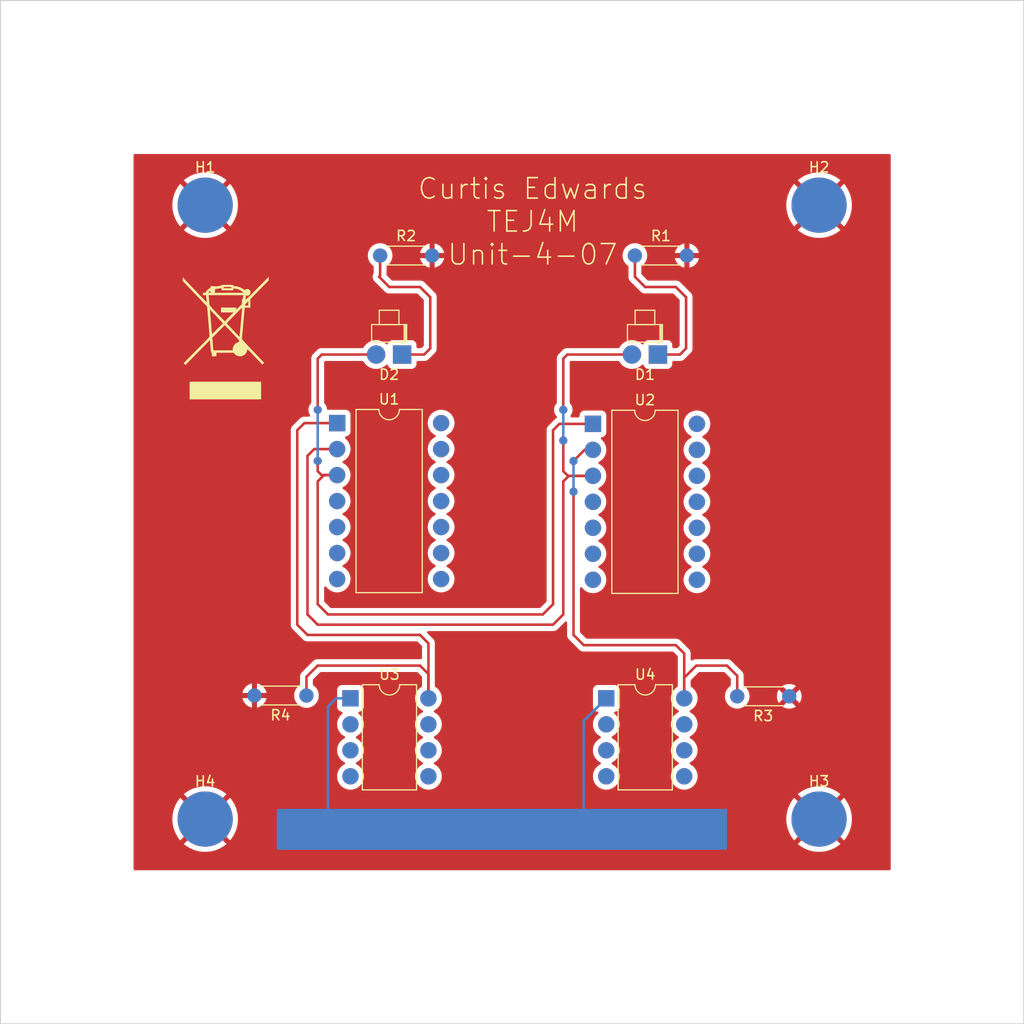
<source format=kicad_pcb>
(kicad_pcb (version 4) (generator gerbview)
  (layers (0 F.Cu signal) (31 B.Cu signal) (34 B.Paste user) (35 F.Paste user) (36 B.SilkS user) (37 F.SilkS user) (38 B.Mask user) (39 F.Mask user) (44 Edge.Cuts user))
  (gr_line (start 70 40) (end 170 40) (layer Edge.Cuts) (width 0.1))
  (gr_line (start 170 40) (end 170 140) (layer Edge.Cuts) (width 0.1))
  (gr_line (start 170 140) (end 70 140) (layer Edge.Cuts) (width 0.1))
  (gr_line (start 70 140) (end 70 40) (layer Edge.Cuts) (width 0.1))
  (gr_line (start 112.38095 59.11696) (end 112.28571 59.2122) (layer F.SilkS) (width 0.15))
  (gr_line (start 112.28571 59.2122) (end 112 59.30744) (layer F.SilkS) (width 0.15))
  (gr_line (start 112 59.30744) (end 111.80952 59.30744) (layer F.SilkS) (width 0.15))
  (gr_line (start 111.80952 59.30744) (end 111.52381 59.2122) (layer F.SilkS) (width 0.15))
  (gr_line (start 111.52381 59.2122) (end 111.33333 59.02172) (layer F.SilkS) (width 0.15))
  (gr_line (start 111.33333 59.02172) (end 111.23809 58.83125) (layer F.SilkS) (width 0.15))
  (gr_line (start 111.23809 58.83125) (end 111.14286 58.4503) (layer F.SilkS) (width 0.15))
  (gr_line (start 111.14286 58.4503) (end 111.14286 58.16458) (layer F.SilkS) (width 0.15))
  (gr_line (start 111.14286 58.16458) (end 111.23809 57.78363) (layer F.SilkS) (width 0.15))
  (gr_line (start 111.23809 57.78363) (end 111.33333 57.59315) (layer F.SilkS) (width 0.15))
  (gr_line (start 111.33333 57.59315) (end 111.52381 57.40268) (layer F.SilkS) (width 0.15))
  (gr_line (start 111.52381 57.40268) (end 111.80952 57.30744) (layer F.SilkS) (width 0.15))
  (gr_line (start 111.80952 57.30744) (end 112 57.30744) (layer F.SilkS) (width 0.15))
  (gr_line (start 112 57.30744) (end 112.28571 57.40268) (layer F.SilkS) (width 0.15))
  (gr_line (start 112.28571 57.40268) (end 112.38095 57.49791) (layer F.SilkS) (width 0.15))
  (gr_line (start 114.09524 57.9741) (end 114.09524 59.30744) (layer F.SilkS) (width 0.15))
  (gr_line (start 113.23809 57.9741) (end 113.23809 59.02172) (layer F.SilkS) (width 0.15))
  (gr_line (start 113.23809 59.02172) (end 113.33333 59.2122) (layer F.SilkS) (width 0.15))
  (gr_line (start 113.33333 59.2122) (end 113.52381 59.30744) (layer F.SilkS) (width 0.15))
  (gr_line (start 113.52381 59.30744) (end 113.80952 59.30744) (layer F.SilkS) (width 0.15))
  (gr_line (start 113.80952 59.30744) (end 114 59.2122) (layer F.SilkS) (width 0.15))
  (gr_line (start 114 59.2122) (end 114.09524 59.11696) (layer F.SilkS) (width 0.15))
  (gr_line (start 115.04762 59.30744) (end 115.04762 57.9741) (layer F.SilkS) (width 0.15))
  (gr_line (start 115.04762 58.35506) (end 115.14286 58.16458) (layer F.SilkS) (width 0.15))
  (gr_line (start 115.14286 58.16458) (end 115.23809 58.06934) (layer F.SilkS) (width 0.15))
  (gr_line (start 115.23809 58.06934) (end 115.42857 57.9741) (layer F.SilkS) (width 0.15))
  (gr_line (start 115.42857 57.9741) (end 115.61905 57.9741) (layer F.SilkS) (width 0.15))
  (gr_line (start 116 57.9741) (end 116.7619 57.9741) (layer F.SilkS) (width 0.15))
  (gr_line (start 116.28571 57.30744) (end 116.28571 59.02172) (layer F.SilkS) (width 0.15))
  (gr_line (start 116.28571 59.02172) (end 116.38095 59.2122) (layer F.SilkS) (width 0.15))
  (gr_line (start 116.38095 59.2122) (end 116.57143 59.30744) (layer F.SilkS) (width 0.15))
  (gr_line (start 116.57143 59.30744) (end 116.7619 59.30744) (layer F.SilkS) (width 0.15))
  (gr_line (start 117.42857 59.30744) (end 117.42857 57.9741) (layer F.SilkS) (width 0.15))
  (gr_line (start 117.42857 57.30744) (end 117.33333 57.40268) (layer F.SilkS) (width 0.15))
  (gr_line (start 117.33333 57.40268) (end 117.42857 57.49791) (layer F.SilkS) (width 0.15))
  (gr_line (start 117.42857 57.49791) (end 117.52381 57.40268) (layer F.SilkS) (width 0.15))
  (gr_line (start 117.52381 57.40268) (end 117.42857 57.30744) (layer F.SilkS) (width 0.15))
  (gr_line (start 117.42857 57.30744) (end 117.42857 57.49791) (layer F.SilkS) (width 0.15))
  (gr_line (start 118.28571 59.2122) (end 118.47619 59.30744) (layer F.SilkS) (width 0.15))
  (gr_line (start 118.47619 59.30744) (end 118.85714 59.30744) (layer F.SilkS) (width 0.15))
  (gr_line (start 118.85714 59.30744) (end 119.04762 59.2122) (layer F.SilkS) (width 0.15))
  (gr_line (start 119.04762 59.2122) (end 119.14286 59.02172) (layer F.SilkS) (width 0.15))
  (gr_line (start 119.14286 59.02172) (end 119.14286 58.92649) (layer F.SilkS) (width 0.15))
  (gr_line (start 119.14286 58.92649) (end 119.04762 58.73601) (layer F.SilkS) (width 0.15))
  (gr_line (start 119.04762 58.73601) (end 118.85714 58.64077) (layer F.SilkS) (width 0.15))
  (gr_line (start 118.85714 58.64077) (end 118.57143 58.64077) (layer F.SilkS) (width 0.15))
  (gr_line (start 118.57143 58.64077) (end 118.38095 58.54553) (layer F.SilkS) (width 0.15))
  (gr_line (start 118.38095 58.54553) (end 118.28571 58.35506) (layer F.SilkS) (width 0.15))
  (gr_line (start 118.28571 58.35506) (end 118.28571 58.25982) (layer F.SilkS) (width 0.15))
  (gr_line (start 118.28571 58.25982) (end 118.38095 58.06934) (layer F.SilkS) (width 0.15))
  (gr_line (start 118.38095 58.06934) (end 118.57143 57.9741) (layer F.SilkS) (width 0.15))
  (gr_line (start 118.57143 57.9741) (end 118.85714 57.9741) (layer F.SilkS) (width 0.15))
  (gr_line (start 118.85714 57.9741) (end 119.04762 58.06934) (layer F.SilkS) (width 0.15))
  (gr_line (start 121.52381 58.25982) (end 122.19048 58.25982) (layer F.SilkS) (width 0.15))
  (gr_line (start 122.47619 59.30744) (end 121.52381 59.30744) (layer F.SilkS) (width 0.15))
  (gr_line (start 121.52381 59.30744) (end 121.52381 57.30744) (layer F.SilkS) (width 0.15))
  (gr_line (start 121.52381 57.30744) (end 122.47619 57.30744) (layer F.SilkS) (width 0.15))
  (gr_line (start 124.19048 59.30744) (end 124.19048 57.30744) (layer F.SilkS) (width 0.15))
  (gr_line (start 124.19048 59.2122) (end 124 59.30744) (layer F.SilkS) (width 0.15))
  (gr_line (start 124 59.30744) (end 123.61905 59.30744) (layer F.SilkS) (width 0.15))
  (gr_line (start 123.61905 59.30744) (end 123.42857 59.2122) (layer F.SilkS) (width 0.15))
  (gr_line (start 123.42857 59.2122) (end 123.33333 59.11696) (layer F.SilkS) (width 0.15))
  (gr_line (start 123.33333 59.11696) (end 123.2381 58.92649) (layer F.SilkS) (width 0.15))
  (gr_line (start 123.2381 58.92649) (end 123.2381 58.35506) (layer F.SilkS) (width 0.15))
  (gr_line (start 123.2381 58.35506) (end 123.33333 58.16458) (layer F.SilkS) (width 0.15))
  (gr_line (start 123.33333 58.16458) (end 123.42857 58.06934) (layer F.SilkS) (width 0.15))
  (gr_line (start 123.42857 58.06934) (end 123.61905 57.9741) (layer F.SilkS) (width 0.15))
  (gr_line (start 123.61905 57.9741) (end 124 57.9741) (layer F.SilkS) (width 0.15))
  (gr_line (start 124 57.9741) (end 124.19048 58.06934) (layer F.SilkS) (width 0.15))
  (gr_line (start 124.95238 57.9741) (end 125.33333 59.30744) (layer F.SilkS) (width 0.15))
  (gr_line (start 125.33333 59.30744) (end 125.71429 58.35506) (layer F.SilkS) (width 0.15))
  (gr_line (start 125.71429 58.35506) (end 126.09524 59.30744) (layer F.SilkS) (width 0.15))
  (gr_line (start 126.09524 59.30744) (end 126.47619 57.9741) (layer F.SilkS) (width 0.15))
  (gr_line (start 128.09524 59.30744) (end 128.09524 58.25982) (layer F.SilkS) (width 0.15))
  (gr_line (start 128.09524 58.25982) (end 128 58.06934) (layer F.SilkS) (width 0.15))
  (gr_line (start 128 58.06934) (end 127.80952 57.9741) (layer F.SilkS) (width 0.15))
  (gr_line (start 127.80952 57.9741) (end 127.42857 57.9741) (layer F.SilkS) (width 0.15))
  (gr_line (start 127.42857 57.9741) (end 127.2381 58.06934) (layer F.SilkS) (width 0.15))
  (gr_line (start 128.09524 59.2122) (end 127.90476 59.30744) (layer F.SilkS) (width 0.15))
  (gr_line (start 127.90476 59.30744) (end 127.42857 59.30744) (layer F.SilkS) (width 0.15))
  (gr_line (start 127.42857 59.30744) (end 127.2381 59.2122) (layer F.SilkS) (width 0.15))
  (gr_line (start 127.2381 59.2122) (end 127.14286 59.02172) (layer F.SilkS) (width 0.15))
  (gr_line (start 127.14286 59.02172) (end 127.14286 58.83125) (layer F.SilkS) (width 0.15))
  (gr_line (start 127.14286 58.83125) (end 127.2381 58.64077) (layer F.SilkS) (width 0.15))
  (gr_line (start 127.2381 58.64077) (end 127.42857 58.54553) (layer F.SilkS) (width 0.15))
  (gr_line (start 127.42857 58.54553) (end 127.90476 58.54553) (layer F.SilkS) (width 0.15))
  (gr_line (start 127.90476 58.54553) (end 128.09524 58.4503) (layer F.SilkS) (width 0.15))
  (gr_line (start 129.04762 59.30744) (end 129.04762 57.9741) (layer F.SilkS) (width 0.15))
  (gr_line (start 129.04762 58.35506) (end 129.14286 58.16458) (layer F.SilkS) (width 0.15))
  (gr_line (start 129.14286 58.16458) (end 129.2381 58.06934) (layer F.SilkS) (width 0.15))
  (gr_line (start 129.2381 58.06934) (end 129.42857 57.9741) (layer F.SilkS) (width 0.15))
  (gr_line (start 129.42857 57.9741) (end 129.61905 57.9741) (layer F.SilkS) (width 0.15))
  (gr_line (start 131.14286 59.30744) (end 131.14286 57.30744) (layer F.SilkS) (width 0.15))
  (gr_line (start 131.14286 59.2122) (end 130.95238 59.30744) (layer F.SilkS) (width 0.15))
  (gr_line (start 130.95238 59.30744) (end 130.57143 59.30744) (layer F.SilkS) (width 0.15))
  (gr_line (start 130.57143 59.30744) (end 130.38095 59.2122) (layer F.SilkS) (width 0.15))
  (gr_line (start 130.38095 59.2122) (end 130.28571 59.11696) (layer F.SilkS) (width 0.15))
  (gr_line (start 130.28571 59.11696) (end 130.19048 58.92649) (layer F.SilkS) (width 0.15))
  (gr_line (start 130.19048 58.92649) (end 130.19048 58.35506) (layer F.SilkS) (width 0.15))
  (gr_line (start 130.19048 58.35506) (end 130.28571 58.16458) (layer F.SilkS) (width 0.15))
  (gr_line (start 130.28571 58.16458) (end 130.38095 58.06934) (layer F.SilkS) (width 0.15))
  (gr_line (start 130.38095 58.06934) (end 130.57143 57.9741) (layer F.SilkS) (width 0.15))
  (gr_line (start 130.57143 57.9741) (end 130.95238 57.9741) (layer F.SilkS) (width 0.15))
  (gr_line (start 130.95238 57.9741) (end 131.14286 58.06934) (layer F.SilkS) (width 0.15))
  (gr_line (start 132 59.2122) (end 132.19048 59.30744) (layer F.SilkS) (width 0.15))
  (gr_line (start 132.19048 59.30744) (end 132.57143 59.30744) (layer F.SilkS) (width 0.15))
  (gr_line (start 132.57143 59.30744) (end 132.76191 59.2122) (layer F.SilkS) (width 0.15))
  (gr_line (start 132.76191 59.2122) (end 132.85714 59.02172) (layer F.SilkS) (width 0.15))
  (gr_line (start 132.85714 59.02172) (end 132.85714 58.92649) (layer F.SilkS) (width 0.15))
  (gr_line (start 132.85714 58.92649) (end 132.76191 58.73601) (layer F.SilkS) (width 0.15))
  (gr_line (start 132.76191 58.73601) (end 132.57143 58.64077) (layer F.SilkS) (width 0.15))
  (gr_line (start 132.57143 58.64077) (end 132.28571 58.64077) (layer F.SilkS) (width 0.15))
  (gr_line (start 132.28571 58.64077) (end 132.09524 58.54553) (layer F.SilkS) (width 0.15))
  (gr_line (start 132.09524 58.54553) (end 132 58.35506) (layer F.SilkS) (width 0.15))
  (gr_line (start 132 58.35506) (end 132 58.25982) (layer F.SilkS) (width 0.15))
  (gr_line (start 132 58.25982) (end 132.09524 58.06934) (layer F.SilkS) (width 0.15))
  (gr_line (start 132.09524 58.06934) (end 132.28571 57.9741) (layer F.SilkS) (width 0.15))
  (gr_line (start 132.28571 57.9741) (end 132.57143 57.9741) (layer F.SilkS) (width 0.15))
  (gr_line (start 132.57143 57.9741) (end 132.76191 58.06934) (layer F.SilkS) (width 0.15))
  (gr_line (start 117.66667 60.52744) (end 118.80952 60.52744) (layer F.SilkS) (width 0.15))
  (gr_line (start 118.23809 62.52744) (end 118.23809 60.52744) (layer F.SilkS) (width 0.15))
  (gr_line (start 119.47619 61.47982) (end 120.14286 61.47982) (layer F.SilkS) (width 0.15))
  (gr_line (start 120.42857 62.52744) (end 119.47619 62.52744) (layer F.SilkS) (width 0.15))
  (gr_line (start 119.47619 62.52744) (end 119.47619 60.52744) (layer F.SilkS) (width 0.15))
  (gr_line (start 119.47619 60.52744) (end 120.42857 60.52744) (layer F.SilkS) (width 0.15))
  (gr_line (start 121.85714 60.52744) (end 121.85714 61.95601) (layer F.SilkS) (width 0.15))
  (gr_line (start 121.85714 61.95601) (end 121.7619 62.24172) (layer F.SilkS) (width 0.15))
  (gr_line (start 121.7619 62.24172) (end 121.57143 62.4322) (layer F.SilkS) (width 0.15))
  (gr_line (start 121.57143 62.4322) (end 121.28571 62.52744) (layer F.SilkS) (width 0.15))
  (gr_line (start 121.28571 62.52744) (end 121.09524 62.52744) (layer F.SilkS) (width 0.15))
  (gr_line (start 123.66667 61.1941) (end 123.66667 62.52744) (layer F.SilkS) (width 0.15))
  (gr_line (start 123.19048 60.4322) (end 122.71429 61.86077) (layer F.SilkS) (width 0.15))
  (gr_line (start 122.71429 61.86077) (end 123.95238 61.86077) (layer F.SilkS) (width 0.15))
  (gr_line (start 124.71429 62.52744) (end 124.71429 60.52744) (layer F.SilkS) (width 0.15))
  (gr_line (start 124.71429 60.52744) (end 125.38095 61.95601) (layer F.SilkS) (width 0.15))
  (gr_line (start 125.38095 61.95601) (end 126.04762 60.52744) (layer F.SilkS) (width 0.15))
  (gr_line (start 126.04762 60.52744) (end 126.04762 62.52744) (layer F.SilkS) (width 0.15))
  (gr_line (start 114.14286 63.74744) (end 114.14286 65.36649) (layer F.SilkS) (width 0.15))
  (gr_line (start 114.14286 65.36649) (end 114.2381 65.55696) (layer F.SilkS) (width 0.15))
  (gr_line (start 114.2381 65.55696) (end 114.33333 65.6522) (layer F.SilkS) (width 0.15))
  (gr_line (start 114.33333 65.6522) (end 114.52381 65.74744) (layer F.SilkS) (width 0.15))
  (gr_line (start 114.52381 65.74744) (end 114.90476 65.74744) (layer F.SilkS) (width 0.15))
  (gr_line (start 114.90476 65.74744) (end 115.09524 65.6522) (layer F.SilkS) (width 0.15))
  (gr_line (start 115.09524 65.6522) (end 115.19048 65.55696) (layer F.SilkS) (width 0.15))
  (gr_line (start 115.19048 65.55696) (end 115.28571 65.36649) (layer F.SilkS) (width 0.15))
  (gr_line (start 115.28571 65.36649) (end 115.28571 63.74744) (layer F.SilkS) (width 0.15))
  (gr_line (start 116.2381 64.4141) (end 116.2381 65.74744) (layer F.SilkS) (width 0.15))
  (gr_line (start 116.2381 64.60458) (end 116.33333 64.50934) (layer F.SilkS) (width 0.15))
  (gr_line (start 116.33333 64.50934) (end 116.52381 64.4141) (layer F.SilkS) (width 0.15))
  (gr_line (start 116.52381 64.4141) (end 116.80952 64.4141) (layer F.SilkS) (width 0.15))
  (gr_line (start 116.80952 64.4141) (end 117 64.50934) (layer F.SilkS) (width 0.15))
  (gr_line (start 117 64.50934) (end 117.09524 64.69982) (layer F.SilkS) (width 0.15))
  (gr_line (start 117.09524 64.69982) (end 117.09524 65.74744) (layer F.SilkS) (width 0.15))
  (gr_line (start 118.04762 65.74744) (end 118.04762 64.4141) (layer F.SilkS) (width 0.15))
  (gr_line (start 118.04762 63.74744) (end 117.95238 63.84268) (layer F.SilkS) (width 0.15))
  (gr_line (start 117.95238 63.84268) (end 118.04762 63.93791) (layer F.SilkS) (width 0.15))
  (gr_line (start 118.04762 63.93791) (end 118.14286 63.84268) (layer F.SilkS) (width 0.15))
  (gr_line (start 118.14286 63.84268) (end 118.04762 63.74744) (layer F.SilkS) (width 0.15))
  (gr_line (start 118.04762 63.74744) (end 118.04762 63.93791) (layer F.SilkS) (width 0.15))
  (gr_line (start 118.71429 64.4141) (end 119.47619 64.4141) (layer F.SilkS) (width 0.15))
  (gr_line (start 119 63.74744) (end 119 65.46172) (layer F.SilkS) (width 0.15))
  (gr_line (start 119 65.46172) (end 119.09524 65.6522) (layer F.SilkS) (width 0.15))
  (gr_line (start 119.09524 65.6522) (end 119.28571 65.74744) (layer F.SilkS) (width 0.15))
  (gr_line (start 119.28571 65.74744) (end 119.47619 65.74744) (layer F.SilkS) (width 0.15))
  (gr_line (start 120.14286 64.98553) (end 121.66667 64.98553) (layer F.SilkS) (width 0.15))
  (gr_line (start 123.47619 64.4141) (end 123.47619 65.74744) (layer F.SilkS) (width 0.15))
  (gr_line (start 123 63.6522) (end 122.52381 65.08077) (layer F.SilkS) (width 0.15))
  (gr_line (start 122.52381 65.08077) (end 123.7619 65.08077) (layer F.SilkS) (width 0.15))
  (gr_line (start 124.52381 64.98553) (end 126.04762 64.98553) (layer F.SilkS) (width 0.15))
  (gr_line (start 127.38095 63.74744) (end 127.57143 63.74744) (layer F.SilkS) (width 0.15))
  (gr_line (start 127.57143 63.74744) (end 127.7619 63.84268) (layer F.SilkS) (width 0.15))
  (gr_line (start 127.7619 63.84268) (end 127.85714 63.93791) (layer F.SilkS) (width 0.15))
  (gr_line (start 127.85714 63.93791) (end 127.95238 64.12839) (layer F.SilkS) (width 0.15))
  (gr_line (start 127.95238 64.12839) (end 128.04762 64.50934) (layer F.SilkS) (width 0.15))
  (gr_line (start 128.04762 64.50934) (end 128.04762 64.98553) (layer F.SilkS) (width 0.15))
  (gr_line (start 128.04762 64.98553) (end 127.95238 65.36649) (layer F.SilkS) (width 0.15))
  (gr_line (start 127.95238 65.36649) (end 127.85714 65.55696) (layer F.SilkS) (width 0.15))
  (gr_line (start 127.85714 65.55696) (end 127.7619 65.6522) (layer F.SilkS) (width 0.15))
  (gr_line (start 127.7619 65.6522) (end 127.57143 65.74744) (layer F.SilkS) (width 0.15))
  (gr_line (start 127.57143 65.74744) (end 127.38095 65.74744) (layer F.SilkS) (width 0.15))
  (gr_line (start 127.38095 65.74744) (end 127.19048 65.6522) (layer F.SilkS) (width 0.15))
  (gr_line (start 127.19048 65.6522) (end 127.09524 65.55696) (layer F.SilkS) (width 0.15))
  (gr_line (start 127.09524 65.55696) (end 127 65.36649) (layer F.SilkS) (width 0.15))
  (gr_line (start 127 65.36649) (end 126.90476 64.98553) (layer F.SilkS) (width 0.15))
  (gr_line (start 126.90476 64.98553) (end 126.90476 64.50934) (layer F.SilkS) (width 0.15))
  (gr_line (start 126.90476 64.50934) (end 127 64.12839) (layer F.SilkS) (width 0.15))
  (gr_line (start 127 64.12839) (end 127.09524 63.93791) (layer F.SilkS) (width 0.15))
  (gr_line (start 127.09524 63.93791) (end 127.19048 63.84268) (layer F.SilkS) (width 0.15))
  (gr_line (start 127.19048 63.84268) (end 127.38095 63.74744) (layer F.SilkS) (width 0.15))
  (gr_line (start 128.71429 63.74744) (end 130.04762 63.74744) (layer F.SilkS) (width 0.15))
  (gr_line (start 130.04762 63.74744) (end 129.19048 65.74744) (layer F.SilkS) (width 0.15))
  (gr_line (start 97.19333 110.29982) (end 96.86 109.82363) (layer F.SilkS) (width 0.15))
  (gr_line (start 96.62191 110.29982) (end 96.62191 109.29982) (layer F.SilkS) (width 0.15))
  (gr_line (start 96.62191 109.29982) (end 97.00286 109.29982) (layer F.SilkS) (width 0.15))
  (gr_line (start 97.00286 109.29982) (end 97.0981 109.34744) (layer F.SilkS) (width 0.15))
  (gr_line (start 97.0981 109.34744) (end 97.14571 109.39506) (layer F.SilkS) (width 0.15))
  (gr_line (start 97.14571 109.39506) (end 97.19333 109.4903) (layer F.SilkS) (width 0.15))
  (gr_line (start 97.19333 109.4903) (end 97.19333 109.63315) (layer F.SilkS) (width 0.15))
  (gr_line (start 97.19333 109.63315) (end 97.14571 109.72839) (layer F.SilkS) (width 0.15))
  (gr_line (start 97.14571 109.72839) (end 97.0981 109.77601) (layer F.SilkS) (width 0.15))
  (gr_line (start 97.0981 109.77601) (end 97.00286 109.82363) (layer F.SilkS) (width 0.15))
  (gr_line (start 97.00286 109.82363) (end 96.62191 109.82363) (layer F.SilkS) (width 0.15))
  (gr_line (start 98.05048 109.63315) (end 98.05048 110.29982) (layer F.SilkS) (width 0.15))
  (gr_line (start 97.81238 109.2522) (end 97.57429 109.96649) (layer F.SilkS) (width 0.15))
  (gr_line (start 97.57429 109.96649) (end 98.19333 109.96649) (layer F.SilkS) (width 0.15))
  (gr_line (start 144.37333 110.37482) (end 144.04 109.89863) (layer F.SilkS) (width 0.15))
  (gr_line (start 143.80191 110.37482) (end 143.80191 109.37482) (layer F.SilkS) (width 0.15))
  (gr_line (start 143.80191 109.37482) (end 144.18286 109.37482) (layer F.SilkS) (width 0.15))
  (gr_line (start 144.18286 109.37482) (end 144.2781 109.42244) (layer F.SilkS) (width 0.15))
  (gr_line (start 144.2781 109.42244) (end 144.32571 109.47006) (layer F.SilkS) (width 0.15))
  (gr_line (start 144.32571 109.47006) (end 144.37333 109.5653) (layer F.SilkS) (width 0.15))
  (gr_line (start 144.37333 109.5653) (end 144.37333 109.70815) (layer F.SilkS) (width 0.15))
  (gr_line (start 144.37333 109.70815) (end 144.32571 109.80339) (layer F.SilkS) (width 0.15))
  (gr_line (start 144.32571 109.80339) (end 144.2781 109.85101) (layer F.SilkS) (width 0.15))
  (gr_line (start 144.2781 109.85101) (end 144.18286 109.89863) (layer F.SilkS) (width 0.15))
  (gr_line (start 144.18286 109.89863) (end 143.80191 109.89863) (layer F.SilkS) (width 0.15))
  (gr_line (start 144.70667 109.37482) (end 145.32571 109.37482) (layer F.SilkS) (width 0.15))
  (gr_line (start 145.32571 109.37482) (end 144.99238 109.75577) (layer F.SilkS) (width 0.15))
  (gr_line (start 144.99238 109.75577) (end 145.13524 109.75577) (layer F.SilkS) (width 0.15))
  (gr_line (start 145.13524 109.75577) (end 145.23048 109.80339) (layer F.SilkS) (width 0.15))
  (gr_line (start 145.23048 109.80339) (end 145.2781 109.85101) (layer F.SilkS) (width 0.15))
  (gr_line (start 145.2781 109.85101) (end 145.32571 109.94625) (layer F.SilkS) (width 0.15))
  (gr_line (start 145.32571 109.94625) (end 145.32571 110.18434) (layer F.SilkS) (width 0.15))
  (gr_line (start 145.32571 110.18434) (end 145.2781 110.27958) (layer F.SilkS) (width 0.15))
  (gr_line (start 145.2781 110.27958) (end 145.23048 110.3272) (layer F.SilkS) (width 0.15))
  (gr_line (start 145.23048 110.3272) (end 145.13524 110.37482) (layer F.SilkS) (width 0.15))
  (gr_line (start 145.13524 110.37482) (end 144.84952 110.37482) (layer F.SilkS) (width 0.15))
  (gr_line (start 144.84952 110.37482) (end 144.75429 110.3272) (layer F.SilkS) (width 0.15))
  (gr_line (start 144.75429 110.3272) (end 144.70667 110.27958) (layer F.SilkS) (width 0.15))
  (gr_line (start 109.47333 63.45982) (end 109.14 62.98363) (layer F.SilkS) (width 0.15))
  (gr_line (start 108.90191 63.45982) (end 108.90191 62.45982) (layer F.SilkS) (width 0.15))
  (gr_line (start 108.90191 62.45982) (end 109.28286 62.45982) (layer F.SilkS) (width 0.15))
  (gr_line (start 109.28286 62.45982) (end 109.3781 62.50744) (layer F.SilkS) (width 0.15))
  (gr_line (start 109.3781 62.50744) (end 109.42571 62.55506) (layer F.SilkS) (width 0.15))
  (gr_line (start 109.42571 62.55506) (end 109.47333 62.6503) (layer F.SilkS) (width 0.15))
  (gr_line (start 109.47333 62.6503) (end 109.47333 62.79315) (layer F.SilkS) (width 0.15))
  (gr_line (start 109.47333 62.79315) (end 109.42571 62.88839) (layer F.SilkS) (width 0.15))
  (gr_line (start 109.42571 62.88839) (end 109.3781 62.93601) (layer F.SilkS) (width 0.15))
  (gr_line (start 109.3781 62.93601) (end 109.28286 62.98363) (layer F.SilkS) (width 0.15))
  (gr_line (start 109.28286 62.98363) (end 108.90191 62.98363) (layer F.SilkS) (width 0.15))
  (gr_line (start 109.85429 62.55506) (end 109.90191 62.50744) (layer F.SilkS) (width 0.15))
  (gr_line (start 109.90191 62.50744) (end 109.99714 62.45982) (layer F.SilkS) (width 0.15))
  (gr_line (start 109.99714 62.45982) (end 110.23524 62.45982) (layer F.SilkS) (width 0.15))
  (gr_line (start 110.23524 62.45982) (end 110.33048 62.50744) (layer F.SilkS) (width 0.15))
  (gr_line (start 110.33048 62.50744) (end 110.3781 62.55506) (layer F.SilkS) (width 0.15))
  (gr_line (start 110.3781 62.55506) (end 110.42571 62.6503) (layer F.SilkS) (width 0.15))
  (gr_line (start 110.42571 62.6503) (end 110.42571 62.74553) (layer F.SilkS) (width 0.15))
  (gr_line (start 110.42571 62.74553) (end 110.3781 62.88839) (layer F.SilkS) (width 0.15))
  (gr_line (start 110.3781 62.88839) (end 109.80667 63.45982) (layer F.SilkS) (width 0.15))
  (gr_line (start 109.80667 63.45982) (end 110.42571 63.45982) (layer F.SilkS) (width 0.15))
  (gr_line (start 134.37333 63.45982) (end 134.04 62.98363) (layer F.SilkS) (width 0.15))
  (gr_line (start 133.80191 63.45982) (end 133.80191 62.45982) (layer F.SilkS) (width 0.15))
  (gr_line (start 133.80191 62.45982) (end 134.18286 62.45982) (layer F.SilkS) (width 0.15))
  (gr_line (start 134.18286 62.45982) (end 134.2781 62.50744) (layer F.SilkS) (width 0.15))
  (gr_line (start 134.2781 62.50744) (end 134.32571 62.55506) (layer F.SilkS) (width 0.15))
  (gr_line (start 134.32571 62.55506) (end 134.37333 62.6503) (layer F.SilkS) (width 0.15))
  (gr_line (start 134.37333 62.6503) (end 134.37333 62.79315) (layer F.SilkS) (width 0.15))
  (gr_line (start 134.37333 62.79315) (end 134.32571 62.88839) (layer F.SilkS) (width 0.15))
  (gr_line (start 134.32571 62.88839) (end 134.2781 62.93601) (layer F.SilkS) (width 0.15))
  (gr_line (start 134.2781 62.93601) (end 134.18286 62.98363) (layer F.SilkS) (width 0.15))
  (gr_line (start 134.18286 62.98363) (end 133.80191 62.98363) (layer F.SilkS) (width 0.15))
  (gr_line (start 135.32571 63.45982) (end 134.75429 63.45982) (layer F.SilkS) (width 0.15))
  (gr_line (start 135.04 63.45982) (end 135.04 62.45982) (layer F.SilkS) (width 0.15))
  (gr_line (start 135.04 62.45982) (end 134.94476 62.60268) (layer F.SilkS) (width 0.15))
  (gr_line (start 134.94476 62.60268) (end 134.84952 62.69791) (layer F.SilkS) (width 0.15))
  (gr_line (start 134.84952 62.69791) (end 134.75429 62.74553) (layer F.SilkS) (width 0.15))
  (gr_line (start 89.2381 116.75482) (end 89.2381 115.75482) (layer F.SilkS) (width 0.15))
  (gr_line (start 89.2381 116.23101) (end 89.80952 116.23101) (layer F.SilkS) (width 0.15))
  (gr_line (start 89.80952 116.75482) (end 89.80952 115.75482) (layer F.SilkS) (width 0.15))
  (gr_line (start 90.71429 116.08815) (end 90.71429 116.75482) (layer F.SilkS) (width 0.15))
  (gr_line (start 90.47619 115.7072) (end 90.2381 116.42149) (layer F.SilkS) (width 0.15))
  (gr_line (start 90.2381 116.42149) (end 90.85714 116.42149) (layer F.SilkS) (width 0.15))
  (gr_line (start 149.2381 116.75482) (end 149.2381 115.75482) (layer F.SilkS) (width 0.15))
  (gr_line (start 149.2381 116.23101) (end 149.80952 116.23101) (layer F.SilkS) (width 0.15))
  (gr_line (start 149.80952 116.75482) (end 149.80952 115.75482) (layer F.SilkS) (width 0.15))
  (gr_line (start 150.19048 115.75482) (end 150.80952 115.75482) (layer F.SilkS) (width 0.15))
  (gr_line (start 150.80952 115.75482) (end 150.47619 116.13577) (layer F.SilkS) (width 0.15))
  (gr_line (start 150.47619 116.13577) (end 150.61905 116.13577) (layer F.SilkS) (width 0.15))
  (gr_line (start 150.61905 116.13577) (end 150.71429 116.18339) (layer F.SilkS) (width 0.15))
  (gr_line (start 150.71429 116.18339) (end 150.7619 116.23101) (layer F.SilkS) (width 0.15))
  (gr_line (start 150.7619 116.23101) (end 150.80952 116.32625) (layer F.SilkS) (width 0.15))
  (gr_line (start 150.80952 116.32625) (end 150.80952 116.56434) (layer F.SilkS) (width 0.15))
  (gr_line (start 150.80952 116.56434) (end 150.7619 116.65958) (layer F.SilkS) (width 0.15))
  (gr_line (start 150.7619 116.65958) (end 150.71429 116.7072) (layer F.SilkS) (width 0.15))
  (gr_line (start 150.71429 116.7072) (end 150.61905 116.75482) (layer F.SilkS) (width 0.15))
  (gr_line (start 150.61905 116.75482) (end 150.33333 116.75482) (layer F.SilkS) (width 0.15))
  (gr_line (start 150.33333 116.75482) (end 150.2381 116.7072) (layer F.SilkS) (width 0.15))
  (gr_line (start 150.2381 116.7072) (end 150.19048 116.65958) (layer F.SilkS) (width 0.15))
  (gr_line (start 149.2381 56.75482) (end 149.2381 55.75482) (layer F.SilkS) (width 0.15))
  (gr_line (start 149.2381 56.23101) (end 149.80952 56.23101) (layer F.SilkS) (width 0.15))
  (gr_line (start 149.80952 56.75482) (end 149.80952 55.75482) (layer F.SilkS) (width 0.15))
  (gr_line (start 150.2381 55.85006) (end 150.28571 55.80244) (layer F.SilkS) (width 0.15))
  (gr_line (start 150.28571 55.80244) (end 150.38095 55.75482) (layer F.SilkS) (width 0.15))
  (gr_line (start 150.38095 55.75482) (end 150.61905 55.75482) (layer F.SilkS) (width 0.15))
  (gr_line (start 150.61905 55.75482) (end 150.71429 55.80244) (layer F.SilkS) (width 0.15))
  (gr_line (start 150.71429 55.80244) (end 150.7619 55.85006) (layer F.SilkS) (width 0.15))
  (gr_line (start 150.7619 55.85006) (end 150.80952 55.9453) (layer F.SilkS) (width 0.15))
  (gr_line (start 150.80952 55.9453) (end 150.80952 56.04053) (layer F.SilkS) (width 0.15))
  (gr_line (start 150.80952 56.04053) (end 150.7619 56.18339) (layer F.SilkS) (width 0.15))
  (gr_line (start 150.7619 56.18339) (end 150.19048 56.75482) (layer F.SilkS) (width 0.15))
  (gr_line (start 150.19048 56.75482) (end 150.80952 56.75482) (layer F.SilkS) (width 0.15))
  (gr_line (start 89.2381 56.75482) (end 89.2381 55.75482) (layer F.SilkS) (width 0.15))
  (gr_line (start 89.2381 56.23101) (end 89.80952 56.23101) (layer F.SilkS) (width 0.15))
  (gr_line (start 89.80952 56.75482) (end 89.80952 55.75482) (layer F.SilkS) (width 0.15))
  (gr_line (start 90.80952 56.75482) (end 90.2381 56.75482) (layer F.SilkS) (width 0.15))
  (gr_line (start 90.52381 56.75482) (end 90.52381 55.75482) (layer F.SilkS) (width 0.15))
  (gr_line (start 90.52381 55.75482) (end 90.42857 55.89768) (layer F.SilkS) (width 0.15))
  (gr_line (start 90.42857 55.89768) (end 90.33333 55.99291) (layer F.SilkS) (width 0.15))
  (gr_line (start 90.33333 55.99291) (end 90.2381 56.04053) (layer F.SilkS) (width 0.15))
  (gr_line (start 132.2481 105.32482) (end 132.2481 106.13434) (layer F.SilkS) (width 0.15))
  (gr_line (start 132.2481 106.13434) (end 132.29571 106.22958) (layer F.SilkS) (width 0.15))
  (gr_line (start 132.29571 106.22958) (end 132.34333 106.2772) (layer F.SilkS) (width 0.15))
  (gr_line (start 132.34333 106.2772) (end 132.43857 106.32482) (layer F.SilkS) (width 0.15))
  (gr_line (start 132.43857 106.32482) (end 132.62905 106.32482) (layer F.SilkS) (width 0.15))
  (gr_line (start 132.62905 106.32482) (end 132.72429 106.2772) (layer F.SilkS) (width 0.15))
  (gr_line (start 132.72429 106.2772) (end 132.7719 106.22958) (layer F.SilkS) (width 0.15))
  (gr_line (start 132.7719 106.22958) (end 132.81952 106.13434) (layer F.SilkS) (width 0.15))
  (gr_line (start 132.81952 106.13434) (end 132.81952 105.32482) (layer F.SilkS) (width 0.15))
  (gr_line (start 133.72429 105.65815) (end 133.72429 106.32482) (layer F.SilkS) (width 0.15))
  (gr_line (start 133.48619 105.2772) (end 133.2481 105.99149) (layer F.SilkS) (width 0.15))
  (gr_line (start 133.2481 105.99149) (end 133.86714 105.99149) (layer F.SilkS) (width 0.15))
  (gr_line (start 107.2481 105.32482) (end 107.2481 106.13434) (layer F.SilkS) (width 0.15))
  (gr_line (start 107.2481 106.13434) (end 107.29571 106.22958) (layer F.SilkS) (width 0.15))
  (gr_line (start 107.29571 106.22958) (end 107.34333 106.2772) (layer F.SilkS) (width 0.15))
  (gr_line (start 107.34333 106.2772) (end 107.43857 106.32482) (layer F.SilkS) (width 0.15))
  (gr_line (start 107.43857 106.32482) (end 107.62905 106.32482) (layer F.SilkS) (width 0.15))
  (gr_line (start 107.62905 106.32482) (end 107.72429 106.2772) (layer F.SilkS) (width 0.15))
  (gr_line (start 107.72429 106.2772) (end 107.7719 106.22958) (layer F.SilkS) (width 0.15))
  (gr_line (start 107.7719 106.22958) (end 107.81952 106.13434) (layer F.SilkS) (width 0.15))
  (gr_line (start 107.81952 106.13434) (end 107.81952 105.32482) (layer F.SilkS) (width 0.15))
  (gr_line (start 108.20048 105.32482) (end 108.81952 105.32482) (layer F.SilkS) (width 0.15))
  (gr_line (start 108.81952 105.32482) (end 108.48619 105.70577) (layer F.SilkS) (width 0.15))
  (gr_line (start 108.48619 105.70577) (end 108.62905 105.70577) (layer F.SilkS) (width 0.15))
  (gr_line (start 108.62905 105.70577) (end 108.72429 105.75339) (layer F.SilkS) (width 0.15))
  (gr_line (start 108.72429 105.75339) (end 108.7719 105.80101) (layer F.SilkS) (width 0.15))
  (gr_line (start 108.7719 105.80101) (end 108.81952 105.89625) (layer F.SilkS) (width 0.15))
  (gr_line (start 108.81952 105.89625) (end 108.81952 106.13434) (layer F.SilkS) (width 0.15))
  (gr_line (start 108.81952 106.13434) (end 108.7719 106.22958) (layer F.SilkS) (width 0.15))
  (gr_line (start 108.7719 106.22958) (end 108.72429 106.2772) (layer F.SilkS) (width 0.15))
  (gr_line (start 108.72429 106.2772) (end 108.62905 106.32482) (layer F.SilkS) (width 0.15))
  (gr_line (start 108.62905 106.32482) (end 108.34333 106.32482) (layer F.SilkS) (width 0.15))
  (gr_line (start 108.34333 106.32482) (end 108.2481 106.2772) (layer F.SilkS) (width 0.15))
  (gr_line (start 108.2481 106.2772) (end 108.20048 106.22958) (layer F.SilkS) (width 0.15))
  (gr_line (start 132.2181 78.49982) (end 132.2181 79.30934) (layer F.SilkS) (width 0.15))
  (gr_line (start 132.2181 79.30934) (end 132.26571 79.40458) (layer F.SilkS) (width 0.15))
  (gr_line (start 132.26571 79.40458) (end 132.31333 79.4522) (layer F.SilkS) (width 0.15))
  (gr_line (start 132.31333 79.4522) (end 132.40857 79.49982) (layer F.SilkS) (width 0.15))
  (gr_line (start 132.40857 79.49982) (end 132.59905 79.49982) (layer F.SilkS) (width 0.15))
  (gr_line (start 132.59905 79.49982) (end 132.69429 79.4522) (layer F.SilkS) (width 0.15))
  (gr_line (start 132.69429 79.4522) (end 132.7419 79.40458) (layer F.SilkS) (width 0.15))
  (gr_line (start 132.7419 79.40458) (end 132.78952 79.30934) (layer F.SilkS) (width 0.15))
  (gr_line (start 132.78952 79.30934) (end 132.78952 78.49982) (layer F.SilkS) (width 0.15))
  (gr_line (start 133.2181 78.59506) (end 133.26571 78.54744) (layer F.SilkS) (width 0.15))
  (gr_line (start 133.26571 78.54744) (end 133.36095 78.49982) (layer F.SilkS) (width 0.15))
  (gr_line (start 133.36095 78.49982) (end 133.59905 78.49982) (layer F.SilkS) (width 0.15))
  (gr_line (start 133.59905 78.49982) (end 133.69429 78.54744) (layer F.SilkS) (width 0.15))
  (gr_line (start 133.69429 78.54744) (end 133.7419 78.59506) (layer F.SilkS) (width 0.15))
  (gr_line (start 133.7419 78.59506) (end 133.78952 78.6903) (layer F.SilkS) (width 0.15))
  (gr_line (start 133.78952 78.6903) (end 133.78952 78.78553) (layer F.SilkS) (width 0.15))
  (gr_line (start 133.78952 78.78553) (end 133.7419 78.92839) (layer F.SilkS) (width 0.15))
  (gr_line (start 133.7419 78.92839) (end 133.17048 79.49982) (layer F.SilkS) (width 0.15))
  (gr_line (start 133.17048 79.49982) (end 133.78952 79.49982) (layer F.SilkS) (width 0.15))
  (gr_line (start 107.24191 77.01482) (end 107.24191 76.01482) (layer F.SilkS) (width 0.15))
  (gr_line (start 107.24191 76.01482) (end 107.48 76.01482) (layer F.SilkS) (width 0.15))
  (gr_line (start 107.48 76.01482) (end 107.62286 76.06244) (layer F.SilkS) (width 0.15))
  (gr_line (start 107.62286 76.06244) (end 107.7181 76.15768) (layer F.SilkS) (width 0.15))
  (gr_line (start 107.7181 76.15768) (end 107.76571 76.25291) (layer F.SilkS) (width 0.15))
  (gr_line (start 107.76571 76.25291) (end 107.81333 76.44339) (layer F.SilkS) (width 0.15))
  (gr_line (start 107.81333 76.44339) (end 107.81333 76.58625) (layer F.SilkS) (width 0.15))
  (gr_line (start 107.81333 76.58625) (end 107.76571 76.77672) (layer F.SilkS) (width 0.15))
  (gr_line (start 107.76571 76.77672) (end 107.7181 76.87196) (layer F.SilkS) (width 0.15))
  (gr_line (start 107.7181 76.87196) (end 107.62286 76.9672) (layer F.SilkS) (width 0.15))
  (gr_line (start 107.62286 76.9672) (end 107.48 77.01482) (layer F.SilkS) (width 0.15))
  (gr_line (start 107.48 77.01482) (end 107.24191 77.01482) (layer F.SilkS) (width 0.15))
  (gr_line (start 108.19429 76.11006) (end 108.24191 76.06244) (layer F.SilkS) (width 0.15))
  (gr_line (start 108.24191 76.06244) (end 108.33714 76.01482) (layer F.SilkS) (width 0.15))
  (gr_line (start 108.33714 76.01482) (end 108.57524 76.01482) (layer F.SilkS) (width 0.15))
  (gr_line (start 108.57524 76.01482) (end 108.67048 76.06244) (layer F.SilkS) (width 0.15))
  (gr_line (start 108.67048 76.06244) (end 108.7181 76.11006) (layer F.SilkS) (width 0.15))
  (gr_line (start 108.7181 76.11006) (end 108.76571 76.2053) (layer F.SilkS) (width 0.15))
  (gr_line (start 108.76571 76.2053) (end 108.76571 76.30053) (layer F.SilkS) (width 0.15))
  (gr_line (start 108.76571 76.30053) (end 108.7181 76.44339) (layer F.SilkS) (width 0.15))
  (gr_line (start 108.7181 76.44339) (end 108.14667 77.01482) (layer F.SilkS) (width 0.15))
  (gr_line (start 108.14667 77.01482) (end 108.76571 77.01482) (layer F.SilkS) (width 0.15))
  (gr_line (start 132.24191 77.01482) (end 132.24191 76.01482) (layer F.SilkS) (width 0.15))
  (gr_line (start 132.24191 76.01482) (end 132.48 76.01482) (layer F.SilkS) (width 0.15))
  (gr_line (start 132.48 76.01482) (end 132.62286 76.06244) (layer F.SilkS) (width 0.15))
  (gr_line (start 132.62286 76.06244) (end 132.7181 76.15768) (layer F.SilkS) (width 0.15))
  (gr_line (start 132.7181 76.15768) (end 132.76571 76.25291) (layer F.SilkS) (width 0.15))
  (gr_line (start 132.76571 76.25291) (end 132.81333 76.44339) (layer F.SilkS) (width 0.15))
  (gr_line (start 132.81333 76.44339) (end 132.81333 76.58625) (layer F.SilkS) (width 0.15))
  (gr_line (start 132.81333 76.58625) (end 132.76571 76.77672) (layer F.SilkS) (width 0.15))
  (gr_line (start 132.76571 76.77672) (end 132.7181 76.87196) (layer F.SilkS) (width 0.15))
  (gr_line (start 132.7181 76.87196) (end 132.62286 76.9672) (layer F.SilkS) (width 0.15))
  (gr_line (start 132.62286 76.9672) (end 132.48 77.01482) (layer F.SilkS) (width 0.15))
  (gr_line (start 132.48 77.01482) (end 132.24191 77.01482) (layer F.SilkS) (width 0.15))
  (gr_line (start 133.76571 77.01482) (end 133.19429 77.01482) (layer F.SilkS) (width 0.15))
  (gr_line (start 133.48 77.01482) (end 133.48 76.01482) (layer F.SilkS) (width 0.15))
  (gr_line (start 133.48 76.01482) (end 133.38476 76.15768) (layer F.SilkS) (width 0.15))
  (gr_line (start 133.38476 76.15768) (end 133.28952 76.25291) (layer F.SilkS) (width 0.15))
  (gr_line (start 133.28952 76.25291) (end 133.19429 76.30053) (layer F.SilkS) (width 0.15))
  (gr_line (start 107.2181 78.42482) (end 107.2181 79.23434) (layer F.SilkS) (width 0.15))
  (gr_line (start 107.2181 79.23434) (end 107.26571 79.32958) (layer F.SilkS) (width 0.15))
  (gr_line (start 107.26571 79.32958) (end 107.31333 79.3772) (layer F.SilkS) (width 0.15))
  (gr_line (start 107.31333 79.3772) (end 107.40857 79.42482) (layer F.SilkS) (width 0.15))
  (gr_line (start 107.40857 79.42482) (end 107.59905 79.42482) (layer F.SilkS) (width 0.15))
  (gr_line (start 107.59905 79.42482) (end 107.69429 79.3772) (layer F.SilkS) (width 0.15))
  (gr_line (start 107.69429 79.3772) (end 107.7419 79.32958) (layer F.SilkS) (width 0.15))
  (gr_line (start 107.7419 79.32958) (end 107.78952 79.23434) (layer F.SilkS) (width 0.15))
  (gr_line (start 107.78952 79.23434) (end 107.78952 78.42482) (layer F.SilkS) (width 0.15))
  (gr_line (start 108.78952 79.42482) (end 108.2181 79.42482) (layer F.SilkS) (width 0.15))
  (gr_line (start 108.50381 79.42482) (end 108.50381 78.42482) (layer F.SilkS) (width 0.15))
  (gr_line (start 108.50381 78.42482) (end 108.40857 78.56768) (layer F.SilkS) (width 0.15))
  (gr_line (start 108.40857 78.56768) (end 108.31333 78.66291) (layer F.SilkS) (width 0.15))
  (gr_line (start 108.31333 78.66291) (end 108.2181 78.71053) (layer F.SilkS) (width 0.15))
  (gr_line (start 95.46137 78.97647) (end 88.48882 78.97647) (layer F.SilkS) (width 0.01))
  (gr_line (start 88.48882 78.97647) (end 88.48882 77.25824) (layer F.SilkS) (width 0.01))
  (gr_line (start 88.48882 77.25824) (end 95.46137 77.25824) (layer F.SilkS) (width 0.01))
  (gr_line (start 95.46137 77.25824) (end 95.46137 78.97647) (layer F.SilkS) (width 0.01))
  (gr_poly (pts (xy 95.46137 78.97647) (xy 88.48882 78.97647) (xy 88.48882 77.25824) (xy 95.46137 77.25824)) (layer F.SilkS) (width 0))
  (gr_line (start 96.20721 67.18725) (end 96.20598 67.35971) (layer F.SilkS) (width 0.01))
  (gr_line (start 96.20598 67.35971) (end 95.31139 68.26863) (layer F.SilkS) (width 0.01))
  (gr_line (start 95.31139 68.26863) (end 94.41679 69.17755) (layer F.SilkS) (width 0.01))
  (gr_line (start 94.41679 69.17755) (end 94.41549 70.01177) (layer F.SilkS) (width 0.01))
  (gr_line (start 94.41549 70.01177) (end 93.8707 70.01177) (layer F.SilkS) (width 0.01))
  (gr_line (start 93.8707 70.01177) (end 93.85666 70.1176) (layer F.SilkS) (width 0.01))
  (gr_line (start 93.85666 70.1176) (end 93.85135 70.16584) (layer F.SilkS) (width 0.01))
  (gr_line (start 93.85135 70.16584) (end 93.84239 70.25668) (layer F.SilkS) (width 0.01))
  (gr_line (start 93.84239 70.25668) (end 93.83026 70.3847) (layer F.SilkS) (width 0.01))
  (gr_line (start 93.83026 70.3847) (end 93.81545 70.54449) (layer F.SilkS) (width 0.01))
  (gr_line (start 93.81545 70.54449) (end 93.79843 70.73063) (layer F.SilkS) (width 0.01))
  (gr_line (start 93.79843 70.73063) (end 93.77969 70.93769) (layer F.SilkS) (width 0.01))
  (gr_line (start 93.77969 70.93769) (end 93.75969 71.16027) (layer F.SilkS) (width 0.01))
  (gr_line (start 93.75969 71.16027) (end 93.73893 71.39293) (layer F.SilkS) (width 0.01))
  (gr_line (start 93.73893 71.39293) (end 93.71788 71.63026) (layer F.SilkS) (width 0.01))
  (gr_line (start 93.71788 71.63026) (end 93.69702 71.86684) (layer F.SilkS) (width 0.01))
  (gr_line (start 93.69702 71.86684) (end 93.67682 72.09726) (layer F.SilkS) (width 0.01))
  (gr_line (start 93.67682 72.09726) (end 93.65778 72.31609) (layer F.SilkS) (width 0.01))
  (gr_line (start 93.65778 72.31609) (end 93.64036 72.51791) (layer F.SilkS) (width 0.01))
  (gr_line (start 93.64036 72.51791) (end 93.62505 72.69731) (layer F.SilkS) (width 0.01))
  (gr_line (start 93.62505 72.69731) (end 93.61232 72.84887) (layer F.SilkS) (width 0.01))
  (gr_line (start 93.61232 72.84887) (end 93.60266 72.96717) (layer F.SilkS) (width 0.01))
  (gr_line (start 93.60266 72.96717) (end 93.59654 73.04678) (layer F.SilkS) (width 0.01))
  (gr_line (start 93.59654 73.04678) (end 93.59445 73.0823) (layer F.SilkS) (width 0.01))
  (gr_line (start 93.59445 73.0823) (end 93.59445 73.08247) (layer F.SilkS) (width 0.01))
  (gr_line (start 93.59445 73.08247) (end 93.60972 73.11097) (layer F.SilkS) (width 0.01))
  (gr_line (start 93.60972 73.11097) (end 93.65557 73.16982) (layer F.SilkS) (width 0.01))
  (gr_line (start 93.65557 73.16982) (end 93.73264 73.25969) (layer F.SilkS) (width 0.01))
  (gr_line (start 93.73264 73.25969) (end 93.84154 73.38128) (layer F.SilkS) (width 0.01))
  (gr_line (start 93.84154 73.38128) (end 93.9829 73.53528) (layer F.SilkS) (width 0.01))
  (gr_line (start 93.9829 73.53528) (end 94.15734 73.72236) (layer F.SilkS) (width 0.01))
  (gr_line (start 94.15734 73.72236) (end 94.36549 73.9432) (layer F.SilkS) (width 0.01))
  (gr_line (start 94.36549 73.9432) (end 94.60797 74.19851) (layer F.SilkS) (width 0.01))
  (gr_line (start 94.60797 74.19851) (end 94.67613 74.27) (layer F.SilkS) (width 0.01))
  (gr_line (start 94.67613 74.27) (end 95.75708 75.40304) (layer F.SilkS) (width 0.01))
  (gr_line (start 95.75708 75.40304) (end 95.66968 75.4902) (layer F.SilkS) (width 0.01))
  (gr_line (start 95.66968 75.4902) (end 95.58229 75.57735) (layer F.SilkS) (width 0.01))
  (gr_line (start 95.58229 75.57735) (end 95.4409 75.42352) (layer F.SilkS) (width 0.01))
  (gr_line (start 95.4409 75.42352) (end 95.38918 75.36793) (layer F.SilkS) (width 0.01))
  (gr_line (start 95.38918 75.36793) (end 95.30838 75.28195) (layer F.SilkS) (width 0.01))
  (gr_line (start 95.30838 75.28195) (end 95.20383 75.17124) (layer F.SilkS) (width 0.01))
  (gr_line (start 95.20383 75.17124) (end 95.08088 75.0414) (layer F.SilkS) (width 0.01))
  (gr_line (start 95.08088 75.0414) (end 94.94484 74.89809) (layer F.SilkS) (width 0.01))
  (gr_line (start 94.94484 74.89809) (end 94.80106 74.74693) (layer F.SilkS) (width 0.01))
  (gr_line (start 94.80106 74.74693) (end 94.71504 74.65664) (layer F.SilkS) (width 0.01))
  (gr_line (start 94.71504 74.65664) (end 94.55355 74.48751) (layer F.SilkS) (width 0.01))
  (gr_line (start 94.55355 74.48751) (end 94.42302 74.35203) (layer F.SilkS) (width 0.01))
  (gr_line (start 94.42302 74.35203) (end 94.32012 74.24775) (layer F.SilkS) (width 0.01))
  (gr_line (start 94.32012 74.24775) (end 94.24152 74.1722) (layer F.SilkS) (width 0.01))
  (gr_line (start 94.24152 74.1722) (end 94.18389 74.12292) (layer F.SilkS) (width 0.01))
  (gr_line (start 94.18389 74.12292) (end 94.14391 74.09745) (layer F.SilkS) (width 0.01))
  (gr_line (start 94.14391 74.09745) (end 94.11825 74.09331) (layer F.SilkS) (width 0.01))
  (gr_line (start 94.11825 74.09331) (end 94.10357 74.10805) (layer F.SilkS) (width 0.01))
  (gr_line (start 94.10357 74.10805) (end 94.09656 74.13921) (layer F.SilkS) (width 0.01))
  (gr_line (start 94.09656 74.13921) (end 94.09388 74.18432) (layer F.SilkS) (width 0.01))
  (gr_line (start 94.09388 74.18432) (end 94.09352 74.19663) (layer F.SilkS) (width 0.01))
  (gr_line (start 94.09352 74.19663) (end 94.07486 74.28143) (layer F.SilkS) (width 0.01))
  (gr_line (start 94.07486 74.28143) (end 94.02891 74.38393) (layer F.SilkS) (width 0.01))
  (gr_line (start 94.02891 74.38393) (end 93.96482 74.48792) (layer F.SilkS) (width 0.01))
  (gr_line (start 93.96482 74.48792) (end 93.89177 74.57719) (layer F.SilkS) (width 0.01))
  (gr_line (start 93.89177 74.57719) (end 93.86255 74.60477) (layer F.SilkS) (width 0.01))
  (gr_line (start 93.86255 74.60477) (end 93.71258 74.70125) (layer F.SilkS) (width 0.01))
  (gr_line (start 93.71258 74.70125) (end 93.5374 74.75523) (layer F.SilkS) (width 0.01))
  (gr_line (start 93.5374 74.75523) (end 93.38251 74.76804) (layer F.SilkS) (width 0.01))
  (gr_line (start 93.38251 74.76804) (end 93.20699 74.74389) (layer F.SilkS) (width 0.01))
  (gr_line (start 93.20699 74.74389) (end 93.04488 74.67306) (layer F.SilkS) (width 0.01))
  (gr_line (start 93.04488 74.67306) (end 92.9014 74.55802) (layer F.SilkS) (width 0.01))
  (gr_line (start 92.9014 74.55802) (end 92.87493 74.52938) (layer F.SilkS) (width 0.01))
  (gr_line (start 92.87493 74.52938) (end 92.77813 74.41941) (layer F.SilkS) (width 0.01))
  (gr_line (start 92.77813 74.41941) (end 91.10353 74.41941) (layer F.SilkS) (width 0.01))
  (gr_line (start 91.10353 74.41941) (end 91.10353 74.76804) (layer F.SilkS) (width 0.01))
  (gr_line (start 91.10353 74.76804) (end 90.65529 74.76804) (layer F.SilkS) (width 0.01))
  (gr_line (start 90.65529 74.76804) (end 90.65529 74.60517) (layer F.SilkS) (width 0.01))
  (gr_line (start 90.65529 74.60517) (end 90.64967 74.49398) (layer F.SilkS) (width 0.01))
  (gr_line (start 90.64967 74.49398) (end 90.63077 74.41681) (layer F.SilkS) (width 0.01))
  (gr_line (start 90.63077 74.41681) (end 90.6078 74.37483) (layer F.SilkS) (width 0.01))
  (gr_line (start 90.6078 74.37483) (end 90.59139 74.34479) (layer F.SilkS) (width 0.01))
  (gr_line (start 90.59139 74.34479) (end 90.57734 74.30124) (layer F.SilkS) (width 0.01))
  (gr_line (start 90.57734 74.30124) (end 90.56472 74.23772) (layer F.SilkS) (width 0.01))
  (gr_line (start 90.56472 74.23772) (end 90.55259 74.14777) (layer F.SilkS) (width 0.01))
  (gr_line (start 90.55259 74.14777) (end 90.54002 74.02495) (layer F.SilkS) (width 0.01))
  (gr_line (start 90.54002 74.02495) (end 90.52609 73.86278) (layer F.SilkS) (width 0.01))
  (gr_line (start 90.52609 73.86278) (end 90.51656 73.74214) (layer F.SilkS) (width 0.01))
  (gr_line (start 90.51656 73.74214) (end 90.4728 73.17693) (layer F.SilkS) (width 0.01))
  (gr_line (start 90.4728 73.17693) (end 89.39863 74.26509) (layer F.SilkS) (width 0.01))
  (gr_line (start 89.39863 74.26509) (end 89.20441 74.46198) (layer F.SilkS) (width 0.01))
  (gr_line (start 89.20441 74.46198) (end 89.01796 74.65128) (layer F.SilkS) (width 0.01))
  (gr_line (start 89.01796 74.65128) (end 88.84269 74.82951) (layer F.SilkS) (width 0.01))
  (gr_line (start 88.84269 74.82951) (end 88.68201 74.99318) (layer F.SilkS) (width 0.01))
  (gr_line (start 88.68201 74.99318) (end 88.53933 75.13882) (layer F.SilkS) (width 0.01))
  (gr_line (start 88.53933 75.13882) (end 88.41804 75.26296) (layer F.SilkS) (width 0.01))
  (gr_line (start 88.41804 75.26296) (end 88.32157 75.36212) (layer F.SilkS) (width 0.01))
  (gr_line (start 88.32157 75.36212) (end 88.2533 75.43281) (layer F.SilkS) (width 0.01))
  (gr_line (start 88.2533 75.43281) (end 88.2167 75.47152) (layer F.SilkS) (width 0.01))
  (gr_line (start 88.2167 75.47152) (end 88.15657 75.53281) (layer F.SilkS) (width 0.01))
  (gr_line (start 88.15657 75.53281) (end 88.10641 75.57556) (layer F.SilkS) (width 0.01))
  (gr_line (start 88.10641 75.57556) (end 88.07943 75.5898) (layer F.SilkS) (width 0.01))
  (gr_line (start 88.07943 75.5898) (end 88.04497 75.57312) (layer F.SilkS) (width 0.01))
  (gr_line (start 88.04497 75.57312) (end 87.99474 75.53143) (layer F.SilkS) (width 0.01))
  (gr_line (start 87.99474 75.53143) (end 87.97771 75.51445) (layer F.SilkS) (width 0.01))
  (gr_line (start 87.97771 75.51445) (end 87.90551 75.43909) (layer F.SilkS) (width 0.01))
  (gr_line (start 87.90551 75.43909) (end 88.303 75.03516) (layer F.SilkS) (width 0.01))
  (gr_line (start 88.303 75.03516) (end 88.40441 74.93227) (layer F.SilkS) (width 0.01))
  (gr_line (start 88.40441 74.93227) (end 88.53517 74.79982) (layer F.SilkS) (width 0.01))
  (gr_line (start 88.53517 74.79982) (end 88.68954 74.64363) (layer F.SilkS) (width 0.01))
  (gr_line (start 88.68954 74.64363) (end 88.8618 74.46948) (layer F.SilkS) (width 0.01))
  (gr_line (start 88.8618 74.46948) (end 89.04619 74.28318) (layer F.SilkS) (width 0.01))
  (gr_line (start 89.04619 74.28318) (end 89.237 74.09052) (layer F.SilkS) (width 0.01))
  (gr_line (start 89.237 74.09052) (end 89.42848 73.8973) (layer F.SilkS) (width 0.01))
  (gr_line (start 89.42848 73.8973) (end 89.56583 73.75878) (layer F.SilkS) (width 0.01))
  (gr_line (start 89.56583 73.75878) (end 89.77463 73.54768) (layer F.SilkS) (width 0.01))
  (gr_line (start 89.77463 73.54768) (end 89.95004 73.36896) (layer F.SilkS) (width 0.01))
  (gr_line (start 89.95004 73.36896) (end 90.09431 73.2202) (layer F.SilkS) (width 0.01))
  (gr_line (start 90.09431 73.2202) (end 90.20968 73.09899) (layer F.SilkS) (width 0.01))
  (gr_line (start 90.20968 73.09899) (end 90.2984 73.0029) (layer F.SilkS) (width 0.01))
  (gr_line (start 90.2984 73.0029) (end 90.34237 72.95273) (layer F.SilkS) (width 0.01))
  (gr_line (start 90.34237 72.95273) (end 90.69547 72.95273) (layer F.SilkS) (width 0.01))
  (gr_line (start 90.69547 72.95273) (end 90.73968 73.51798) (layer F.SilkS) (width 0.01))
  (gr_line (start 90.73968 73.51798) (end 90.75301 73.68367) (layer F.SilkS) (width 0.01))
  (gr_line (start 90.75301 73.68367) (end 90.76591 73.83519) (layer F.SilkS) (width 0.01))
  (gr_line (start 90.76591 73.83519) (end 90.77764 73.96461) (layer F.SilkS) (width 0.01))
  (gr_line (start 90.77764 73.96461) (end 90.78747 74.06403) (layer F.SilkS) (width 0.01))
  (gr_line (start 90.78747 74.06403) (end 90.79468 74.12552) (layer F.SilkS) (width 0.01))
  (gr_line (start 90.79468 74.12552) (end 90.797 74.13927) (layer F.SilkS) (width 0.01))
  (gr_line (start 90.797 74.13927) (end 90.81011 74.19529) (layer F.SilkS) (width 0.01))
  (gr_line (start 90.81011 74.19529) (end 92.69044 74.19529) (layer F.SilkS) (width 0.01))
  (gr_line (start 92.69044 74.19529) (end 92.70299 74.03893) (layer F.SilkS) (width 0.01))
  (gr_line (start 92.70299 74.03893) (end 92.74088 73.85417) (layer F.SilkS) (width 0.01))
  (gr_line (start 92.74088 73.85417) (end 92.82019 73.69074) (layer F.SilkS) (width 0.01))
  (gr_line (start 92.82019 73.69074) (end 92.9359 73.55459) (layer F.SilkS) (width 0.01))
  (gr_line (start 92.9359 73.55459) (end 93.08302 73.45165) (layer F.SilkS) (width 0.01))
  (gr_line (start 93.08302 73.45165) (end 93.24815 73.38987) (layer F.SilkS) (width 0.01))
  (gr_line (start 93.24815 73.38987) (end 93.30172 73.36088) (layer F.SilkS) (width 0.01))
  (gr_line (start 93.30172 73.36088) (end 93.32854 73.29868) (layer F.SilkS) (width 0.01))
  (gr_line (start 93.32854 73.29868) (end 93.3291 73.29594) (layer F.SilkS) (width 0.01))
  (gr_line (start 93.3291 73.29594) (end 93.33232 73.26968) (layer F.SilkS) (width 0.01))
  (gr_line (start 93.33232 73.26968) (end 93.32834 73.24279) (layer F.SilkS) (width 0.01))
  (gr_line (start 93.32834 73.24279) (end 93.31328 73.21028) (layer F.SilkS) (width 0.01))
  (gr_line (start 93.31328 73.21028) (end 93.28326 73.16717) (layer F.SilkS) (width 0.01))
  (gr_line (start 93.28326 73.16717) (end 93.2344 73.10846) (layer F.SilkS) (width 0.01))
  (gr_line (start 93.2344 73.10846) (end 93.16282 73.02917) (layer F.SilkS) (width 0.01))
  (gr_line (start 93.16282 73.02917) (end 93.06462 72.92432) (layer F.SilkS) (width 0.01))
  (gr_line (start 93.06462 72.92432) (end 92.93593 72.78891) (layer F.SilkS) (width 0.01))
  (gr_line (start 92.93593 72.78891) (end 92.92762 72.78019) (layer F.SilkS) (width 0.01))
  (gr_line (start 92.92762 72.78019) (end 92.7892 72.63484) (layer F.SilkS) (width 0.01))
  (gr_line (start 92.7892 72.63484) (end 92.64204 72.48002) (layer F.SilkS) (width 0.01))
  (gr_line (start 92.64204 72.48002) (end 92.49626 72.3264) (layer F.SilkS) (width 0.01))
  (gr_line (start 92.49626 72.3264) (end 92.36196 72.18462) (layer F.SilkS) (width 0.01))
  (gr_line (start 92.36196 72.18462) (end 92.24925 72.06536) (layer F.SilkS) (width 0.01))
  (gr_line (start 92.24925 72.06536) (end 92.22412 72.03869) (layer F.SilkS) (width 0.01))
  (gr_line (start 92.22412 72.03869) (end 92.12776 71.93815) (layer F.SilkS) (width 0.01))
  (gr_line (start 92.12776 71.93815) (end 92.04217 71.85212) (layer F.SilkS) (width 0.01))
  (gr_line (start 92.04217 71.85212) (end 91.97347 71.7865) (layer F.SilkS) (width 0.01))
  (gr_line (start 91.97347 71.7865) (end 91.92783 71.74721) (layer F.SilkS) (width 0.01))
  (gr_line (start 91.92783 71.74721) (end 91.9125 71.73858) (layer F.SilkS) (width 0.01))
  (gr_line (start 91.9125 71.73858) (end 91.88965 71.75665) (layer F.SilkS) (width 0.01))
  (gr_line (start 91.88965 71.75665) (end 91.8362 71.80622) (layer F.SilkS) (width 0.01))
  (gr_line (start 91.8362 71.80622) (end 91.75637 71.88316) (layer F.SilkS) (width 0.01))
  (gr_line (start 91.75637 71.88316) (end 91.65436 71.98335) (layer F.SilkS) (width 0.01))
  (gr_line (start 91.65436 71.98335) (end 91.53439 72.10266) (layer F.SilkS) (width 0.01))
  (gr_line (start 91.53439 72.10266) (end 91.40066 72.23696) (layer F.SilkS) (width 0.01))
  (gr_line (start 91.40066 72.23696) (end 91.29136 72.34759) (layer F.SilkS) (width 0.01))
  (gr_line (start 91.29136 72.34759) (end 90.69547 72.95273) (layer F.SilkS) (width 0.01))
  (gr_line (start 90.69547 72.95273) (end 90.34237 72.95273) (layer F.SilkS) (width 0.01))
  (gr_line (start 90.34237 72.95273) (end 90.36271 72.92952) (layer F.SilkS) (width 0.01))
  (gr_line (start 90.36271 72.92952) (end 90.40485 72.87642) (layer F.SilkS) (width 0.01))
  (gr_line (start 90.40485 72.87642) (end 90.42707 72.84119) (layer F.SilkS) (width 0.01))
  (gr_line (start 90.42707 72.84119) (end 90.43202 72.82487) (layer F.SilkS) (width 0.01))
  (gr_line (start 90.43202 72.82487) (end 90.43014 72.78927) (layer F.SilkS) (width 0.01))
  (gr_line (start 90.43014 72.78927) (end 90.42445 72.70867) (layer F.SilkS) (width 0.01))
  (gr_line (start 90.42445 72.70867) (end 90.41532 72.58772) (layer F.SilkS) (width 0.01))
  (gr_line (start 90.41532 72.58772) (end 90.4031 72.43106) (layer F.SilkS) (width 0.01))
  (gr_line (start 90.4031 72.43106) (end 90.38816 72.24332) (layer F.SilkS) (width 0.01))
  (gr_line (start 90.38816 72.24332) (end 90.37089 72.02915) (layer F.SilkS) (width 0.01))
  (gr_line (start 90.37089 72.02915) (end 90.35164 71.79317) (layer F.SilkS) (width 0.01))
  (gr_line (start 90.35164 71.79317) (end 90.33078 71.54004) (layer F.SilkS) (width 0.01))
  (gr_line (start 90.33078 71.54004) (end 90.31396 71.33773) (layer F.SilkS) (width 0.01))
  (gr_line (start 90.31396 71.33773) (end 90.21884 70.1971) (layer F.SilkS) (width 0.01))
  (gr_line (start 90.21884 70.1971) (end 90.4636 70.1971) (layer F.SilkS) (width 0.01))
  (gr_line (start 90.4636 70.1971) (end 90.46466 70.22171) (layer F.SilkS) (width 0.01))
  (gr_line (start 90.46466 70.22171) (end 90.46961 70.29104) (layer F.SilkS) (width 0.01))
  (gr_line (start 90.46961 70.29104) (end 90.47808 70.40017) (layer F.SilkS) (width 0.01))
  (gr_line (start 90.47808 70.40017) (end 90.48965 70.5442) (layer F.SilkS) (width 0.01))
  (gr_line (start 90.48965 70.5442) (end 90.50393 70.71822) (layer F.SilkS) (width 0.01))
  (gr_line (start 90.50393 70.71822) (end 90.52052 70.91732) (layer F.SilkS) (width 0.01))
  (gr_line (start 90.52052 70.91732) (end 90.53902 71.1366) (layer F.SilkS) (width 0.01))
  (gr_line (start 90.53902 71.1366) (end 90.55678 71.3448) (layer F.SilkS) (width 0.01))
  (gr_line (start 90.55678 71.3448) (end 90.57689 71.58102) (layer F.SilkS) (width 0.01))
  (gr_line (start 90.57689 71.58102) (end 90.59562 71.804) (layer F.SilkS) (width 0.01))
  (gr_line (start 90.59562 71.804) (end 90.61255 72.00843) (layer F.SilkS) (width 0.01))
  (gr_line (start 90.61255 72.00843) (end 90.62724 72.18898) (layer F.SilkS) (width 0.01))
  (gr_line (start 90.62724 72.18898) (end 90.63926 72.34032) (layer F.SilkS) (width 0.01))
  (gr_line (start 90.63926 72.34032) (end 90.64818 72.45714) (layer F.SilkS) (width 0.01))
  (gr_line (start 90.64818 72.45714) (end 90.65359 72.53411) (layer F.SilkS) (width 0.01))
  (gr_line (start 90.65359 72.53411) (end 90.65508 72.564) (layer F.SilkS) (width 0.01))
  (gr_line (start 90.65508 72.564) (end 90.65742 72.58261) (layer F.SilkS) (width 0.01))
  (gr_line (start 90.65742 72.58261) (end 90.66669 72.58999) (layer F.SilkS) (width 0.01))
  (gr_line (start 90.66669 72.58999) (end 90.68645 72.58307) (layer F.SilkS) (width 0.01))
  (gr_line (start 90.68645 72.58307) (end 90.72029 72.55877) (layer F.SilkS) (width 0.01))
  (gr_line (start 90.72029 72.55877) (end 90.77177 72.514) (layer F.SilkS) (width 0.01))
  (gr_line (start 90.77177 72.514) (end 90.84446 72.44569) (layer F.SilkS) (width 0.01))
  (gr_line (start 90.84446 72.44569) (end 90.94194 72.35075) (layer F.SilkS) (width 0.01))
  (gr_line (start 90.94194 72.35075) (end 91.06778 72.22611) (layer F.SilkS) (width 0.01))
  (gr_line (start 91.06778 72.22611) (end 91.2013 72.09292) (layer F.SilkS) (width 0.01))
  (gr_line (start 91.2013 72.09292) (end 91.7473 71.54734) (layer F.SilkS) (width 0.01))
  (gr_line (start 91.7473 71.54734) (end 91.74347 71.54324) (layer F.SilkS) (width 0.01))
  (gr_line (start 91.74347 71.54324) (end 92.10439 71.54324) (layer F.SilkS) (width 0.01))
  (gr_line (start 92.10439 71.54324) (end 92.12084 71.56576) (layer F.SilkS) (width 0.01))
  (gr_line (start 92.12084 71.56576) (end 92.16688 71.6188) (layer F.SilkS) (width 0.01))
  (gr_line (start 92.16688 71.6188) (end 92.23791 71.69748) (layer F.SilkS) (width 0.01))
  (gr_line (start 92.23791 71.69748) (end 92.32931 71.79693) (layer F.SilkS) (width 0.01))
  (gr_line (start 92.32931 71.79693) (end 92.43647 71.91226) (layer F.SilkS) (width 0.01))
  (gr_line (start 92.43647 71.91226) (end 92.55476 72.03861) (layer F.SilkS) (width 0.01))
  (gr_line (start 92.55476 72.03861) (end 92.67958 72.1711) (layer F.SilkS) (width 0.01))
  (gr_line (start 92.67958 72.1711) (end 92.8063 72.30486) (layer F.SilkS) (width 0.01))
  (gr_line (start 92.8063 72.30486) (end 92.93032 72.43501) (layer F.SilkS) (width 0.01))
  (gr_line (start 92.93032 72.43501) (end 93.04701 72.55668) (layer F.SilkS) (width 0.01))
  (gr_line (start 93.04701 72.55668) (end 93.15177 72.66499) (layer F.SilkS) (width 0.01))
  (gr_line (start 93.15177 72.66499) (end 93.23998 72.75507) (layer F.SilkS) (width 0.01))
  (gr_line (start 93.23998 72.75507) (end 93.30702 72.82204) (layer F.SilkS) (width 0.01))
  (gr_line (start 93.30702 72.82204) (end 93.34828 72.86103) (layer F.SilkS) (width 0.01))
  (gr_line (start 93.34828 72.86103) (end 93.35953 72.86897) (layer F.SilkS) (width 0.01))
  (gr_line (start 93.35953 72.86897) (end 93.36324 72.84333) (layer F.SilkS) (width 0.01))
  (gr_line (start 93.36324 72.84333) (end 93.37094 72.77252) (layer F.SilkS) (width 0.01))
  (gr_line (start 93.37094 72.77252) (end 93.3822 72.66096) (layer F.SilkS) (width 0.01))
  (gr_line (start 93.3822 72.66096) (end 93.39661 72.5131) (layer F.SilkS) (width 0.01))
  (gr_line (start 93.39661 72.5131) (end 93.41374 72.33336) (layer F.SilkS) (width 0.01))
  (gr_line (start 93.41374 72.33336) (end 93.43317 72.12618) (layer F.SilkS) (width 0.01))
  (gr_line (start 93.43317 72.12618) (end 93.45447 71.89598) (layer F.SilkS) (width 0.01))
  (gr_line (start 93.45447 71.89598) (end 93.47722 71.64721) (layer F.SilkS) (width 0.01))
  (gr_line (start 93.47722 71.64721) (end 93.49538 71.44662) (layer F.SilkS) (width 0.01))
  (gr_line (start 93.49538 71.44662) (end 93.51862 71.18651) (layer F.SilkS) (width 0.01))
  (gr_line (start 93.51862 71.18651) (end 93.54008 70.94148) (layer F.SilkS) (width 0.01))
  (gr_line (start 93.54008 70.94148) (end 93.55942 70.71598) (layer F.SilkS) (width 0.01))
  (gr_line (start 93.55942 70.71598) (end 93.57627 70.51443) (layer F.SilkS) (width 0.01))
  (gr_line (start 93.57627 70.51443) (end 93.59027 70.3413) (layer F.SilkS) (width 0.01))
  (gr_line (start 93.59027 70.3413) (end 93.60105 70.20102) (layer F.SilkS) (width 0.01))
  (gr_line (start 93.60105 70.20102) (end 93.60826 70.09804) (layer F.SilkS) (width 0.01))
  (gr_line (start 93.60826 70.09804) (end 93.61154 70.0368) (layer F.SilkS) (width 0.01))
  (gr_line (start 93.61154 70.0368) (end 93.61116 70.0209) (layer F.SilkS) (width 0.01))
  (gr_line (start 93.61116 70.0209) (end 93.59157 70.03506) (layer F.SilkS) (width 0.01))
  (gr_line (start 93.59157 70.03506) (end 93.54169 70.08059) (layer F.SilkS) (width 0.01))
  (gr_line (start 93.54169 70.08059) (end 93.46587 70.15306) (layer F.SilkS) (width 0.01))
  (gr_line (start 93.46587 70.15306) (end 93.36847 70.24809) (layer F.SilkS) (width 0.01))
  (gr_line (start 93.36847 70.24809) (end 93.25386 70.36126) (layer F.SilkS) (width 0.01))
  (gr_line (start 93.25386 70.36126) (end 93.1264 70.48816) (layer F.SilkS) (width 0.01))
  (gr_line (start 93.1264 70.48816) (end 92.99045 70.6244) (layer F.SilkS) (width 0.01))
  (gr_line (start 92.99045 70.6244) (end 92.85037 70.76555) (layer F.SilkS) (width 0.01))
  (gr_line (start 92.85037 70.76555) (end 92.71052 70.90723) (layer F.SilkS) (width 0.01))
  (gr_line (start 92.71052 70.90723) (end 92.57527 71.04502) (layer F.SilkS) (width 0.01))
  (gr_line (start 92.57527 71.04502) (end 92.44896 71.17451) (layer F.SilkS) (width 0.01))
  (gr_line (start 92.44896 71.17451) (end 92.33597 71.2913) (layer F.SilkS) (width 0.01))
  (gr_line (start 92.33597 71.2913) (end 92.24066 71.39098) (layer F.SilkS) (width 0.01))
  (gr_line (start 92.24066 71.39098) (end 92.16739 71.46915) (layer F.SilkS) (width 0.01))
  (gr_line (start 92.16739 71.46915) (end 92.12051 71.52141) (layer F.SilkS) (width 0.01))
  (gr_line (start 92.12051 71.52141) (end 92.10439 71.54324) (layer F.SilkS) (width 0.01))
  (gr_line (start 92.10439 71.54324) (end 91.74347 71.54324) (layer F.SilkS) (width 0.01))
  (gr_line (start 91.74347 71.54324) (end 91.5437 71.32913) (layer F.SilkS) (width 0.01))
  (gr_line (start 91.5437 71.32913) (end 91.44001 71.21839) (layer F.SilkS) (width 0.01))
  (gr_line (start 91.44001 71.21839) (end 91.32363 71.09476) (layer F.SilkS) (width 0.01))
  (gr_line (start 91.32363 71.09476) (end 91.19916 70.96305) (layer F.SilkS) (width 0.01))
  (gr_line (start 91.19916 70.96305) (end 91.07121 70.8281) (layer F.SilkS) (width 0.01))
  (gr_line (start 91.07121 70.8281) (end 90.94437 70.69472) (layer F.SilkS) (width 0.01))
  (gr_line (start 90.94437 70.69472) (end 90.82325 70.56774) (layer F.SilkS) (width 0.01))
  (gr_line (start 90.82325 70.56774) (end 90.71244 70.45197) (layer F.SilkS) (width 0.01))
  (gr_line (start 90.71244 70.45197) (end 90.61656 70.35225) (layer F.SilkS) (width 0.01))
  (gr_line (start 90.61656 70.35225) (end 90.54019 70.27339) (layer F.SilkS) (width 0.01))
  (gr_line (start 90.54019 70.27339) (end 90.48795 70.22022) (layer F.SilkS) (width 0.01))
  (gr_line (start 90.48795 70.22022) (end 90.46444 70.19756) (layer F.SilkS) (width 0.01))
  (gr_line (start 90.46444 70.19756) (end 90.4636 70.1971) (layer F.SilkS) (width 0.01))
  (gr_line (start 90.4636 70.1971) (end 90.21884 70.1971) (layer F.SilkS) (width 0.01))
  (gr_line (start 90.21884 70.1971) (end 90.19507 69.91203) (layer F.SilkS) (width 0.01))
  (gr_line (start 90.19507 69.91203) (end 87.81647 67.41052) (layer F.SilkS) (width 0.01))
  (gr_line (start 87.81647 67.41052) (end 87.81822 67.06088) (layer F.SilkS) (width 0.01))
  (gr_line (start 87.81822 67.06088) (end 88.01034 67.2661) (layer F.SilkS) (width 0.01))
  (gr_line (start 88.01034 67.2661) (end 88.11786 67.38056) (layer F.SilkS) (width 0.01))
  (gr_line (start 88.11786 67.38056) (end 88.2448 67.51504) (layer F.SilkS) (width 0.01))
  (gr_line (start 88.2448 67.51504) (end 88.38773 67.66596) (layer F.SilkS) (width 0.01))
  (gr_line (start 88.38773 67.66596) (end 88.54324 67.82973) (layer F.SilkS) (width 0.01))
  (gr_line (start 88.54324 67.82973) (end 88.7079 68.00278) (layer F.SilkS) (width 0.01))
  (gr_line (start 88.7079 68.00278) (end 88.87827 68.18154) (layer F.SilkS) (width 0.01))
  (gr_line (start 88.87827 68.18154) (end 89.05094 68.36242) (layer F.SilkS) (width 0.01))
  (gr_line (start 89.05094 68.36242) (end 89.22248 68.54184) (layer F.SilkS) (width 0.01))
  (gr_line (start 89.22248 68.54184) (end 89.38945 68.71623) (layer F.SilkS) (width 0.01))
  (gr_line (start 89.38945 68.71623) (end 89.54845 68.882) (layer F.SilkS) (width 0.01))
  (gr_line (start 89.54845 68.882) (end 89.69604 69.03559) (layer F.SilkS) (width 0.01))
  (gr_line (start 89.69604 69.03559) (end 89.82879 69.1734) (layer F.SilkS) (width 0.01))
  (gr_line (start 89.82879 69.1734) (end 89.94328 69.29187) (layer F.SilkS) (width 0.01))
  (gr_line (start 89.94328 69.29187) (end 90.03609 69.3874) (layer F.SilkS) (width 0.01))
  (gr_line (start 90.03609 69.3874) (end 90.10378 69.45644) (layer F.SilkS) (width 0.01))
  (gr_line (start 90.10378 69.45644) (end 90.14294 69.49539) (layer F.SilkS) (width 0.01))
  (gr_line (start 90.14294 69.49539) (end 90.15152 69.50286) (layer F.SilkS) (width 0.01))
  (gr_line (start 90.15152 69.50286) (end 90.15211 69.47687) (layer F.SilkS) (width 0.01))
  (gr_line (start 90.15211 69.47687) (end 90.14887 69.41032) (layer F.SilkS) (width 0.01))
  (gr_line (start 90.14887 69.41032) (end 90.14235 69.31227) (layer F.SilkS) (width 0.01))
  (gr_line (start 90.14235 69.31227) (end 90.13312 69.19178) (layer F.SilkS) (width 0.01))
  (gr_line (start 90.13312 69.19178) (end 90.12916 69.14365) (layer F.SilkS) (width 0.01))
  (gr_line (start 90.12916 69.14365) (end 90.09966 68.79157) (layer F.SilkS) (width 0.01))
  (gr_line (start 90.09966 68.79157) (end 90.33062 68.79157) (layer F.SilkS) (width 0.01))
  (gr_line (start 90.33062 68.79157) (end 90.34254 68.8476) (layer F.SilkS) (width 0.01))
  (gr_line (start 90.34254 68.8476) (end 90.34863 68.89191) (layer F.SilkS) (width 0.01))
  (gr_line (start 90.34863 68.89191) (end 90.35717 68.97528) (layer F.SilkS) (width 0.01))
  (gr_line (start 90.35717 68.97528) (end 90.36719 69.0871) (layer F.SilkS) (width 0.01))
  (gr_line (start 90.36719 69.0871) (end 90.3777 69.21673) (layer F.SilkS) (width 0.01))
  (gr_line (start 90.3777 69.21673) (end 90.38134 69.26471) (layer F.SilkS) (width 0.01))
  (gr_line (start 90.38134 69.26471) (end 90.39207 69.40246) (layer F.SilkS) (width 0.01))
  (gr_line (start 90.39207 69.40246) (end 90.40289 69.53039) (layer F.SilkS) (width 0.01))
  (gr_line (start 90.40289 69.53039) (end 90.41274 69.6364) (layer F.SilkS) (width 0.01))
  (gr_line (start 90.41274 69.6364) (end 90.42052 69.70841) (layer F.SilkS) (width 0.01))
  (gr_line (start 90.42052 69.70841) (end 90.42227 69.72148) (layer F.SilkS) (width 0.01))
  (gr_line (start 90.42227 69.72148) (end 90.42889 69.74831) (layer F.SilkS) (width 0.01))
  (gr_line (start 90.42889 69.74831) (end 90.44321 69.77971) (layer F.SilkS) (width 0.01))
  (gr_line (start 90.44321 69.77971) (end 90.46829 69.81921) (layer F.SilkS) (width 0.01))
  (gr_line (start 90.46829 69.81921) (end 90.50716 69.87033) (layer F.SilkS) (width 0.01))
  (gr_line (start 90.50716 69.87033) (end 90.56287 69.93659) (layer F.SilkS) (width 0.01))
  (gr_line (start 90.56287 69.93659) (end 90.63848 70.0215) (layer F.SilkS) (width 0.01))
  (gr_line (start 90.63848 70.0215) (end 90.73701 70.1286) (layer F.SilkS) (width 0.01))
  (gr_line (start 90.73701 70.1286) (end 90.86153 70.26139) (layer F.SilkS) (width 0.01))
  (gr_line (start 90.86153 70.26139) (end 91.01507 70.4234) (layer F.SilkS) (width 0.01))
  (gr_line (start 91.01507 70.4234) (end 91.1717 70.58778) (layer F.SilkS) (width 0.01))
  (gr_line (start 91.1717 70.58778) (end 91.32753 70.75046) (layer F.SilkS) (width 0.01))
  (gr_line (start 91.32753 70.75046) (end 91.47299 70.90112) (layer F.SilkS) (width 0.01))
  (gr_line (start 91.47299 70.90112) (end 91.60447 71.03609) (layer F.SilkS) (width 0.01))
  (gr_line (start 91.60447 71.03609) (end 91.71834 71.15172) (layer F.SilkS) (width 0.01))
  (gr_line (start 91.71834 71.15172) (end 91.81097 71.24434) (layer F.SilkS) (width 0.01))
  (gr_line (start 91.81097 71.24434) (end 91.87875 71.31029) (layer F.SilkS) (width 0.01))
  (gr_line (start 91.87875 71.31029) (end 91.91807 71.34591) (layer F.SilkS) (width 0.01))
  (gr_line (start 91.91807 71.34591) (end 91.92645 71.35121) (layer F.SilkS) (width 0.01))
  (gr_line (start 91.92645 71.35121) (end 91.9485 71.332) (layer F.SilkS) (width 0.01))
  (gr_line (start 91.9485 71.332) (end 92.00006 71.28189) (layer F.SilkS) (width 0.01))
  (gr_line (start 92.00006 71.28189) (end 92.07611 71.20593) (layer F.SilkS) (width 0.01))
  (gr_line (start 92.07611 71.20593) (end 92.17165 71.10912) (layer F.SilkS) (width 0.01))
  (gr_line (start 92.17165 71.10912) (end 92.28167 70.9965) (layer F.SilkS) (width 0.01))
  (gr_line (start 92.28167 70.9965) (end 92.36124 70.91446) (layer F.SilkS) (width 0.01))
  (gr_line (start 92.36124 70.91446) (end 92.77665 70.4849) (layer F.SilkS) (width 0.01))
  (gr_line (start 92.77665 70.4849) (end 91.55177 70.4849) (layer F.SilkS) (width 0.01))
  (gr_line (start 91.55177 70.4849) (end 91.55177 70.01177) (layer F.SilkS) (width 0.01))
  (gr_line (start 91.55177 70.01177) (end 93.04588 70.01177) (layer F.SilkS) (width 0.01))
  (gr_line (start 93.04588 70.01177) (end 93.04588 70.22258) (layer F.SilkS) (width 0.01))
  (gr_line (start 93.04588 70.22258) (end 93.3198 69.94951) (layer F.SilkS) (width 0.01))
  (gr_line (start 93.3198 69.94951) (end 93.51412 69.7558) (layer F.SilkS) (width 0.01))
  (gr_line (start 93.51412 69.7558) (end 93.89255 69.7558) (layer F.SilkS) (width 0.01))
  (gr_line (start 93.89255 69.7558) (end 93.89617 69.78636) (layer F.SilkS) (width 0.01))
  (gr_line (start 93.89617 69.78636) (end 93.91449 69.80338) (layer F.SilkS) (width 0.01))
  (gr_line (start 93.91449 69.80338) (end 93.95871 69.8108) (layer F.SilkS) (width 0.01))
  (gr_line (start 93.95871 69.8108) (end 94.04001 69.81254) (layer F.SilkS) (width 0.01))
  (gr_line (start 94.04001 69.81254) (end 94.05441 69.81255) (layer F.SilkS) (width 0.01))
  (gr_line (start 94.05441 69.81255) (end 94.21627 69.81255) (layer F.SilkS) (width 0.01))
  (gr_line (start 94.21627 69.81255) (end 94.21627 69.3782) (layer F.SilkS) (width 0.01))
  (gr_line (start 94.21627 69.3782) (end 94.05441 69.53863) (layer F.SilkS) (width 0.01))
  (gr_line (start 94.05441 69.53863) (end 93.96311 69.63616) (layer F.SilkS) (width 0.01))
  (gr_line (start 93.96311 69.63616) (end 93.90849 69.71088) (layer F.SilkS) (width 0.01))
  (gr_line (start 93.90849 69.71088) (end 93.89255 69.7558) (layer F.SilkS) (width 0.01))
  (gr_line (start 93.89255 69.7558) (end 93.51412 69.7558) (layer F.SilkS) (width 0.01))
  (gr_line (start 93.51412 69.7558) (end 93.59373 69.67644) (layer F.SilkS) (width 0.01))
  (gr_line (start 93.59373 69.67644) (end 93.59373 69.43322) (layer F.SilkS) (width 0.01))
  (gr_line (start 93.59373 69.43322) (end 93.59449 69.32132) (layer F.SilkS) (width 0.01))
  (gr_line (start 93.59449 69.32132) (end 93.59798 69.25014) (layer F.SilkS) (width 0.01))
  (gr_line (start 93.59798 69.25014) (end 93.606 69.21058) (layer F.SilkS) (width 0.01))
  (gr_line (start 93.606 69.21058) (end 93.62036 69.19356) (layer F.SilkS) (width 0.01))
  (gr_line (start 93.62036 69.19356) (end 93.642 69.19) (layer F.SilkS) (width 0.01))
  (gr_line (start 93.642 69.19) (end 93.66608 69.18477) (layer F.SilkS) (width 0.01))
  (gr_line (start 93.66608 69.18477) (end 93.68388 69.16381) (layer F.SilkS) (width 0.01))
  (gr_line (start 93.68388 69.16381) (end 93.69754 69.11919) (layer F.SilkS) (width 0.01))
  (gr_line (start 93.69754 69.11919) (end 93.70923 69.043) (layer F.SilkS) (width 0.01))
  (gr_line (start 93.70923 69.043) (end 93.72109 68.92732) (layer F.SilkS) (width 0.01))
  (gr_line (start 93.72109 68.92732) (end 93.7249 68.88495) (layer F.SilkS) (width 0.01))
  (gr_line (start 93.7249 68.88495) (end 93.73314 68.79157) (layer F.SilkS) (width 0.01))
  (gr_line (start 93.73314 68.79157) (end 90.33062 68.79157) (layer F.SilkS) (width 0.01))
  (gr_line (start 90.33062 68.79157) (end 90.09966 68.79157) (layer F.SilkS) (width 0.01))
  (gr_line (start 90.09966 68.79157) (end 89.78373 68.79157) (layer F.SilkS) (width 0.01))
  (gr_line (start 89.78373 68.79157) (end 89.78373 68.56745) (layer F.SilkS) (width 0.01))
  (gr_line (start 89.78373 68.56745) (end 89.91799 68.56745) (layer F.SilkS) (width 0.01))
  (gr_line (start 89.91799 68.56745) (end 89.99651 68.5653) (layer F.SilkS) (width 0.01))
  (gr_line (start 89.99651 68.5653) (end 90.03918 68.55492) (layer F.SilkS) (width 0.01))
  (gr_line (start 90.03918 68.55492) (end 90.0444 68.54874) (layer F.SilkS) (width 0.01))
  (gr_line (start 90.0444 68.54874) (end 90.31941 68.54874) (layer F.SilkS) (width 0.01))
  (gr_line (start 90.31941 68.54874) (end 90.33388 68.56286) (layer F.SilkS) (width 0.01))
  (gr_line (start 90.33388 68.56286) (end 90.38401 68.56721) (layer F.SilkS) (width 0.01))
  (gr_line (start 90.38401 68.56721) (end 90.41785 68.56745) (layer F.SilkS) (width 0.01))
  (gr_line (start 90.41785 68.56745) (end 90.53078 68.56745) (layer F.SilkS) (width 0.01))
  (gr_line (start 90.53078 68.56745) (end 90.95194 68.56745) (layer F.SilkS) (width 0.01))
  (gr_line (start 90.95194 68.56745) (end 93.75325 68.56745) (layer F.SilkS) (width 0.01))
  (gr_line (start 93.75325 68.56745) (end 93.6585 68.47042) (layer F.SilkS) (width 0.01))
  (gr_line (start 93.6585 68.47042) (end 93.51134 68.35068) (layer F.SilkS) (width 0.01))
  (gr_line (start 93.51134 68.35068) (end 93.32921 68.25833) (layer F.SilkS) (width 0.01))
  (gr_line (start 93.32921 68.25833) (end 93.10902 68.1921) (layer F.SilkS) (width 0.01))
  (gr_line (start 93.10902 68.1921) (end 92.89025 68.15547) (layer F.SilkS) (width 0.01))
  (gr_line (start 92.89025 68.15547) (end 92.74706 68.13838) (layer F.SilkS) (width 0.01))
  (gr_line (start 92.74706 68.13838) (end 92.74706 68.31843) (layer F.SilkS) (width 0.01))
  (gr_line (start 92.74706 68.31843) (end 91.60157 68.31843) (layer F.SilkS) (width 0.01))
  (gr_line (start 91.60157 68.31843) (end 91.60157 68.11416) (layer F.SilkS) (width 0.01))
  (gr_line (start 91.60157 68.11416) (end 91.43348 68.1312) (layer F.SilkS) (width 0.01))
  (gr_line (start 91.43348 68.1312) (end 91.31604 68.14557) (layer F.SilkS) (width 0.01))
  (gr_line (start 91.31604 68.14557) (end 91.19091 68.16463) (layer F.SilkS) (width 0.01))
  (gr_line (start 91.19091 68.16463) (end 91.11598 68.17825) (layer F.SilkS) (width 0.01))
  (gr_line (start 91.11598 68.17825) (end 90.96657 68.20826) (layer F.SilkS) (width 0.01))
  (gr_line (start 90.96657 68.20826) (end 90.95925 68.38785) (layer F.SilkS) (width 0.01))
  (gr_line (start 90.95925 68.38785) (end 90.95194 68.56745) (layer F.SilkS) (width 0.01))
  (gr_line (start 90.95194 68.56745) (end 90.53078 68.56745) (layer F.SilkS) (width 0.01))
  (gr_line (start 90.53078 68.56745) (end 90.53078 68.46784) (layer F.SilkS) (width 0.01))
  (gr_line (start 90.53078 68.46784) (end 90.52749 68.40544) (layer F.SilkS) (width 0.01))
  (gr_line (start 90.52749 68.40544) (end 90.51927 68.37076) (layer F.SilkS) (width 0.01))
  (gr_line (start 90.51927 68.37076) (end 90.51595 68.36824) (layer F.SilkS) (width 0.01))
  (gr_line (start 90.51595 68.36824) (end 90.47909 68.38421) (layer F.SilkS) (width 0.01))
  (gr_line (start 90.47909 68.38421) (end 90.42523 68.42296) (layer F.SilkS) (width 0.01))
  (gr_line (start 90.42523 68.42296) (end 90.37123 68.47073) (layer F.SilkS) (width 0.01))
  (gr_line (start 90.37123 68.47073) (end 90.33396 68.51378) (layer F.SilkS) (width 0.01))
  (gr_line (start 90.33396 68.51378) (end 90.33064 68.51938) (layer F.SilkS) (width 0.01))
  (gr_line (start 90.33064 68.51938) (end 90.31941 68.54874) (layer F.SilkS) (width 0.01))
  (gr_line (start 90.31941 68.54874) (end 90.0444 68.54874) (layer F.SilkS) (width 0.01))
  (gr_line (start 90.0444 68.54874) (end 90.05989 68.53042) (layer F.SilkS) (width 0.01))
  (gr_line (start 90.05989 68.53042) (end 90.06824 68.50372) (layer F.SilkS) (width 0.01))
  (gr_line (start 90.06824 68.50372) (end 90.10235 68.43446) (layer F.SilkS) (width 0.01))
  (gr_line (start 90.10235 68.43446) (end 90.16786 68.35119) (layer F.SilkS) (width 0.01))
  (gr_line (start 90.16786 68.35119) (end 90.25351 68.26559) (layer F.SilkS) (width 0.01))
  (gr_line (start 90.25351 68.26559) (end 90.34801 68.18934) (layer F.SilkS) (width 0.01))
  (gr_line (start 90.34801 68.18934) (end 90.41008 68.14963) (layer F.SilkS) (width 0.01))
  (gr_line (start 90.41008 68.14963) (end 90.4808 68.10616) (layer F.SilkS) (width 0.01))
  (gr_line (start 90.4808 68.10616) (end 90.51704 68.06964) (layer F.SilkS) (width 0.01))
  (gr_line (start 90.51704 68.06964) (end 90.52978 68.02658) (layer F.SilkS) (width 0.01))
  (gr_line (start 90.52978 68.02658) (end 90.53076 68.00093) (layer F.SilkS) (width 0.01))
  (gr_line (start 90.53076 68.00093) (end 90.53076 67.99471) (layer F.SilkS) (width 0.01))
  (gr_line (start 90.53076 67.99471) (end 91.80078 67.99471) (layer F.SilkS) (width 0.01))
  (gr_line (start 91.80078 67.99471) (end 91.80078 68.11922) (layer F.SilkS) (width 0.01))
  (gr_line (start 91.80078 68.11922) (end 92.54784 68.11922) (layer F.SilkS) (width 0.01))
  (gr_line (start 92.54784 68.11922) (end 92.54784 67.99471) (layer F.SilkS) (width 0.01))
  (gr_line (start 92.54784 67.99471) (end 91.80078 67.99471) (layer F.SilkS) (width 0.01))
  (gr_line (start 91.80078 67.99471) (end 90.53076 67.99471) (layer F.SilkS) (width 0.01))
  (gr_line (start 90.53076 67.99471) (end 90.53078 67.92) (layer F.SilkS) (width 0.01))
  (gr_line (start 90.53078 67.92) (end 90.74038 67.92) (layer F.SilkS) (width 0.01))
  (gr_line (start 90.74038 67.92) (end 90.83681 67.92233) (layer F.SilkS) (width 0.01))
  (gr_line (start 90.83681 67.92233) (end 90.91196 67.92854) (layer F.SilkS) (width 0.01))
  (gr_line (start 90.91196 67.92854) (end 90.95374 67.93747) (layer F.SilkS) (width 0.01))
  (gr_line (start 90.95374 67.93747) (end 90.95827 67.94108) (layer F.SilkS) (width 0.01))
  (gr_line (start 90.95827 67.94108) (end 90.98477 67.94662) (layer F.SilkS) (width 0.01))
  (gr_line (start 90.98477 67.94662) (end 91.04927 67.94435) (layer F.SilkS) (width 0.01))
  (gr_line (start 91.04927 67.94435) (end 91.14068 67.93494) (layer F.SilkS) (width 0.01))
  (gr_line (start 91.14068 67.93494) (end 91.20314 67.92624) (layer F.SilkS) (width 0.01))
  (gr_line (start 91.20314 67.92624) (end 91.31639 67.90916) (layer F.SilkS) (width 0.01))
  (gr_line (start 91.31639 67.90916) (end 91.41997 67.89374) (layer F.SilkS) (width 0.01))
  (gr_line (start 91.41997 67.89374) (end 91.49781 67.88236) (layer F.SilkS) (width 0.01))
  (gr_line (start 91.49781 67.88236) (end 91.52064 67.87913) (layer F.SilkS) (width 0.01))
  (gr_line (start 91.52064 67.87913) (end 91.58028 67.86066) (layer F.SilkS) (width 0.01))
  (gr_line (start 91.58028 67.86066) (end 91.60157 67.83172) (layer F.SilkS) (width 0.01))
  (gr_line (start 91.60157 67.83172) (end 91.60804 67.81993) (layer F.SilkS) (width 0.01))
  (gr_line (start 91.60804 67.81993) (end 91.63119 67.81093) (layer F.SilkS) (width 0.01))
  (gr_line (start 91.63119 67.81093) (end 91.67663 67.80438) (layer F.SilkS) (width 0.01))
  (gr_line (start 91.67663 67.80438) (end 91.74995 67.79992) (layer F.SilkS) (width 0.01))
  (gr_line (start 91.74995 67.79992) (end 91.85675 67.79718) (layer F.SilkS) (width 0.01))
  (gr_line (start 91.85675 67.79718) (end 92.00265 67.79583) (layer F.SilkS) (width 0.01))
  (gr_line (start 92.00265 67.79583) (end 92.17431 67.79549) (layer F.SilkS) (width 0.01))
  (gr_line (start 92.17431 67.79549) (end 92.35752 67.79568) (layer F.SilkS) (width 0.01))
  (gr_line (start 92.35752 67.79568) (end 92.49689 67.79658) (layer F.SilkS) (width 0.01))
  (gr_line (start 92.49689 67.79658) (end 92.5984 67.79868) (layer F.SilkS) (width 0.01))
  (gr_line (start 92.5984 67.79868) (end 92.66803 67.80247) (layer F.SilkS) (width 0.01))
  (gr_line (start 92.66803 67.80247) (end 92.71173 67.80844) (layer F.SilkS) (width 0.01))
  (gr_line (start 92.71173 67.80844) (end 92.73549 67.81709) (layer F.SilkS) (width 0.01))
  (gr_line (start 92.73549 67.81709) (end 92.74527 67.8289) (layer F.SilkS) (width 0.01))
  (gr_line (start 92.74527 67.8289) (end 92.74706 67.84263) (layer F.SilkS) (width 0.01))
  (gr_line (start 92.74706 67.84263) (end 92.7623 67.88622) (layer F.SilkS) (width 0.01))
  (gr_line (start 92.7623 67.88622) (end 92.8122 67.91103) (layer F.SilkS) (width 0.01))
  (gr_line (start 92.8122 67.91103) (end 92.90308 67.91987) (layer F.SilkS) (width 0.01))
  (gr_line (start 92.90308 67.91987) (end 92.91943 67.92) (layer F.SilkS) (width 0.01))
  (gr_line (start 92.91943 67.92) (end 93.07332 67.93588) (layer F.SilkS) (width 0.01))
  (gr_line (start 93.07332 67.93588) (end 93.24811 67.97958) (layer F.SilkS) (width 0.01))
  (gr_line (start 93.24811 67.97958) (end 93.42803 68.04522) (layer F.SilkS) (width 0.01))
  (gr_line (start 93.42803 68.04522) (end 93.59732 68.12693) (layer F.SilkS) (width 0.01))
  (gr_line (start 93.59732 68.12693) (end 93.74022 68.2188) (layer F.SilkS) (width 0.01))
  (gr_line (start 93.74022 68.2188) (end 93.75873 68.23336) (layer F.SilkS) (width 0.01))
  (gr_line (start 93.75873 68.23336) (end 93.81906 68.28072) (layer F.SilkS) (width 0.01))
  (gr_line (start 93.81906 68.28072) (end 93.85478 68.29969) (layer F.SilkS) (width 0.01))
  (gr_line (start 93.85478 68.29969) (end 93.87973 68.29356) (layer F.SilkS) (width 0.01))
  (gr_line (start 93.87973 68.29356) (end 93.90534 68.26826) (layer F.SilkS) (width 0.01))
  (gr_line (start 93.90534 68.26826) (end 93.98097 68.2187) (layer F.SilkS) (width 0.01))
  (gr_line (start 93.98097 68.2187) (end 94.07941 68.19967) (layer F.SilkS) (width 0.01))
  (gr_line (start 94.07941 68.19967) (end 94.18541 68.20956) (layer F.SilkS) (width 0.01))
  (gr_line (start 94.18541 68.20956) (end 94.28375 68.24676) (layer F.SilkS) (width 0.01))
  (gr_line (start 94.28375 68.24676) (end 94.35918 68.30965) (layer F.SilkS) (width 0.01))
  (gr_line (start 94.35918 68.30965) (end 94.36464 68.31696) (layer F.SilkS) (width 0.01))
  (gr_line (start 94.36464 68.31696) (end 94.42108 68.43435) (layer F.SilkS) (width 0.01))
  (gr_line (start 94.42108 68.43435) (end 94.43158 68.55587) (layer F.SilkS) (width 0.01))
  (gr_line (start 94.43158 68.55587) (end 94.3973 68.67171) (layer F.SilkS) (width 0.01))
  (gr_line (start 94.3973 68.67171) (end 94.3194 68.77207) (layer F.SilkS) (width 0.01))
  (gr_line (start 94.3194 68.77207) (end 94.30987 68.78036) (layer F.SilkS) (width 0.01))
  (gr_line (start 94.30987 68.78036) (end 94.25456 68.81972) (layer F.SilkS) (width 0.01))
  (gr_line (start 94.25456 68.81972) (end 94.19844 68.83706) (layer F.SilkS) (width 0.01))
  (gr_line (start 94.19844 68.83706) (end 94.11954 68.83831) (layer F.SilkS) (width 0.01))
  (gr_line (start 94.11954 68.83831) (end 94.09983 68.8372) (layer F.SilkS) (width 0.01))
  (gr_line (start 94.09983 68.8372) (end 94.02264 68.83437) (layer F.SilkS) (width 0.01))
  (gr_line (start 94.02264 68.83437) (end 93.98288 68.84086) (layer F.SilkS) (width 0.01))
  (gr_line (start 93.98288 68.84086) (end 93.96848 68.86044) (layer F.SilkS) (width 0.01))
  (gr_line (start 93.96848 68.86044) (end 93.967 68.87873) (layer F.SilkS) (width 0.01))
  (gr_line (start 93.967 68.87873) (end 93.96399 68.93177) (layer F.SilkS) (width 0.01))
  (gr_line (start 93.96399 68.93177) (end 93.9565 69.01154) (layer F.SilkS) (width 0.01))
  (gr_line (start 93.9565 69.01154) (end 93.95112 69.05927) (layer F.SilkS) (width 0.01))
  (gr_line (start 93.95112 69.05927) (end 93.94331 69.13507) (layer F.SilkS) (width 0.01))
  (gr_line (start 93.94331 69.13507) (end 93.94656 69.17387) (layer F.SilkS) (width 0.01))
  (gr_line (start 93.94656 69.17387) (end 93.96538 69.18806) (layer F.SilkS) (width 0.01))
  (gr_line (start 93.96538 69.18806) (end 93.99891 69.19) (layer F.SilkS) (width 0.01))
  (gr_line (start 93.99891 69.19) (end 94.0188 69.18359) (layer F.SilkS) (width 0.01))
  (gr_line (start 94.0188 69.18359) (end 94.05087 69.16283) (layer F.SilkS) (width 0.01))
  (gr_line (start 94.05087 69.16283) (end 94.09752 69.12546) (layer F.SilkS) (width 0.01))
  (gr_line (start 94.09752 69.12546) (end 94.16112 69.06919) (layer F.SilkS) (width 0.01))
  (gr_line (start 94.16112 69.06919) (end 94.24404 68.99176) (layer F.SilkS) (width 0.01))
  (gr_line (start 94.24404 68.99176) (end 94.34866 68.89088) (layer F.SilkS) (width 0.01))
  (gr_line (start 94.34866 68.89088) (end 94.47736 68.76428) (layer F.SilkS) (width 0.01))
  (gr_line (start 94.47736 68.76428) (end 94.63252 68.6097) (layer F.SilkS) (width 0.01))
  (gr_line (start 94.63252 68.6097) (end 94.81651 68.42484) (layer F.SilkS) (width 0.01))
  (gr_line (start 94.81651 68.42484) (end 95.03171 68.20745) (layer F.SilkS) (width 0.01))
  (gr_line (start 95.03171 68.20745) (end 95.13542 68.1024) (layer F.SilkS) (width 0.01))
  (gr_line (start 95.13542 68.1024) (end 96.20843 67.01479) (layer F.SilkS) (width 0.01))
  (gr_line (start 96.20843 67.01479) (end 96.20721 67.18725) (layer F.SilkS) (width 0.01))
  (gr_poly (pts (xy 96.20721 67.18725) (xy 96.20598 67.35971) (xy 95.31139 68.26863) (xy 94.41679 69.17755) (xy 94.41549 70.01177) (xy 93.8707 70.01177) (xy 93.85666 70.1176) (xy 93.85135 70.16584) (xy 93.84239 70.25668) (xy 93.83026 70.3847) (xy 93.81545 70.54449) (xy 93.79843 70.73063) (xy 93.77969 70.93769) (xy 93.75969 71.16027) (xy 93.73893 71.39293) (xy 93.71788 71.63026) (xy 93.69702 71.86684) (xy 93.67682 72.09726) (xy 93.65778 72.31609) (xy 93.64036 72.51791) (xy 93.62505 72.69731) (xy 93.61232 72.84887) (xy 93.60266 72.96717) (xy 93.59654 73.04678) (xy 93.59445 73.0823) (xy 93.59445 73.08247) (xy 93.60972 73.11097) (xy 93.65557 73.16982) (xy 93.73264 73.25969) (xy 93.84154 73.38128) (xy 93.9829 73.53528) (xy 94.15734 73.72236) (xy 94.36549 73.9432) (xy 94.60797 74.19851) (xy 94.67613 74.27) (xy 95.75708 75.40304) (xy 95.66968 75.4902) (xy 95.58229 75.57735) (xy 95.4409 75.42352) (xy 95.38918 75.36793) (xy 95.30838 75.28195) (xy 95.20383 75.17124) (xy 95.08088 75.0414) (xy 94.94484 74.89809) (xy 94.80106 74.74693) (xy 94.71504 74.65664) (xy 94.55355 74.48751) (xy 94.42302 74.35203) (xy 94.32012 74.24775) (xy 94.24152 74.1722) (xy 94.18389 74.12292) (xy 94.14391 74.09745) (xy 94.11825 74.09331) (xy 94.10357 74.10805) (xy 94.09656 74.13921) (xy 94.09388 74.18432) (xy 94.09352 74.19663) (xy 94.07486 74.28143) (xy 94.02891 74.38393) (xy 93.96482 74.48792) (xy 93.89177 74.57719) (xy 93.86255 74.60477) (xy 93.71258 74.70125) (xy 93.5374 74.75523) (xy 93.38251 74.76804) (xy 93.20699 74.74389) (xy 93.04488 74.67306) (xy 92.9014 74.55802) (xy 92.87493 74.52938) (xy 92.77813 74.41941) (xy 91.10353 74.41941) (xy 91.10353 74.76804) (xy 90.65529 74.76804) (xy 90.65529 74.60517) (xy 90.64967 74.49398) (xy 90.63077 74.41681) (xy 90.6078 74.37483) (xy 90.59139 74.34479) (xy 90.57734 74.30124) (xy 90.56472 74.23772) (xy 90.55259 74.14777) (xy 90.54002 74.02495) (xy 90.52609 73.86278) (xy 90.51656 73.74214) (xy 90.4728 73.17693) (xy 89.39863 74.26509) (xy 89.20441 74.46198) (xy 89.01796 74.65128) (xy 88.84269 74.82951) (xy 88.68201 74.99318) (xy 88.53933 75.13882) (xy 88.41804 75.26296) (xy 88.32157 75.36212) (xy 88.2533 75.43281) (xy 88.2167 75.47152) (xy 88.15657 75.53281) (xy 88.10641 75.57556) (xy 88.07943 75.5898) (xy 88.04497 75.57312) (xy 87.99474 75.53143) (xy 87.97771 75.51445) (xy 87.90551 75.43909) (xy 88.303 75.03516) (xy 88.40441 74.93227) (xy 88.53517 74.79982) (xy 88.68954 74.64363) (xy 88.8618 74.46948) (xy 89.04619 74.28318) (xy 89.237 74.09052) (xy 89.42848 73.8973) (xy 89.56583 73.75878) (xy 89.77463 73.54768) (xy 89.95004 73.36896) (xy 90.09431 73.2202) (xy 90.20968 73.09899) (xy 90.2984 73.0029) (xy 90.34237 72.95273) (xy 90.69547 72.95273) (xy 90.73968 73.51798) (xy 90.75301 73.68367) (xy 90.76591 73.83519) (xy 90.77764 73.96461) (xy 90.78747 74.06403) (xy 90.79468 74.12552) (xy 90.797 74.13927) (xy 90.81011 74.19529) (xy 92.69044 74.19529) (xy 92.70299 74.03893) (xy 92.74088 73.85417) (xy 92.82019 73.69074) (xy 92.9359 73.55459) (xy 93.08302 73.45165) (xy 93.24815 73.38987) (xy 93.30172 73.36088) (xy 93.32854 73.29868) (xy 93.3291 73.29594) (xy 93.33232 73.26968) (xy 93.32834 73.24279) (xy 93.31328 73.21028) (xy 93.28326 73.16717) (xy 93.2344 73.10846) (xy 93.16282 73.02917) (xy 93.06462 72.92432) (xy 92.93593 72.78891) (xy 92.92762 72.78019) (xy 92.7892 72.63484) (xy 92.64204 72.48002) (xy 92.49626 72.3264) (xy 92.36196 72.18462) (xy 92.24925 72.06536) (xy 92.22412 72.03869) (xy 92.12776 71.93815) (xy 92.04217 71.85212) (xy 91.97347 71.7865) (xy 91.92783 71.74721) (xy 91.9125 71.73858) (xy 91.88965 71.75665) (xy 91.8362 71.80622) (xy 91.75637 71.88316) (xy 91.65436 71.98335) (xy 91.53439 72.10266) (xy 91.40066 72.23696) (xy 91.29136 72.34759) (xy 90.69547 72.95273) (xy 90.34237 72.95273) (xy 90.36271 72.92952) (xy 90.40485 72.87642) (xy 90.42707 72.84119) (xy 90.43202 72.82487) (xy 90.43014 72.78927) (xy 90.42445 72.70867) (xy 90.41532 72.58772) (xy 90.4031 72.43106) (xy 90.38816 72.24332) (xy 90.37089 72.02915) (xy 90.35164 71.79317) (xy 90.33078 71.54004) (xy 90.31396 71.33773) (xy 90.21884 70.1971) (xy 90.4636 70.1971) (xy 90.46466 70.22171) (xy 90.46961 70.29104) (xy 90.47808 70.40017) (xy 90.48965 70.5442) (xy 90.50393 70.71822) (xy 90.52052 70.91732) (xy 90.53902 71.1366) (xy 90.55678 71.3448) (xy 90.57689 71.58102) (xy 90.59562 71.804) (xy 90.61255 72.00843) (xy 90.62724 72.18898) (xy 90.63926 72.34032) (xy 90.64818 72.45714) (xy 90.65359 72.53411) (xy 90.65508 72.564) (xy 90.65742 72.58261) (xy 90.66669 72.58999) (xy 90.68645 72.58307) (xy 90.72029 72.55877) (xy 90.77177 72.514) (xy 90.84446 72.44569) (xy 90.94194 72.35075) (xy 91.06778 72.22611) (xy 91.2013 72.09292) (xy 91.7473 71.54734) (xy 91.74347 71.54324) (xy 92.10439 71.54324) (xy 92.12084 71.56576) (xy 92.16688 71.6188) (xy 92.23791 71.69748) (xy 92.32931 71.79693) (xy 92.43647 71.91226) (xy 92.55476 72.03861) (xy 92.67958 72.1711) (xy 92.8063 72.30486) (xy 92.93032 72.43501) (xy 93.04701 72.55668) (xy 93.15177 72.66499) (xy 93.23998 72.75507) (xy 93.30702 72.82204) (xy 93.34828 72.86103) (xy 93.35953 72.86897) (xy 93.36324 72.84333) (xy 93.37094 72.77252) (xy 93.3822 72.66096) (xy 93.39661 72.5131) (xy 93.41374 72.33336) (xy 93.43317 72.12618) (xy 93.45447 71.89598) (xy 93.47722 71.64721) (xy 93.49538 71.44662) (xy 93.51862 71.18651) (xy 93.54008 70.94148) (xy 93.55942 70.71598) (xy 93.57627 70.51443) (xy 93.59027 70.3413) (xy 93.60105 70.20102) (xy 93.60826 70.09804) (xy 93.61154 70.0368) (xy 93.61116 70.0209) (xy 93.59157 70.03506) (xy 93.54169 70.08059) (xy 93.46587 70.15306) (xy 93.36847 70.24809) (xy 93.25386 70.36126) (xy 93.1264 70.48816) (xy 92.99045 70.6244) (xy 92.85037 70.76555) (xy 92.71052 70.90723) (xy 92.57527 71.04502) (xy 92.44896 71.17451) (xy 92.33597 71.2913) (xy 92.24066 71.39098) (xy 92.16739 71.46915) (xy 92.12051 71.52141) (xy 92.10439 71.54324) (xy 91.74347 71.54324) (xy 91.5437 71.32913) (xy 91.44001 71.21839) (xy 91.32363 71.09476) (xy 91.19916 70.96305) (xy 91.07121 70.8281) (xy 90.94437 70.69472) (xy 90.82325 70.56774) (xy 90.71244 70.45197) (xy 90.61656 70.35225) (xy 90.54019 70.27339) (xy 90.48795 70.22022) (xy 90.46444 70.19756) (xy 90.4636 70.1971) (xy 90.21884 70.1971) (xy 90.19507 69.91203) (xy 87.81647 67.41052) (xy 87.81822 67.06088) (xy 88.01034 67.2661) (xy 88.11786 67.38056) (xy 88.2448 67.51504) (xy 88.38773 67.66596) (xy 88.54324 67.82973) (xy 88.7079 68.00278) (xy 88.87827 68.18154) (xy 89.05094 68.36242) (xy 89.22248 68.54184) (xy 89.38945 68.71623) (xy 89.54845 68.882) (xy 89.69604 69.03559) (xy 89.82879 69.1734) (xy 89.94328 69.29187) (xy 90.03609 69.3874) (xy 90.10378 69.45644) (xy 90.14294 69.49539) (xy 90.15152 69.50286) (xy 90.15211 69.47687) (xy 90.14887 69.41032) (xy 90.14235 69.31227) (xy 90.13312 69.19178) (xy 90.12916 69.14365) (xy 90.09966 68.79157) (xy 90.33062 68.79157) (xy 90.34254 68.8476) (xy 90.34863 68.89191) (xy 90.35717 68.97528) (xy 90.36719 69.0871) (xy 90.3777 69.21673) (xy 90.38134 69.26471) (xy 90.39207 69.40246) (xy 90.40289 69.53039) (xy 90.41274 69.6364) (xy 90.42052 69.70841) (xy 90.42227 69.72148) (xy 90.42889 69.74831) (xy 90.44321 69.77971) (xy 90.46829 69.81921) (xy 90.50716 69.87033) (xy 90.56287 69.93659) (xy 90.63848 70.0215) (xy 90.73701 70.1286) (xy 90.86153 70.26139) (xy 91.01507 70.4234) (xy 91.1717 70.58778) (xy 91.32753 70.75046) (xy 91.47299 70.90112) (xy 91.60447 71.03609) (xy 91.71834 71.15172) (xy 91.81097 71.24434) (xy 91.87875 71.31029) (xy 91.91807 71.34591) (xy 91.92645 71.35121) (xy 91.9485 71.332) (xy 92.00006 71.28189) (xy 92.07611 71.20593) (xy 92.17165 71.10912) (xy 92.28167 70.9965) (xy 92.36124 70.91446) (xy 92.77665 70.4849) (xy 91.55177 70.4849) (xy 91.55177 70.01177) (xy 93.04588 70.01177) (xy 93.04588 70.22258) (xy 93.3198 69.94951) (xy 93.51412 69.7558) (xy 93.89255 69.7558) (xy 93.89617 69.78636) (xy 93.91449 69.80338) (xy 93.95871 69.8108) (xy 94.04001 69.81254) (xy 94.05441 69.81255) (xy 94.21627 69.81255) (xy 94.21627 69.3782) (xy 94.05441 69.53863) (xy 93.96311 69.63616) (xy 93.90849 69.71088) (xy 93.89255 69.7558) (xy 93.51412 69.7558) (xy 93.59373 69.67644) (xy 93.59373 69.43322) (xy 93.59449 69.32132) (xy 93.59798 69.25014) (xy 93.606 69.21058) (xy 93.62036 69.19356) (xy 93.642 69.19) (xy 93.66608 69.18477) (xy 93.68388 69.16381) (xy 93.69754 69.11919) (xy 93.70923 69.043) (xy 93.72109 68.92732) (xy 93.7249 68.88495) (xy 93.73314 68.79157) (xy 90.33062 68.79157) (xy 90.09966 68.79157) (xy 89.78373 68.79157) (xy 89.78373 68.56745) (xy 89.91799 68.56745) (xy 89.99651 68.5653) (xy 90.03918 68.55492) (xy 90.0444 68.54874) (xy 90.31941 68.54874) (xy 90.33388 68.56286) (xy 90.38401 68.56721) (xy 90.41785 68.56745) (xy 90.53078 68.56745) (xy 90.95194 68.56745) (xy 93.75325 68.56745) (xy 93.6585 68.47042) (xy 93.51134 68.35068) (xy 93.32921 68.25833) (xy 93.10902 68.1921) (xy 92.89025 68.15547) (xy 92.74706 68.13838) (xy 92.74706 68.31843) (xy 91.60157 68.31843) (xy 91.60157 68.11416) (xy 91.43348 68.1312) (xy 91.31604 68.14557) (xy 91.19091 68.16463) (xy 91.11598 68.17825) (xy 90.96657 68.20826) (xy 90.95925 68.38785) (xy 90.95194 68.56745) (xy 90.53078 68.56745) (xy 90.53078 68.46784) (xy 90.52749 68.40544) (xy 90.51927 68.37076) (xy 90.51595 68.36824) (xy 90.47909 68.38421) (xy 90.42523 68.42296) (xy 90.37123 68.47073) (xy 90.33396 68.51378) (xy 90.33064 68.51938) (xy 90.31941 68.54874) (xy 90.0444 68.54874) (xy 90.05989 68.53042) (xy 90.06824 68.50372) (xy 90.10235 68.43446) (xy 90.16786 68.35119) (xy 90.25351 68.26559) (xy 90.34801 68.18934) (xy 90.41008 68.14963) (xy 90.4808 68.10616) (xy 90.51704 68.06964) (xy 90.52978 68.02658) (xy 90.53076 68.00093) (xy 90.53076 67.99471) (xy 91.80078 67.99471) (xy 91.80078 68.11922) (xy 92.54784 68.11922) (xy 92.54784 67.99471) (xy 91.80078 67.99471) (xy 90.53076 67.99471) (xy 90.53078 67.92) (xy 90.74038 67.92) (xy 90.83681 67.92233) (xy 90.91196 67.92854) (xy 90.95374 67.93747) (xy 90.95827 67.94108) (xy 90.98477 67.94662) (xy 91.04927 67.94435) (xy 91.14068 67.93494) (xy 91.20314 67.92624) (xy 91.31639 67.90916) (xy 91.41997 67.89374) (xy 91.49781 67.88236) (xy 91.52064 67.87913) (xy 91.58028 67.86066) (xy 91.60157 67.83172) (xy 91.60804 67.81993) (xy 91.63119 67.81093) (xy 91.67663 67.80438) (xy 91.74995 67.79992) (xy 91.85675 67.79718) (xy 92.00265 67.79583) (xy 92.17431 67.79549) (xy 92.35752 67.79568) (xy 92.49689 67.79658) (xy 92.5984 67.79868) (xy 92.66803 67.80247) (xy 92.71173 67.80844) (xy 92.73549 67.81709) (xy 92.74527 67.8289) (xy 92.74706 67.84263) (xy 92.7623 67.88622) (xy 92.8122 67.91103) (xy 92.90308 67.91987) (xy 92.91943 67.92) (xy 93.07332 67.93588) (xy 93.24811 67.97958) (xy 93.42803 68.04522) (xy 93.59732 68.12693) (xy 93.74022 68.2188) (xy 93.75873 68.23336) (xy 93.81906 68.28072) (xy 93.85478 68.29969) (xy 93.87973 68.29356) (xy 93.90534 68.26826) (xy 93.98097 68.2187) (xy 94.07941 68.19967) (xy 94.18541 68.20956) (xy 94.28375 68.24676) (xy 94.35918 68.30965) (xy 94.36464 68.31696) (xy 94.42108 68.43435) (xy 94.43158 68.55587) (xy 94.3973 68.67171) (xy 94.3194 68.77207) (xy 94.30987 68.78036) (xy 94.25456 68.81972) (xy 94.19844 68.83706) (xy 94.11954 68.83831) (xy 94.09983 68.8372) (xy 94.02264 68.83437) (xy 93.98288 68.84086) (xy 93.96848 68.86044) (xy 93.967 68.87873) (xy 93.96399 68.93177) (xy 93.9565 69.01154) (xy 93.95112 69.05927) (xy 93.94331 69.13507) (xy 93.94656 69.17387) (xy 93.96538 69.18806) (xy 93.99891 69.19) (xy 94.0188 69.18359) (xy 94.05087 69.16283) (xy 94.09752 69.12546) (xy 94.16112 69.06919) (xy 94.24404 68.99176) (xy 94.34866 68.89088) (xy 94.47736 68.76428) (xy 94.63252 68.6097) (xy 94.81651 68.42484) (xy 95.03171 68.20745) (xy 95.13542 68.1024) (xy 96.20843 67.01479)) (layer F.SilkS) (width 0))
  (gr_line (start 99.28 107.005) (end 95.44 107.005) (layer F.SilkS) (width 0.12))
  (gr_line (start 99.28 108.845) (end 95.44 108.845) (layer F.SilkS) (width 0.12))
  (gr_line (start 146.46 107.08) (end 142.62 107.08) (layer F.SilkS) (width 0.12))
  (gr_line (start 146.46 108.92) (end 142.62 108.92) (layer F.SilkS) (width 0.12))
  (gr_line (start 107.72 64.005) (end 111.56 64.005) (layer F.SilkS) (width 0.12))
  (gr_line (start 107.72 65.845) (end 111.56 65.845) (layer F.SilkS) (width 0.12))
  (gr_line (start 132.62 64.005) (end 136.46 64.005) (layer F.SilkS) (width 0.12))
  (gr_line (start 132.62 65.845) (end 136.46 65.845) (layer F.SilkS) (width 0.12))
  (gr_line (start 130.36 106.87) (end 130.36 117.15) (layer F.SilkS) (width 0.12))
  (gr_line (start 130.36 117.15) (end 135.66 117.15) (layer F.SilkS) (width 0.12))
  (gr_line (start 132.01 106.87) (end 130.36 106.87) (layer F.SilkS) (width 0.12))
  (gr_line (start 135.66 106.87) (end 134.01 106.87) (layer F.SilkS) (width 0.12))
  (gr_line (start 135.66 117.15) (end 135.66 106.87) (layer F.SilkS) (width 0.12))
  (gr_arc (start 133.01 106.87) (end 134.01 106.87) (angle 180) (layer F.SilkS) (width 0.12))
  (gr_arc (start 108.01 106.87) (end 109.01 106.87) (angle 180) (layer F.SilkS) (width 0.12))
  (gr_line (start 110.66 117.15) (end 110.66 106.87) (layer F.SilkS) (width 0.12))
  (gr_line (start 110.66 106.87) (end 109.01 106.87) (layer F.SilkS) (width 0.12))
  (gr_line (start 107.01 106.87) (end 105.36 106.87) (layer F.SilkS) (width 0.12))
  (gr_line (start 105.36 117.15) (end 110.66 117.15) (layer F.SilkS) (width 0.12))
  (gr_line (start 105.36 106.87) (end 105.36 117.15) (layer F.SilkS) (width 0.12))
  (gr_arc (start 132.98 80.045) (end 133.98 80.045) (angle 180) (layer F.SilkS) (width 0.12))
  (gr_line (start 136.215 97.945) (end 136.215 80.045) (layer F.SilkS) (width 0.12))
  (gr_line (start 136.215 80.045) (end 133.98 80.045) (layer F.SilkS) (width 0.12))
  (gr_line (start 131.98 80.045) (end 129.745 80.045) (layer F.SilkS) (width 0.12))
  (gr_line (start 129.745 97.945) (end 136.215 97.945) (layer F.SilkS) (width 0.12))
  (gr_line (start 129.745 80.045) (end 129.745 97.945) (layer F.SilkS) (width 0.12))
  (gr_line (start 106.27 71.67) (end 106.27 73.39) (layer F.SilkS) (width 0.12))
  (gr_line (start 106.27 73.39) (end 109.69 73.39) (layer F.SilkS) (width 0.12))
  (gr_line (start 106.71 73.39) (end 106.71 73.39) (layer F.SilkS) (width 0.12))
  (gr_line (start 106.71 73.39) (end 106.71 73.52) (layer F.SilkS) (width 0.12))
  (gr_line (start 106.71 73.52) (end 106.71 73.39) (layer F.SilkS) (width 0.12))
  (gr_line (start 106.71 73.52) (end 106.71 73.52) (layer F.SilkS) (width 0.12))
  (gr_line (start 107.02 70.27) (end 107.02 71.67) (layer F.SilkS) (width 0.12))
  (gr_line (start 107.02 71.67) (end 108.94 71.67) (layer F.SilkS) (width 0.12))
  (gr_line (start 108.94 70.27) (end 107.02 70.27) (layer F.SilkS) (width 0.12))
  (gr_line (start 108.94 71.67) (end 108.94 70.27) (layer F.SilkS) (width 0.12))
  (gr_line (start 109.25 73.39) (end 109.25 73.39) (layer F.SilkS) (width 0.12))
  (gr_line (start 109.25 73.39) (end 109.25 73.52) (layer F.SilkS) (width 0.12))
  (gr_line (start 109.25 73.52) (end 109.25 73.39) (layer F.SilkS) (width 0.12))
  (gr_line (start 109.25 73.52) (end 109.25 73.52) (layer F.SilkS) (width 0.12))
  (gr_line (start 109.45 73.39) (end 109.45 71.67) (layer F.SilkS) (width 0.12))
  (gr_line (start 109.57 73.39) (end 109.57 71.67) (layer F.SilkS) (width 0.12))
  (gr_line (start 109.69 71.67) (end 106.27 71.67) (layer F.SilkS) (width 0.12))
  (gr_line (start 109.69 73.39) (end 109.69 71.67) (layer F.SilkS) (width 0.12))
  (gr_line (start 134.69 73.39) (end 134.69 71.67) (layer F.SilkS) (width 0.12))
  (gr_line (start 134.69 71.67) (end 131.27 71.67) (layer F.SilkS) (width 0.12))
  (gr_line (start 134.57 73.39) (end 134.57 71.67) (layer F.SilkS) (width 0.12))
  (gr_line (start 134.45 73.39) (end 134.45 71.67) (layer F.SilkS) (width 0.12))
  (gr_line (start 134.25 73.52) (end 134.25 73.52) (layer F.SilkS) (width 0.12))
  (gr_line (start 134.25 73.52) (end 134.25 73.39) (layer F.SilkS) (width 0.12))
  (gr_line (start 134.25 73.39) (end 134.25 73.52) (layer F.SilkS) (width 0.12))
  (gr_line (start 134.25 73.39) (end 134.25 73.39) (layer F.SilkS) (width 0.12))
  (gr_line (start 133.94 71.67) (end 133.94 70.27) (layer F.SilkS) (width 0.12))
  (gr_line (start 133.94 70.27) (end 132.02 70.27) (layer F.SilkS) (width 0.12))
  (gr_line (start 132.02 71.67) (end 133.94 71.67) (layer F.SilkS) (width 0.12))
  (gr_line (start 132.02 70.27) (end 132.02 71.67) (layer F.SilkS) (width 0.12))
  (gr_line (start 131.71 73.52) (end 131.71 73.52) (layer F.SilkS) (width 0.12))
  (gr_line (start 131.71 73.52) (end 131.71 73.39) (layer F.SilkS) (width 0.12))
  (gr_line (start 131.71 73.39) (end 131.71 73.52) (layer F.SilkS) (width 0.12))
  (gr_line (start 131.71 73.39) (end 131.71 73.39) (layer F.SilkS) (width 0.12))
  (gr_line (start 131.27 73.39) (end 134.69 73.39) (layer F.SilkS) (width 0.12))
  (gr_line (start 131.27 71.67) (end 131.27 73.39) (layer F.SilkS) (width 0.12))
  (gr_arc (start 107.98 79.97) (end 108.98 79.97) (angle 180) (layer F.SilkS) (width 0.12))
  (gr_line (start 111.215 97.87) (end 111.215 79.97) (layer F.SilkS) (width 0.12))
  (gr_line (start 111.215 79.97) (end 108.98 79.97) (layer F.SilkS) (width 0.12))
  (gr_line (start 106.98 79.97) (end 104.745 79.97) (layer F.SilkS) (width 0.12))
  (gr_line (start 104.745 97.87) (end 111.215 97.87) (layer F.SilkS) (width 0.12))
  (gr_line (start 104.745 79.97) (end 104.745 97.87) (layer F.SilkS) (width 0.12))
  (gr_circle (center 99.9 107.925) (end 100.6 107.925) (layer B.Cu) (width 0) (fill solid))
  (gr_circle (center 94.82 107.925) (end 95.52 107.925) (layer B.Cu) (width 0) (fill solid))
  (gr_circle (center 147.08 108) (end 147.78 108) (layer B.Cu) (width 0) (fill solid))
  (gr_circle (center 142 108) (end 142.7 108) (layer B.Cu) (width 0) (fill solid))
  (gr_circle (center 112.18 64.925) (end 112.88 64.925) (layer B.Cu) (width 0) (fill solid))
  (gr_circle (center 107.1 64.925) (end 107.8 64.925) (layer B.Cu) (width 0) (fill solid))
  (gr_circle (center 137.08 64.925) (end 137.78 64.925) (layer B.Cu) (width 0) (fill solid))
  (gr_circle (center 132 64.925) (end 132.7 64.925) (layer B.Cu) (width 0) (fill solid))
  (gr_circle (center 90 120) (end 92.7 120) (layer B.Cu) (width 0) (fill solid))
  (gr_circle (center 150 120) (end 152.7 120) (layer B.Cu) (width 0) (fill solid))
  (gr_circle (center 150 60) (end 152.7 60) (layer B.Cu) (width 0) (fill solid))
  (gr_circle (center 90 60) (end 92.7 60) (layer B.Cu) (width 0) (fill solid))
  (gr_poly (pts (xy 130 107.4) (xy 128.4 107.4) (xy 128.4 109) (xy 130 109)) (layer B.Cu) (width 0))
  (gr_circle (center 129.2 110.74) (end 130 110.74) (layer B.Cu) (width 0) (fill solid))
  (gr_circle (center 129.2 113.28) (end 130 113.28) (layer B.Cu) (width 0) (fill solid))
  (gr_circle (center 129.2 115.82) (end 130 115.82) (layer B.Cu) (width 0) (fill solid))
  (gr_circle (center 136.82 115.82) (end 137.62 115.82) (layer B.Cu) (width 0) (fill solid))
  (gr_circle (center 136.82 113.28) (end 137.62 113.28) (layer B.Cu) (width 0) (fill solid))
  (gr_circle (center 136.82 110.74) (end 137.62 110.74) (layer B.Cu) (width 0) (fill solid))
  (gr_circle (center 136.82 108.2) (end 137.62 108.2) (layer B.Cu) (width 0) (fill solid))
  (gr_circle (center 111.82 108.2) (end 112.62 108.2) (layer B.Cu) (width 0) (fill solid))
  (gr_circle (center 111.82 110.74) (end 112.62 110.74) (layer B.Cu) (width 0) (fill solid))
  (gr_circle (center 111.82 113.28) (end 112.62 113.28) (layer B.Cu) (width 0) (fill solid))
  (gr_circle (center 111.82 115.82) (end 112.62 115.82) (layer B.Cu) (width 0) (fill solid))
  (gr_circle (center 104.2 115.82) (end 105 115.82) (layer B.Cu) (width 0) (fill solid))
  (gr_circle (center 104.2 113.28) (end 105 113.28) (layer B.Cu) (width 0) (fill solid))
  (gr_circle (center 104.2 110.74) (end 105 110.74) (layer B.Cu) (width 0) (fill solid))
  (gr_poly (pts (xy 105 107.4) (xy 103.4 107.4) (xy 103.4 109) (xy 105 109)) (layer B.Cu) (width 0))
  (gr_circle (center 138.06 81.375) (end 138.86 81.375) (layer B.Cu) (width 0) (fill solid))
  (gr_circle (center 138.06 83.915) (end 138.86 83.915) (layer B.Cu) (width 0) (fill solid))
  (gr_circle (center 138.06 86.455) (end 138.86 86.455) (layer B.Cu) (width 0) (fill solid))
  (gr_circle (center 138.06 88.995) (end 138.86 88.995) (layer B.Cu) (width 0) (fill solid))
  (gr_circle (center 138.06 91.535) (end 138.86 91.535) (layer B.Cu) (width 0) (fill solid))
  (gr_circle (center 138.06 94.075) (end 138.86 94.075) (layer B.Cu) (width 0) (fill solid))
  (gr_circle (center 138.06 96.615) (end 138.86 96.615) (layer B.Cu) (width 0) (fill solid))
  (gr_circle (center 127.9 96.615) (end 128.7 96.615) (layer B.Cu) (width 0) (fill solid))
  (gr_circle (center 127.9 94.075) (end 128.7 94.075) (layer B.Cu) (width 0) (fill solid))
  (gr_circle (center 127.9 91.535) (end 128.7 91.535) (layer B.Cu) (width 0) (fill solid))
  (gr_circle (center 127.9 88.995) (end 128.7 88.995) (layer B.Cu) (width 0) (fill solid))
  (gr_circle (center 127.9 86.455) (end 128.7 86.455) (layer B.Cu) (width 0) (fill solid))
  (gr_circle (center 127.9 83.915) (end 128.7 83.915) (layer B.Cu) (width 0) (fill solid))
  (gr_poly (pts (xy 128.7 80.575) (xy 127.1 80.575) (xy 127.1 82.175) (xy 128.7 82.175)) (layer B.Cu) (width 0))
  (gr_circle (center 106.71 74.6) (end 107.61 74.6) (layer B.Cu) (width 0) (fill solid))
  (gr_poly (pts (xy 110.15 73.7) (xy 108.35 73.7) (xy 108.35 75.5) (xy 110.15 75.5)) (layer B.Cu) (width 0))
  (gr_poly (pts (xy 135.15 73.7) (xy 133.35 73.7) (xy 133.35 75.5) (xy 135.15 75.5)) (layer B.Cu) (width 0))
  (gr_circle (center 131.71 74.6) (end 132.61 74.6) (layer B.Cu) (width 0) (fill solid))
  (gr_circle (center 113.06 81.3) (end 113.86 81.3) (layer B.Cu) (width 0) (fill solid))
  (gr_circle (center 113.06 83.84) (end 113.86 83.84) (layer B.Cu) (width 0) (fill solid))
  (gr_circle (center 113.06 86.38) (end 113.86 86.38) (layer B.Cu) (width 0) (fill solid))
  (gr_circle (center 113.06 88.92) (end 113.86 88.92) (layer B.Cu) (width 0) (fill solid))
  (gr_circle (center 113.06 91.46) (end 113.86 91.46) (layer B.Cu) (width 0) (fill solid))
  (gr_circle (center 113.06 94) (end 113.86 94) (layer B.Cu) (width 0) (fill solid))
  (gr_circle (center 113.06 96.54) (end 113.86 96.54) (layer B.Cu) (width 0) (fill solid))
  (gr_circle (center 102.9 96.54) (end 103.7 96.54) (layer B.Cu) (width 0) (fill solid))
  (gr_circle (center 102.9 94) (end 103.7 94) (layer B.Cu) (width 0) (fill solid))
  (gr_circle (center 102.9 91.46) (end 103.7 91.46) (layer B.Cu) (width 0) (fill solid))
  (gr_circle (center 102.9 88.92) (end 103.7 88.92) (layer B.Cu) (width 0) (fill solid))
  (gr_circle (center 102.9 86.38) (end 103.7 86.38) (layer B.Cu) (width 0) (fill solid))
  (gr_circle (center 102.9 83.84) (end 103.7 83.84) (layer B.Cu) (width 0) (fill solid))
  (gr_poly (pts (xy 103.7 80.5) (xy 102.1 80.5) (xy 102.1 82.1) (xy 103.7 82.1)) (layer B.Cu) (width 0))
  (gr_circle (center 125 80) (end 125.4 80) (layer B.Cu) (width 0) (fill solid))
  (gr_circle (center 125 83) (end 125.4 83) (layer B.Cu) (width 0) (fill solid))
  (gr_circle (center 101 85) (end 101.4 85) (layer B.Cu) (width 0) (fill solid))
  (gr_circle (center 101 80) (end 101.4 80) (layer B.Cu) (width 0) (fill solid))
  (gr_circle (center 126 85) (end 126.4 85) (layer B.Cu) (width 0) (fill solid))
  (gr_circle (center 126 88) (end 126.4 88) (layer B.Cu) (width 0) (fill solid))
  (segment (start 127 110.4) (end 127 122) (width 0.25) (layer B.Cu) (net 0))
  (segment (start 129.2 108.2) (end 127 110.4) (width 0.25) (layer B.Cu) (net 0))
  (segment (start 104.2 108.2) (end 102.8 108.2) (width 0.25) (layer B.Cu) (net 0))
  (segment (start 102.8 108.2) (end 102 109) (width 0.25) (layer B.Cu) (net 0))
  (segment (start 102 109) (end 102 122) (width 0.25) (layer B.Cu) (net 0))
  (segment (start 125 83) (end 125 80) (width 0.25) (layer B.Cu) (net 0))
  (segment (start 101 85) (end 101 80) (width 0.25) (layer B.Cu) (net 0))
  (segment (start 126 88) (end 126 85) (width 0.25) (layer B.Cu) (net 0))
  (gr_poly (pts (xy 140.94304 119.01969) (xy 140.98879 119.07249) (xy 141 119.124) (xy 141 122.876) (xy 140.98032 122.94304) (xy 140.92751 122.98879) (xy 140.876 123) (xy 97.124 123) (xy 97.05696 122.98032) (xy 97.01121 122.92751) (xy 97 122.876) (xy 97 119.124) (xy 97.01969 119.05696) (xy 97.07249 119.01121) (xy 97.124 119) (xy 140.876 119)) (layer B.Cu) (width 0))
  (gr_circle (center 99.9 107.925) (end 100.6 107.925) (layer F.Cu) (width 0) (fill solid))
  (gr_circle (center 94.82 107.925) (end 95.52 107.925) (layer F.Cu) (width 0) (fill solid))
  (gr_circle (center 147.08 108) (end 147.78 108) (layer F.Cu) (width 0) (fill solid))
  (gr_circle (center 142 108) (end 142.7 108) (layer F.Cu) (width 0) (fill solid))
  (gr_circle (center 112.18 64.925) (end 112.88 64.925) (layer F.Cu) (width 0) (fill solid))
  (gr_circle (center 107.1 64.925) (end 107.8 64.925) (layer F.Cu) (width 0) (fill solid))
  (gr_circle (center 137.08 64.925) (end 137.78 64.925) (layer F.Cu) (width 0) (fill solid))
  (gr_circle (center 132 64.925) (end 132.7 64.925) (layer F.Cu) (width 0) (fill solid))
  (gr_circle (center 90 120) (end 92.7 120) (layer F.Cu) (width 0) (fill solid))
  (gr_circle (center 150 120) (end 152.7 120) (layer F.Cu) (width 0) (fill solid))
  (gr_circle (center 150 60) (end 152.7 60) (layer F.Cu) (width 0) (fill solid))
  (gr_circle (center 90 60) (end 92.7 60) (layer F.Cu) (width 0) (fill solid))
  (gr_poly (pts (xy 130 107.4) (xy 128.4 107.4) (xy 128.4 109) (xy 130 109)) (layer F.Cu) (width 0))
  (gr_circle (center 129.2 110.74) (end 130 110.74) (layer F.Cu) (width 0) (fill solid))
  (gr_circle (center 129.2 113.28) (end 130 113.28) (layer F.Cu) (width 0) (fill solid))
  (gr_circle (center 129.2 115.82) (end 130 115.82) (layer F.Cu) (width 0) (fill solid))
  (gr_circle (center 136.82 115.82) (end 137.62 115.82) (layer F.Cu) (width 0) (fill solid))
  (gr_circle (center 136.82 113.28) (end 137.62 113.28) (layer F.Cu) (width 0) (fill solid))
  (gr_circle (center 136.82 110.74) (end 137.62 110.74) (layer F.Cu) (width 0) (fill solid))
  (gr_circle (center 136.82 108.2) (end 137.62 108.2) (layer F.Cu) (width 0) (fill solid))
  (gr_circle (center 111.82 108.2) (end 112.62 108.2) (layer F.Cu) (width 0) (fill solid))
  (gr_circle (center 111.82 110.74) (end 112.62 110.74) (layer F.Cu) (width 0) (fill solid))
  (gr_circle (center 111.82 113.28) (end 112.62 113.28) (layer F.Cu) (width 0) (fill solid))
  (gr_circle (center 111.82 115.82) (end 112.62 115.82) (layer F.Cu) (width 0) (fill solid))
  (gr_circle (center 104.2 115.82) (end 105 115.82) (layer F.Cu) (width 0) (fill solid))
  (gr_circle (center 104.2 113.28) (end 105 113.28) (layer F.Cu) (width 0) (fill solid))
  (gr_circle (center 104.2 110.74) (end 105 110.74) (layer F.Cu) (width 0) (fill solid))
  (gr_poly (pts (xy 105 107.4) (xy 103.4 107.4) (xy 103.4 109) (xy 105 109)) (layer F.Cu) (width 0))
  (gr_circle (center 138.06 81.375) (end 138.86 81.375) (layer F.Cu) (width 0) (fill solid))
  (gr_circle (center 138.06 83.915) (end 138.86 83.915) (layer F.Cu) (width 0) (fill solid))
  (gr_circle (center 138.06 86.455) (end 138.86 86.455) (layer F.Cu) (width 0) (fill solid))
  (gr_circle (center 138.06 88.995) (end 138.86 88.995) (layer F.Cu) (width 0) (fill solid))
  (gr_circle (center 138.06 91.535) (end 138.86 91.535) (layer F.Cu) (width 0) (fill solid))
  (gr_circle (center 138.06 94.075) (end 138.86 94.075) (layer F.Cu) (width 0) (fill solid))
  (gr_circle (center 138.06 96.615) (end 138.86 96.615) (layer F.Cu) (width 0) (fill solid))
  (gr_circle (center 127.9 96.615) (end 128.7 96.615) (layer F.Cu) (width 0) (fill solid))
  (gr_circle (center 127.9 94.075) (end 128.7 94.075) (layer F.Cu) (width 0) (fill solid))
  (gr_circle (center 127.9 91.535) (end 128.7 91.535) (layer F.Cu) (width 0) (fill solid))
  (gr_circle (center 127.9 88.995) (end 128.7 88.995) (layer F.Cu) (width 0) (fill solid))
  (gr_circle (center 127.9 86.455) (end 128.7 86.455) (layer F.Cu) (width 0) (fill solid))
  (gr_circle (center 127.9 83.915) (end 128.7 83.915) (layer F.Cu) (width 0) (fill solid))
  (gr_poly (pts (xy 128.7 80.575) (xy 127.1 80.575) (xy 127.1 82.175) (xy 128.7 82.175)) (layer F.Cu) (width 0))
  (gr_circle (center 106.71 74.6) (end 107.61 74.6) (layer F.Cu) (width 0) (fill solid))
  (gr_poly (pts (xy 110.15 73.7) (xy 108.35 73.7) (xy 108.35 75.5) (xy 110.15 75.5)) (layer F.Cu) (width 0))
  (gr_poly (pts (xy 135.15 73.7) (xy 133.35 73.7) (xy 133.35 75.5) (xy 135.15 75.5)) (layer F.Cu) (width 0))
  (gr_circle (center 131.71 74.6) (end 132.61 74.6) (layer F.Cu) (width 0) (fill solid))
  (gr_circle (center 113.06 81.3) (end 113.86 81.3) (layer F.Cu) (width 0) (fill solid))
  (gr_circle (center 113.06 83.84) (end 113.86 83.84) (layer F.Cu) (width 0) (fill solid))
  (gr_circle (center 113.06 86.38) (end 113.86 86.38) (layer F.Cu) (width 0) (fill solid))
  (gr_circle (center 113.06 88.92) (end 113.86 88.92) (layer F.Cu) (width 0) (fill solid))
  (gr_circle (center 113.06 91.46) (end 113.86 91.46) (layer F.Cu) (width 0) (fill solid))
  (gr_circle (center 113.06 94) (end 113.86 94) (layer F.Cu) (width 0) (fill solid))
  (gr_circle (center 113.06 96.54) (end 113.86 96.54) (layer F.Cu) (width 0) (fill solid))
  (gr_circle (center 102.9 96.54) (end 103.7 96.54) (layer F.Cu) (width 0) (fill solid))
  (gr_circle (center 102.9 94) (end 103.7 94) (layer F.Cu) (width 0) (fill solid))
  (gr_circle (center 102.9 91.46) (end 103.7 91.46) (layer F.Cu) (width 0) (fill solid))
  (gr_circle (center 102.9 88.92) (end 103.7 88.92) (layer F.Cu) (width 0) (fill solid))
  (gr_circle (center 102.9 86.38) (end 103.7 86.38) (layer F.Cu) (width 0) (fill solid))
  (gr_circle (center 102.9 83.84) (end 103.7 83.84) (layer F.Cu) (width 0) (fill solid))
  (gr_poly (pts (xy 103.7 80.5) (xy 102.1 80.5) (xy 102.1 82.1) (xy 103.7 82.1)) (layer F.Cu) (width 0))
  (gr_circle (center 125 80) (end 125.4 80) (layer F.Cu) (width 0) (fill solid))
  (gr_circle (center 125 83) (end 125.4 83) (layer F.Cu) (width 0) (fill solid))
  (gr_circle (center 101 85) (end 101.4 85) (layer F.Cu) (width 0) (fill solid))
  (gr_circle (center 101 80) (end 101.4 80) (layer F.Cu) (width 0) (fill solid))
  (gr_circle (center 126 85) (end 126.4 85) (layer F.Cu) (width 0) (fill solid))
  (gr_circle (center 126 88) (end 126.4 88) (layer F.Cu) (width 0) (fill solid))
  (segment (start 107.1 66.9) (end 107.1 64.925) (width 0.25) (layer F.Cu) (net 0))
  (segment (start 107 67) (end 107.1 66.9) (width 0.25) (layer F.Cu) (net 0))
  (segment (start 108 68) (end 107 67) (width 0.25) (layer F.Cu) (net 0))
  (segment (start 111 68) (end 108 68) (width 0.25) (layer F.Cu) (net 0))
  (segment (start 112 69) (end 111 68) (width 0.25) (layer F.Cu) (net 0))
  (segment (start 112 74) (end 112 69) (width 0.25) (layer F.Cu) (net 0))
  (segment (start 111.4 74.6) (end 112 74) (width 0.25) (layer F.Cu) (net 0))
  (segment (start 109.25 74.6) (end 111.4 74.6) (width 0.25) (layer F.Cu) (net 0))
  (segment (start 133 68) (end 132 67) (width 0.25) (layer F.Cu) (net 0))
  (segment (start 132 67) (end 132 64.925) (width 0.25) (layer F.Cu) (net 0))
  (segment (start 136 68) (end 133 68) (width 0.25) (layer F.Cu) (net 0))
  (segment (start 137 74) (end 137 69) (width 0.25) (layer F.Cu) (net 0))
  (segment (start 137 69) (end 136 68) (width 0.25) (layer F.Cu) (net 0))
  (segment (start 136.4 74.6) (end 137 74) (width 0.25) (layer F.Cu) (net 0))
  (segment (start 134.25 74.6) (end 136.4 74.6) (width 0.25) (layer F.Cu) (net 0))
  (segment (start 125 75) (end 125.4 74.6) (width 0.25) (layer F.Cu) (net 0))
  (segment (start 125 80) (end 125 75) (width 0.25) (layer F.Cu) (net 0))
  (segment (start 125.4 74.6) (end 131.71 74.6) (width 0.25) (layer F.Cu) (net 0))
  (segment (start 125 86) (end 125 83) (width 0.25) (layer F.Cu) (net 0))
  (segment (start 125.455 86.455) (end 125 86) (width 0.25) (layer F.Cu) (net 0))
  (segment (start 127.9 86.455) (end 125.455 86.455) (width 0.25) (layer F.Cu) (net 0))
  (segment (start 101.4 74.6) (end 106.71 74.6) (width 0.25) (layer F.Cu) (net 0))
  (segment (start 101 75) (end 101.4 74.6) (width 0.25) (layer F.Cu) (net 0))
  (segment (start 101 80) (end 101 75) (width 0.25) (layer F.Cu) (net 0))
  (segment (start 101 86) (end 101 85) (width 0.25) (layer F.Cu) (net 0))
  (segment (start 101.38 86.38) (end 101 86) (width 0.25) (layer F.Cu) (net 0))
  (segment (start 102.9 86.38) (end 101.38 86.38) (width 0.25) (layer F.Cu) (net 0))
  (segment (start 101.62 86.38) (end 102.9 86.38) (width 0.25) (layer F.Cu) (net 0))
  (segment (start 101 87) (end 101.62 86.38) (width 0.25) (layer F.Cu) (net 0))
  (segment (start 101 99) (end 101 87) (width 0.25) (layer F.Cu) (net 0))
  (segment (start 102 100) (end 101 99) (width 0.25) (layer F.Cu) (net 0))
  (segment (start 123 100) (end 102 100) (width 0.25) (layer F.Cu) (net 0))
  (segment (start 124 82) (end 124 99) (width 0.25) (layer F.Cu) (net 0))
  (segment (start 124.625 81.375) (end 124 82) (width 0.25) (layer F.Cu) (net 0))
  (segment (start 127.9 81.375) (end 124.625 81.375) (width 0.25) (layer F.Cu) (net 0))
  (segment (start 124 99) (end 123 100) (width 0.25) (layer F.Cu) (net 0))
  (segment (start 125.545 86.455) (end 127.9 86.455) (width 0.25) (layer F.Cu) (net 0))
  (segment (start 124 101) (end 125 100) (width 0.25) (layer F.Cu) (net 0))
  (segment (start 101 101) (end 124 101) (width 0.25) (layer F.Cu) (net 0))
  (segment (start 100 100) (end 101 101) (width 0.25) (layer F.Cu) (net 0))
  (segment (start 125 100) (end 125 87) (width 0.25) (layer F.Cu) (net 0))
  (segment (start 100 84.5) (end 100 100) (width 0.25) (layer F.Cu) (net 0))
  (segment (start 125 87) (end 125.545 86.455) (width 0.25) (layer F.Cu) (net 0))
  (segment (start 100.66 83.84) (end 100 84.5) (width 0.25) (layer F.Cu) (net 0))
  (segment (start 102.9 83.84) (end 100.66 83.84) (width 0.25) (layer F.Cu) (net 0))
  (segment (start 127 103) (end 136 103) (width 0.25) (layer F.Cu) (net 0))
  (segment (start 136 103) (end 136.82 103.82) (width 0.25) (layer F.Cu) (net 0))
  (segment (start 126 102) (end 127 103) (width 0.25) (layer F.Cu) (net 0))
  (segment (start 136.82 103.82) (end 136.82 108.2) (width 0.25) (layer F.Cu) (net 0))
  (segment (start 126 88) (end 126 102) (width 0.25) (layer F.Cu) (net 0))
  (segment (start 127.085 83.915) (end 127.9 83.915) (width 0.25) (layer F.Cu) (net 0))
  (segment (start 126 85) (end 127.085 83.915) (width 0.25) (layer F.Cu) (net 0))
  (segment (start 136.82 108.2) (end 136.82 106.18) (width 0.25) (layer F.Cu) (net 0))
  (segment (start 136.82 106.18) (end 138 105) (width 0.25) (layer F.Cu) (net 0))
  (segment (start 142 106) (end 142 107.925) (width 0.25) (layer F.Cu) (net 0))
  (segment (start 138 105) (end 141 105) (width 0.25) (layer F.Cu) (net 0))
  (segment (start 141 105) (end 142 106) (width 0.25) (layer F.Cu) (net 0))
  (segment (start 99 101) (end 99 82) (width 0.25) (layer F.Cu) (net 0))
  (segment (start 100 102) (end 99 101) (width 0.25) (layer F.Cu) (net 0))
  (segment (start 99.7 81.3) (end 102.9 81.3) (width 0.25) (layer F.Cu) (net 0))
  (segment (start 111 102) (end 100 102) (width 0.25) (layer F.Cu) (net 0))
  (segment (start 99 82) (end 99.7 81.3) (width 0.25) (layer F.Cu) (net 0))
  (segment (start 111.82 102.82) (end 111 102) (width 0.25) (layer F.Cu) (net 0))
  (segment (start 111.82 108.2) (end 111.82 102.82) (width 0.25) (layer F.Cu) (net 0))
  (segment (start 99.9 106.1) (end 99.9 107.925) (width 0.25) (layer F.Cu) (net 0))
  (segment (start 111 105) (end 101 105) (width 0.25) (layer F.Cu) (net 0))
  (segment (start 101 105) (end 99.9 106.1) (width 0.25) (layer F.Cu) (net 0))
  (segment (start 111.82 105.82) (end 111 105) (width 0.25) (layer F.Cu) (net 0))
  (segment (start 111.82 108.2) (end 111.82 105.82) (width 0.25) (layer F.Cu) (net 0))
  (gr_poly (pts (xy 156.94304 55.01969) (xy 156.98879 55.07249) (xy 157 55.124) (xy 157 124.876) (xy 156.98032 124.94304) (xy 156.92751 124.98879) (xy 156.876 125) (xy 83.124 125) (xy 83.05696 124.98032) (xy 83.01121 124.92751) (xy 83 124.876) (xy 83 120) (xy 86.79496 120) (xy 86.81511 120.35885) (xy 86.81511 120.35886) (xy 86.87531 120.71319) (xy 86.87532 120.71319) (xy 86.97481 121.05855) (xy 87.11235 121.39061) (xy 87.11236 121.39061) (xy 87.28622 121.70519) (xy 87.49419 121.99831) (xy 87.56684 122.0796) (xy 88.7811 120.86534) (xy 88.84242 120.83186) (xy 88.91212 120.83684) (xy 88.95687 120.86844) (xy 88.95806 120.86725) (xy 89.13275 121.04194) (xy 89.13138 121.04331) (xy 89.16537 121.09438) (xy 89.1665 121.16424) (xy 89.13465 121.2189) (xy 87.9204 122.43316) (xy 88.00169 122.50581) (xy 88.29481 122.71378) (xy 88.60939 122.88764) (xy 88.60939 122.88765) (xy 88.94145 123.02519) (xy 89.28681 123.12468) (xy 89.28681 123.12469) (xy 89.64114 123.18489) (xy 89.64115 123.18489) (xy 90 123.20504) (xy 90.35885 123.18489) (xy 90.35886 123.18489) (xy 90.71319 123.12469) (xy 90.71319 123.12468) (xy 91.05855 123.02519) (xy 91.39061 122.88765) (xy 91.39061 122.88764) (xy 91.70519 122.71378) (xy 91.99831 122.50581) (xy 92.0796 122.43316) (xy 90.86535 121.2189) (xy 90.83186 121.15758) (xy 90.83684 121.08788) (xy 90.86845 121.04314) (xy 90.86725 121.04194) (xy 91.04194 120.86725) (xy 91.04331 120.86862) (xy 91.09435 120.83464) (xy 91.16421 120.83349) (xy 91.2189 120.86535) (xy 92.43316 122.0796) (xy 92.50581 121.99831) (xy 92.71378 121.70519) (xy 92.88764 121.39061) (xy 92.88765 121.39061) (xy 93.02519 121.05855) (xy 93.12468 120.71319) (xy 93.12469 120.71319) (xy 93.18489 120.35886) (xy 93.18489 120.35885) (xy 93.20504 120) (xy 146.79496 120) (xy 146.81511 120.35885) (xy 146.81511 120.35886) (xy 146.87531 120.71319) (xy 146.87532 120.71319) (xy 146.97481 121.05855) (xy 147.11235 121.39061) (xy 147.11236 121.39061) (xy 147.28622 121.70519) (xy 147.49419 121.99831) (xy 147.56684 122.0796) (xy 148.7811 120.86534) (xy 148.84242 120.83186) (xy 148.91212 120.83684) (xy 148.95687 120.86844) (xy 148.95806 120.86725) (xy 149.13275 121.04194) (xy 149.13138 121.04331) (xy 149.16537 121.09438) (xy 149.1665 121.16424) (xy 149.13465 121.2189) (xy 147.9204 122.43316) (xy 148.00169 122.50581) (xy 148.29481 122.71378) (xy 148.60939 122.88764) (xy 148.60939 122.88765) (xy 148.94145 123.02519) (xy 149.28681 123.12468) (xy 149.28681 123.12469) (xy 149.64114 123.18489) (xy 149.64115 123.18489) (xy 150 123.20504) (xy 150.35885 123.18489) (xy 150.35886 123.18489) (xy 150.71319 123.12469) (xy 150.71319 123.12468) (xy 151.05855 123.02519) (xy 151.39061 122.88765) (xy 151.39061 122.88764) (xy 151.70519 122.71378) (xy 151.99831 122.50581) (xy 152.0796 122.43316) (xy 150.86535 121.2189) (xy 150.83186 121.15758) (xy 150.83684 121.08788) (xy 150.86845 121.04314) (xy 150.86725 121.04194) (xy 151.04194 120.86725) (xy 151.04331 120.86862) (xy 151.09435 120.83464) (xy 151.16421 120.83349) (xy 151.2189 120.86535) (xy 152.43316 122.0796) (xy 152.50581 121.99831) (xy 152.71378 121.70519) (xy 152.88764 121.39061) (xy 152.88765 121.39061) (xy 153.02519 121.05855) (xy 153.12468 120.71319) (xy 153.12469 120.71319) (xy 153.18489 120.35886) (xy 153.18489 120.35885) (xy 153.20504 120) (xy 153.18489 119.64115) (xy 153.18489 119.64114) (xy 153.12469 119.28681) (xy 153.12468 119.28681) (xy 153.02519 118.94145) (xy 152.88765 118.60939) (xy 152.88764 118.60939) (xy 152.71378 118.29481) (xy 152.50581 118.00169) (xy 152.43316 117.9204) (xy 151.2189 119.13465) (xy 151.15758 119.16814) (xy 151.08788 119.16316) (xy 151.04314 119.13155) (xy 151.04194 119.13275) (xy 150.86725 118.95806) (xy 150.86861 118.9567) (xy 150.83461 118.90557) (xy 150.83352 118.83571) (xy 150.86534 118.7811) (xy 152.0796 117.56684) (xy 151.99831 117.49419) (xy 151.70519 117.28622) (xy 151.39061 117.11236) (xy 151.39061 117.11235) (xy 151.05855 116.97481) (xy 150.71319 116.87532) (xy 150.71319 116.87531) (xy 150.35886 116.81511) (xy 150.35885 116.81511) (xy 150 116.79496) (xy 149.64115 116.81511) (xy 149.64114 116.81511) (xy 149.28681 116.87531) (xy 149.28681 116.87532) (xy 148.94145 116.97481) (xy 148.60939 117.11235) (xy 148.60939 117.11236) (xy 148.29481 117.28622) (xy 148.00169 117.49419) (xy 148.00169 117.4942) (xy 147.9204 117.56684) (xy 149.13466 118.7811) (xy 149.16814 118.84242) (xy 149.16316 118.91212) (xy 149.13156 118.95687) (xy 149.13275 118.95806) (xy 148.95806 119.13275) (xy 148.9567 119.13139) (xy 148.90555 119.1654) (xy 148.83569 119.16648) (xy 148.7811 119.13465) (xy 147.56684 117.9204) (xy 147.4942 118.00169) (xy 147.49419 118.00169) (xy 147.28622 118.29481) (xy 147.11236 118.60939) (xy 147.11235 118.60939) (xy 146.97481 118.94145) (xy 146.87532 119.28681) (xy 146.87531 119.28681) (xy 146.81511 119.64114) (xy 146.81511 119.64115) (xy 146.79496 120) (xy 93.20504 120) (xy 93.18489 119.64115) (xy 93.18489 119.64114) (xy 93.12469 119.28681) (xy 93.12468 119.28681) (xy 93.02519 118.94145) (xy 92.88765 118.60939) (xy 92.88764 118.60939) (xy 92.71378 118.29481) (xy 92.50581 118.00169) (xy 92.43316 117.9204) (xy 91.2189 119.13465) (xy 91.15758 119.16814) (xy 91.08788 119.16316) (xy 91.04314 119.13155) (xy 91.04194 119.13275) (xy 90.86725 118.95806) (xy 90.86861 118.9567) (xy 90.83461 118.90557) (xy 90.83352 118.83571) (xy 90.86534 118.7811) (xy 92.0796 117.56684) (xy 91.99831 117.49419) (xy 91.70519 117.28622) (xy 91.39061 117.11236) (xy 91.39061 117.11235) (xy 91.05855 116.97481) (xy 90.71319 116.87532) (xy 90.71319 116.87531) (xy 90.35886 116.81511) (xy 90.35885 116.81511) (xy 90 116.79496) (xy 89.64115 116.81511) (xy 89.64114 116.81511) (xy 89.28681 116.87531) (xy 89.28681 116.87532) (xy 88.94145 116.97481) (xy 88.60939 117.11235) (xy 88.60939 117.11236) (xy 88.29481 117.28622) (xy 88.00169 117.49419) (xy 88.00169 117.4942) (xy 87.9204 117.56684) (xy 89.13466 118.7811) (xy 89.16814 118.84242) (xy 89.16316 118.91212) (xy 89.13156 118.95687) (xy 89.13275 118.95806) (xy 88.95806 119.13275) (xy 88.9567 119.13139) (xy 88.90555 119.1654) (xy 88.83569 119.16648) (xy 88.7811 119.13465) (xy 87.56684 117.9204) (xy 87.4942 118.00169) (xy 87.49419 118.00169) (xy 87.28622 118.29481) (xy 87.11236 118.60939) (xy 87.11235 118.60939) (xy 86.97481 118.94145) (xy 86.87532 119.28681) (xy 86.87531 119.28681) (xy 86.81511 119.64114) (xy 86.81511 119.64115) (xy 86.79496 120) (xy 83 120) (xy 83 115.82) (xy 102.89453 115.82) (xy 102.91436 116.04669) (xy 102.91437 116.0467) (xy 102.97326 116.26649) (xy 102.97326 116.2665) (xy 103.06943 116.47273) (xy 103.19995 116.65914) (xy 103.36086 116.82005) (xy 103.54727 116.95057) (xy 103.7535 117.04674) (xy 103.97331 117.10564) (xy 104.13523 117.1198) (xy 104.2 117.12547) (xy 104.25667 117.12051) (xy 104.42669 117.10564) (xy 104.6465 117.04674) (xy 104.85273 116.95057) (xy 105.03914 116.82005) (xy 105.20005 116.65914) (xy 105.33057 116.47273) (xy 105.42674 116.2665) (xy 105.48564 116.04669) (xy 105.50547 115.82) (xy 105.48564 115.59331) (xy 105.42674 115.3735) (xy 105.33057 115.16727) (xy 105.20005 114.98086) (xy 105.03914 114.81995) (xy 104.85273 114.68943) (xy 104.79473 114.66238) (xy 104.74229 114.61621) (xy 104.72313 114.54902) (xy 104.74335 114.48214) (xy 104.79473 114.43762) (xy 104.85273 114.41057) (xy 105.03914 114.28005) (xy 105.20005 114.11914) (xy 105.33057 113.93273) (xy 105.42674 113.7265) (xy 105.48564 113.50669) (xy 105.50547 113.28) (xy 105.48564 113.05331) (xy 105.42674 112.8335) (xy 105.33057 112.62727) (xy 105.20005 112.44086) (xy 105.03914 112.27995) (xy 104.85273 112.14943) (xy 104.79473 112.12238) (xy 104.74229 112.07621) (xy 104.72313 112.00902) (xy 104.74335 111.94214) (xy 104.79473 111.89762) (xy 104.85273 111.87057) (xy 105.03914 111.74005) (xy 105.20005 111.57914) (xy 105.33057 111.39273) (xy 105.42674 111.1865) (xy 105.48564 110.96669) (xy 105.50547 110.74) (xy 105.48564 110.51331) (xy 105.42674 110.2935) (xy 105.33057 110.08727) (xy 105.20005 109.90086) (xy 105.03914 109.73996) (xy 105.01454 109.72273) (xy 104.97091 109.66815) (xy 104.96372 109.59865) (xy 104.99524 109.5363) (xy 105.05547 109.50088) (xy 105.0724 109.49786) (xy 105.10748 109.49409) (xy 105.24233 109.4438) (xy 105.35755 109.35755) (xy 105.4438 109.24233) (xy 105.49409 109.10748) (xy 105.5005 109.04787) (xy 105.5005 107.35213) (xy 105.49409 107.29252) (xy 105.49337 107.29057) (xy 105.4438 107.15767) (xy 105.44379 107.15766) (xy 105.35755 107.04246) (xy 105.35754 107.04245) (xy 105.24234 106.95621) (xy 105.24233 106.9562) (xy 105.10748 106.90591) (xy 105.04788 106.8995) (xy 105.04787 106.8995) (xy 105.04786 106.8995) (xy 103.35213 106.8995) (xy 103.35212 106.8995) (xy 103.29252 106.90591) (xy 103.15767 106.9562) (xy 103.15766 106.95621) (xy 103.04246 107.04245) (xy 103.04245 107.04246) (xy 102.95621 107.15766) (xy 102.9562 107.15767) (xy 102.90591 107.29252) (xy 102.9003 107.34469) (xy 102.8995 107.35212) (xy 102.8995 107.35214) (xy 102.8995 109.04787) (xy 102.8995 109.04788) (xy 102.90591 109.10748) (xy 102.9562 109.24233) (xy 102.95621 109.24234) (xy 103.04245 109.35754) (xy 103.04246 109.35755) (xy 103.15766 109.44379) (xy 103.15767 109.4438) (xy 103.20262 109.46056) (xy 103.29252 109.49409) (xy 103.3276 109.49786) (xy 103.39214 109.5246) (xy 103.43199 109.58199) (xy 103.43449 109.65182) (xy 103.39884 109.71191) (xy 103.38546 109.72273) (xy 103.36086 109.73995) (xy 103.19995 109.90086) (xy 103.06943 110.08727) (xy 102.97326 110.2935) (xy 102.97326 110.29351) (xy 102.91437 110.5133) (xy 102.91436 110.51331) (xy 102.89453 110.74) (xy 102.91436 110.96669) (xy 102.91437 110.9667) (xy 102.97326 111.18649) (xy 102.97326 111.1865) (xy 103.06943 111.39273) (xy 103.19995 111.57914) (xy 103.36086 111.74005) (xy 103.54727 111.87057) (xy 103.60528 111.89762) (xy 103.65771 111.94379) (xy 103.67687 112.01098) (xy 103.65665 112.07787) (xy 103.60528 112.12238) (xy 103.54727 112.14943) (xy 103.36086 112.27995) (xy 103.19995 112.44086) (xy 103.06943 112.62727) (xy 102.97326 112.8335) (xy 102.97326 112.83351) (xy 102.91437 113.0533) (xy 102.91436 113.05331) (xy 102.89453 113.28) (xy 102.91436 113.50669) (xy 102.91437 113.5067) (xy 102.97326 113.72649) (xy 102.97326 113.7265) (xy 103.06943 113.93273) (xy 103.19995 114.11914) (xy 103.36086 114.28005) (xy 103.54727 114.41057) (xy 103.60528 114.43762) (xy 103.65771 114.48379) (xy 103.67687 114.55098) (xy 103.65665 114.61787) (xy 103.60528 114.66238) (xy 103.54727 114.68943) (xy 103.36086 114.81995) (xy 103.19995 114.98086) (xy 103.06943 115.16727) (xy 102.97326 115.3735) (xy 102.97326 115.37351) (xy 102.91437 115.5933) (xy 102.91436 115.59331) (xy 102.89453 115.82) (xy 83 115.82) (xy 83 108.175) (xy 93.64351 108.175) (xy 93.69624 108.36035) (xy 93.79537 108.55943) (xy 93.92939 108.7369) (xy 94.09374 108.88672) (xy 94.28282 109.0038) (xy 94.4902 109.08414) (xy 94.57 109.09905) (xy 94.57 108.3829) (xy 94.58969 108.31586) (xy 94.64249 108.2701) (xy 94.71165 108.26016) (xy 94.73426 108.26562) (xy 94.7616 108.275) (xy 94.849 108.275) (xy 94.84901 108.275) (xy 94.92559 108.26222) (xy 94.99496 108.2706) (xy 95.04878 108.31516) (xy 95.06997 108.38173) (xy 95.07 108.38453) (xy 95.07 109.09905) (xy 95.1498 109.08414) (xy 95.35718 109.0038) (xy 95.54626 108.88672) (xy 95.71061 108.7369) (xy 95.84463 108.55943) (xy 95.94376 108.36035) (xy 95.9965 108.175) (xy 95.28205 108.175) (xy 95.21501 108.15532) (xy 95.16925 108.10251) (xy 95.15931 108.03335) (xy 95.16184 108.02056) (xy 95.16398 108.01211) (xy 95.17363 107.8957) (xy 95.15685 107.82944) (xy 95.15948 107.75962) (xy 95.19943 107.7023) (xy 95.26403 107.67569) (xy 95.27706 107.675) (xy 95.9965 107.675) (xy 95.94376 107.48965) (xy 95.84463 107.29057) (xy 95.71061 107.1131) (xy 95.54626 106.96328) (xy 95.35718 106.8462) (xy 95.1498 106.76586) (xy 95.07 106.75095) (xy 95.07 107.4671) (xy 95.05032 107.53414) (xy 94.99751 107.5799) (xy 94.92835 107.58984) (xy 94.90574 107.58438) (xy 94.87841 107.575) (xy 94.791 107.575) (xy 94.79099 107.575) (xy 94.71441 107.58778) (xy 94.64504 107.5794) (xy 94.59122 107.53484) (xy 94.57003 107.46826) (xy 94.57 107.46547) (xy 94.57 106.75095) (xy 94.4902 106.76586) (xy 94.28282 106.8462) (xy 94.09374 106.96328) (xy 93.92939 107.1131) (xy 93.79537 107.29057) (xy 93.69624 107.48965) (xy 93.64351 107.675) (xy 94.35795 107.675) (xy 94.42499 107.69469) (xy 94.47075 107.74749) (xy 94.48069 107.81665) (xy 94.47816 107.82944) (xy 94.47602 107.8379) (xy 94.46637 107.9543) (xy 94.48101 108.01211) (xy 94.48315 108.02056) (xy 94.48053 108.09038) (xy 94.44057 108.1477) (xy 94.37597 108.17431) (xy 94.36295 108.175) (xy 93.64351 108.175) (xy 83 108.175) (xy 83 81.9802) (xy 98.36984 81.9802) (xy 98.37422 82.02659) (xy 98.3745 82.03242) (xy 98.3745 100.91726) (xy 98.37278 100.93287) (xy 98.37306 100.9329) (xy 98.37233 100.94067) (xy 98.3745 101.00981) (xy 98.3745 101.03934) (xy 98.3745 101.03936) (xy 98.37537 101.04623) (xy 98.37583 101.05205) (xy 98.37729 101.09862) (xy 98.37729 101.09863) (xy 98.38288 101.11787) (xy 98.38682 101.13691) (xy 98.38934 101.15679) (xy 98.40649 101.20012) (xy 98.40838 101.20565) (xy 98.42138 101.25039) (xy 98.43158 101.26763) (xy 98.44014 101.2851) (xy 98.44751 101.30373) (xy 98.4749 101.34142) (xy 98.47811 101.34631) (xy 98.50183 101.38642) (xy 98.51599 101.40058) (xy 98.52863 101.41538) (xy 98.54041 101.43159) (xy 98.57631 101.46129) (xy 98.58062 101.46521) (xy 99.04636 101.93095) (xy 99.49919 102.38378) (xy 99.50902 102.39605) (xy 99.50924 102.39587) (xy 99.51421 102.40187) (xy 99.51421 102.40188) (xy 99.56465 102.44924) (xy 99.58553 102.47012) (xy 99.591 102.47437) (xy 99.59544 102.47816) (xy 99.62942 102.51006) (xy 99.64071 102.51627) (xy 99.64697 102.51971) (xy 99.66323 102.53039) (xy 99.67906 102.54267) (xy 99.69778 102.55077) (xy 99.72184 102.56118) (xy 99.72708 102.56375) (xy 99.76791 102.5862) (xy 99.78731 102.59118) (xy 99.80571 102.59748) (xy 99.82411 102.60544) (xy 99.87013 102.61273) (xy 99.87583 102.61391) (xy 99.92098 102.6255) (xy 99.94102 102.6255) (xy 99.96041 102.62703) (xy 99.9802 102.63016) (xy 100.02658 102.62578) (xy 100.03242 102.6255) (xy 110.68955 102.6255) (xy 110.75659 102.64519) (xy 110.77723 102.66182) (xy 111.15818 103.04277) (xy 111.19167 103.10409) (xy 111.1945 103.13045) (xy 111.1945 104.2505) (xy 111.17482 104.31754) (xy 111.12201 104.36329) (xy 111.0705 104.3745) (xy 111.05898 104.3745) (xy 111.03959 104.37297) (xy 111.03216 104.3718) (xy 111.01981 104.36984) (xy 111.0198 104.36984) (xy 110.97342 104.37423) (xy 110.96758 104.3745) (xy 101.08274 104.3745) (xy 101.06712 104.37278) (xy 101.0671 104.37306) (xy 101.05933 104.37233) (xy 100.99019 104.3745) (xy 100.96065 104.3745) (xy 100.95377 104.37537) (xy 100.94795 104.37583) (xy 100.90137 104.37729) (xy 100.88213 104.38288) (xy 100.86308 104.38683) (xy 100.84321 104.38933) (xy 100.79988 104.40649) (xy 100.79436 104.40838) (xy 100.74961 104.42138) (xy 100.73237 104.43158) (xy 100.71491 104.44013) (xy 100.69627 104.44751) (xy 100.69626 104.44752) (xy 100.65857 104.4749) (xy 100.65369 104.47811) (xy 100.61358 104.50183) (xy 100.59941 104.516) (xy 100.58462 104.52863) (xy 100.56841 104.5404) (xy 100.56841 104.54041) (xy 100.53871 104.57631) (xy 100.53478 104.58063) (xy 99.51621 105.5992) (xy 99.50395 105.60902) (xy 99.50413 105.60924) (xy 99.49812 105.61421) (xy 99.45077 105.66464) (xy 99.42989 105.68552) (xy 99.42988 105.68553) (xy 99.42562 105.69102) (xy 99.42184 105.69545) (xy 99.38994 105.72942) (xy 99.38028 105.74698) (xy 99.36961 105.76323) (xy 99.35733 105.77906) (xy 99.35732 105.77907) (xy 99.33882 105.82184) (xy 99.33625 105.82708) (xy 99.3138 105.86791) (xy 99.30882 105.88731) (xy 99.30252 105.90571) (xy 99.29456 105.9241) (xy 99.29456 105.92411) (xy 99.28727 105.97013) (xy 99.28609 105.97585) (xy 99.2745 106.02097) (xy 99.2745 106.02098) (xy 99.2745 106.04102) (xy 99.27297 106.06042) (xy 99.26984 106.08019) (xy 99.26984 106.0802) (xy 99.27423 106.12658) (xy 99.2745 106.13242) (xy 99.2745 106.83123) (xy 99.25482 106.89827) (xy 99.21578 106.93666) (xy 99.17344 106.96288) (xy 99.00902 107.11276) (xy 98.87494 107.29031) (xy 98.87494 107.29032) (xy 98.77578 107.48946) (xy 98.77577 107.48948) (xy 98.71489 107.70346) (xy 98.71488 107.70346) (xy 98.69436 107.925) (xy 98.71488 108.14654) (xy 98.71489 108.14654) (xy 98.77577 108.36052) (xy 98.77578 108.36054) (xy 98.87494 108.55968) (xy 98.87494 108.55969) (xy 99.00902 108.73724) (xy 99.17344 108.88712) (xy 99.17344 108.88713) (xy 99.3626 109.00425) (xy 99.57006 109.08462) (xy 99.78876 109.1255) (xy 100.01124 109.1255) (xy 100.22994 109.08462) (xy 100.4374 109.00425) (xy 100.62656 108.88712) (xy 100.79098 108.73724) (xy 100.92506 108.55969) (xy 101.02423 108.36053) (xy 101.08512 108.14654) (xy 101.10564 107.925) (xy 101.09679 107.82944) (xy 101.08512 107.70346) (xy 101.08511 107.70346) (xy 101.08069 107.68793) (xy 101.02423 107.48947) (xy 101.01367 107.46826) (xy 100.92506 107.29032) (xy 100.92506 107.29031) (xy 100.79098 107.11276) (xy 100.62656 106.96288) (xy 100.58422 106.93666) (xy 100.53759 106.88463) (xy 100.5255 106.83123) (xy 100.5255 106.41045) (xy 100.54519 106.34341) (xy 100.56182 106.32277) (xy 101.22277 105.66182) (xy 101.2841 105.62833) (xy 101.31045 105.6255) (xy 110.68955 105.6255) (xy 110.75659 105.64519) (xy 110.77723 105.66182) (xy 111.15818 106.04277) (xy 111.19167 106.10409) (xy 111.1945 106.13045) (xy 111.1945 106.98581) (xy 111.17482 107.05285) (xy 111.14162 107.08739) (xy 110.98086 107.19995) (xy 110.81995 107.36086) (xy 110.68943 107.54727) (xy 110.59326 107.7535) (xy 110.59326 107.75351) (xy 110.53437 107.9733) (xy 110.53436 107.97331) (xy 110.51453 108.2) (xy 110.53436 108.42669) (xy 110.53437 108.4267) (xy 110.59326 108.64649) (xy 110.59326 108.6465) (xy 110.68943 108.85273) (xy 110.81995 109.03914) (xy 110.98086 109.20005) (xy 111.16727 109.33057) (xy 111.22528 109.35762) (xy 111.27771 109.40379) (xy 111.29687 109.47098) (xy 111.27665 109.53787) (xy 111.22528 109.58238) (xy 111.16727 109.60943) (xy 110.98086 109.73995) (xy 110.81995 109.90086) (xy 110.68943 110.08727) (xy 110.59326 110.2935) (xy 110.59326 110.29351) (xy 110.53437 110.5133) (xy 110.53436 110.51331) (xy 110.51453 110.74) (xy 110.53436 110.96669) (xy 110.53437 110.9667) (xy 110.59326 111.18649) (xy 110.59326 111.1865) (xy 110.68943 111.39273) (xy 110.81995 111.57914) (xy 110.98086 111.74005) (xy 111.16727 111.87057) (xy 111.22528 111.89762) (xy 111.27771 111.94379) (xy 111.29687 112.01098) (xy 111.27665 112.07787) (xy 111.22528 112.12238) (xy 111.16727 112.14943) (xy 110.98086 112.27995) (xy 110.81995 112.44086) (xy 110.68943 112.62727) (xy 110.59326 112.8335) (xy 110.59326 112.83351) (xy 110.53437 113.0533) (xy 110.53436 113.05331) (xy 110.51453 113.28) (xy 110.53436 113.50669) (xy 110.53437 113.5067) (xy 110.59326 113.72649) (xy 110.59326 113.7265) (xy 110.68943 113.93273) (xy 110.81995 114.11914) (xy 110.98086 114.28005) (xy 111.16727 114.41057) (xy 111.22528 114.43762) (xy 111.27771 114.48379) (xy 111.29687 114.55098) (xy 111.27665 114.61787) (xy 111.22528 114.66238) (xy 111.16727 114.68943) (xy 110.98086 114.81995) (xy 110.81995 114.98086) (xy 110.68943 115.16727) (xy 110.59326 115.3735) (xy 110.59326 115.37351) (xy 110.53437 115.5933) (xy 110.53436 115.59331) (xy 110.51453 115.82) (xy 110.53436 116.04669) (xy 110.53437 116.0467) (xy 110.59326 116.26649) (xy 110.59326 116.2665) (xy 110.68943 116.47273) (xy 110.81995 116.65914) (xy 110.98086 116.82005) (xy 111.16727 116.95057) (xy 111.3735 117.04674) (xy 111.59331 117.10564) (xy 111.75523 117.1198) (xy 111.82 117.12547) (xy 111.87667 117.12051) (xy 112.04669 117.10564) (xy 112.2665 117.04674) (xy 112.47273 116.95057) (xy 112.65914 116.82005) (xy 112.82005 116.65914) (xy 112.95057 116.47273) (xy 113.04674 116.2665) (xy 113.10564 116.04669) (xy 113.12547 115.82) (xy 127.89453 115.82) (xy 127.91436 116.04669) (xy 127.91437 116.0467) (xy 127.97326 116.26649) (xy 127.97326 116.2665) (xy 128.06943 116.47273) (xy 128.19995 116.65914) (xy 128.36086 116.82005) (xy 128.54727 116.95057) (xy 128.7535 117.04674) (xy 128.97331 117.10564) (xy 129.13523 117.1198) (xy 129.2 117.12547) (xy 129.25667 117.12051) (xy 129.42669 117.10564) (xy 129.6465 117.04674) (xy 129.85273 116.95057) (xy 130.03914 116.82005) (xy 130.20005 116.65914) (xy 130.33057 116.47273) (xy 130.42674 116.2665) (xy 130.48564 116.04669) (xy 130.50547 115.82) (xy 130.48564 115.59331) (xy 130.42674 115.3735) (xy 130.33057 115.16727) (xy 130.20005 114.98086) (xy 130.03914 114.81995) (xy 129.85273 114.68943) (xy 129.79473 114.66238) (xy 129.74229 114.61621) (xy 129.72313 114.54902) (xy 129.74335 114.48214) (xy 129.79473 114.43762) (xy 129.85273 114.41057) (xy 130.03914 114.28005) (xy 130.20005 114.11914) (xy 130.33057 113.93273) (xy 130.42674 113.7265) (xy 130.48564 113.50669) (xy 130.50547 113.28) (xy 130.48564 113.05331) (xy 130.42674 112.8335) (xy 130.33057 112.62727) (xy 130.20005 112.44086) (xy 130.03914 112.27995) (xy 129.85273 112.14943) (xy 129.79473 112.12238) (xy 129.74229 112.07621) (xy 129.72313 112.00902) (xy 129.74335 111.94214) (xy 129.79473 111.89762) (xy 129.85273 111.87057) (xy 130.03914 111.74005) (xy 130.20005 111.57914) (xy 130.33057 111.39273) (xy 130.42674 111.1865) (xy 130.48564 110.96669) (xy 130.50547 110.74) (xy 130.48564 110.51331) (xy 130.42674 110.2935) (xy 130.33057 110.08727) (xy 130.20005 109.90086) (xy 130.03914 109.73996) (xy 130.01454 109.72273) (xy 129.97091 109.66815) (xy 129.96372 109.59865) (xy 129.99524 109.5363) (xy 130.05547 109.50088) (xy 130.0724 109.49786) (xy 130.10748 109.49409) (xy 130.24233 109.4438) (xy 130.35755 109.35755) (xy 130.4438 109.24233) (xy 130.49409 109.10748) (xy 130.5005 109.04787) (xy 130.5005 107.35213) (xy 130.49409 107.29252) (xy 130.49337 107.29057) (xy 130.4438 107.15767) (xy 130.44379 107.15766) (xy 130.35755 107.04246) (xy 130.35754 107.04245) (xy 130.24234 106.95621) (xy 130.24233 106.9562) (xy 130.10748 106.90591) (xy 130.04788 106.8995) (xy 130.04787 106.8995) (xy 130.04786 106.8995) (xy 128.35213 106.8995) (xy 128.35212 106.8995) (xy 128.29252 106.90591) (xy 128.15767 106.9562) (xy 128.15766 106.95621) (xy 128.04246 107.04245) (xy 128.04245 107.04246) (xy 127.95621 107.15766) (xy 127.9562 107.15767) (xy 127.90591 107.29252) (xy 127.9003 107.34469) (xy 127.8995 107.35212) (xy 127.8995 107.35214) (xy 127.8995 109.04787) (xy 127.8995 109.04788) (xy 127.90591 109.10748) (xy 127.9562 109.24233) (xy 127.95621 109.24234) (xy 128.04245 109.35754) (xy 128.04246 109.35755) (xy 128.15766 109.44379) (xy 128.15767 109.4438) (xy 128.20262 109.46056) (xy 128.29252 109.49409) (xy 128.3276 109.49786) (xy 128.39214 109.5246) (xy 128.43199 109.58199) (xy 128.43449 109.65182) (xy 128.39884 109.71191) (xy 128.38546 109.72273) (xy 128.36086 109.73995) (xy 128.19995 109.90086) (xy 128.06943 110.08727) (xy 127.97326 110.2935) (xy 127.97326 110.29351) (xy 127.91437 110.5133) (xy 127.91436 110.51331) (xy 127.89453 110.74) (xy 127.91436 110.96669) (xy 127.91437 110.9667) (xy 127.97326 111.18649) (xy 127.97326 111.1865) (xy 128.06943 111.39273) (xy 128.19995 111.57914) (xy 128.36086 111.74005) (xy 128.54727 111.87057) (xy 128.60528 111.89762) (xy 128.65771 111.94379) (xy 128.67687 112.01098) (xy 128.65665 112.07787) (xy 128.60528 112.12238) (xy 128.54727 112.14943) (xy 128.36086 112.27995) (xy 128.19995 112.44086) (xy 128.06943 112.62727) (xy 127.97326 112.8335) (xy 127.97326 112.83351) (xy 127.91437 113.0533) (xy 127.91436 113.05331) (xy 127.89453 113.28) (xy 127.91436 113.50669) (xy 127.91437 113.5067) (xy 127.97326 113.72649) (xy 127.97326 113.7265) (xy 128.06943 113.93273) (xy 128.19995 114.11914) (xy 128.36086 114.28005) (xy 128.54727 114.41057) (xy 128.60528 114.43762) (xy 128.65771 114.48379) (xy 128.67687 114.55098) (xy 128.65665 114.61787) (xy 128.60528 114.66238) (xy 128.54727 114.68943) (xy 128.36086 114.81995) (xy 128.19995 114.98086) (xy 128.06943 115.16727) (xy 127.97326 115.3735) (xy 127.97326 115.37351) (xy 127.91437 115.5933) (xy 127.91436 115.59331) (xy 127.89453 115.82) (xy 113.12547 115.82) (xy 113.10564 115.59331) (xy 113.04674 115.3735) (xy 112.95057 115.16727) (xy 112.82005 114.98086) (xy 112.65914 114.81995) (xy 112.47273 114.68943) (xy 112.41473 114.66238) (xy 112.36229 114.61621) (xy 112.34313 114.54902) (xy 112.36335 114.48214) (xy 112.41473 114.43762) (xy 112.47273 114.41057) (xy 112.65914 114.28005) (xy 112.82005 114.11914) (xy 112.95057 113.93273) (xy 113.04674 113.7265) (xy 113.10564 113.50669) (xy 113.12547 113.28) (xy 113.10564 113.05331) (xy 113.04674 112.8335) (xy 112.95057 112.62727) (xy 112.82005 112.44086) (xy 112.65914 112.27995) (xy 112.47273 112.14943) (xy 112.41473 112.12238) (xy 112.36229 112.07621) (xy 112.34313 112.00902) (xy 112.36335 111.94214) (xy 112.41473 111.89762) (xy 112.47273 111.87057) (xy 112.65914 111.74005) (xy 112.82005 111.57914) (xy 112.95057 111.39273) (xy 113.04674 111.1865) (xy 113.10564 110.96669) (xy 113.12547 110.74) (xy 113.10564 110.51331) (xy 113.04674 110.2935) (xy 112.95057 110.08727) (xy 112.82005 109.90086) (xy 112.65914 109.73995) (xy 112.47273 109.60943) (xy 112.41473 109.58238) (xy 112.36229 109.53621) (xy 112.34313 109.46902) (xy 112.36335 109.40214) (xy 112.41473 109.35762) (xy 112.47273 109.33057) (xy 112.65914 109.20005) (xy 112.82005 109.03914) (xy 112.95057 108.85273) (xy 113.04674 108.6465) (xy 113.10564 108.42669) (xy 113.12547 108.2) (xy 113.12094 108.14824) (xy 113.11834 108.1185) (xy 113.10564 107.97331) (xy 113.05343 107.77846) (xy 113.04674 107.75351) (xy 113.04674 107.7535) (xy 113.01464 107.68467) (xy 112.95057 107.54727) (xy 112.82005 107.36086) (xy 112.65914 107.19995) (xy 112.49838 107.08739) (xy 112.45475 107.03281) (xy 112.4455 106.98581) (xy 112.4455 105.90274) (xy 112.44722 105.88712) (xy 112.44694 105.8871) (xy 112.44767 105.87933) (xy 112.44747 105.87276) (xy 112.4455 105.8102) (xy 112.4455 102.90274) (xy 112.44722 102.88712) (xy 112.44694 102.8871) (xy 112.44767 102.87933) (xy 112.4455 102.8102) (xy 112.4455 102.78065) (xy 112.44463 102.77376) (xy 112.44417 102.76795) (xy 112.44271 102.72137) (xy 112.43712 102.70214) (xy 112.43317 102.68308) (xy 112.43066 102.66321) (xy 112.41351 102.61988) (xy 112.41162 102.61436) (xy 112.39862 102.56961) (xy 112.38842 102.55236) (xy 112.37986 102.53489) (xy 112.37249 102.51627) (xy 112.37248 102.51626) (xy 112.3451 102.47857) (xy 112.34189 102.47369) (xy 112.31817 102.43358) (xy 112.31816 102.43357) (xy 112.30401 102.41941) (xy 112.29137 102.40462) (xy 112.27959 102.38841) (xy 112.24369 102.35871) (xy 112.23938 102.35479) (xy 111.72177 101.83718) (xy 111.68829 101.77586) (xy 111.69327 101.70617) (xy 111.73514 101.65023) (xy 111.80061 101.62582) (xy 111.80945 101.6255) (xy 123.91726 101.6255) (xy 123.93288 101.62722) (xy 123.9329 101.62694) (xy 123.94066 101.62767) (xy 123.94067 101.62767) (xy 124.00981 101.6255) (xy 124.03935 101.6255) (xy 124.04623 101.62463) (xy 124.05204 101.62417) (xy 124.09863 101.62271) (xy 124.11787 101.61712) (xy 124.13691 101.61317) (xy 124.15679 101.61066) (xy 124.20012 101.59351) (xy 124.20565 101.59162) (xy 124.2094 101.59053) (xy 124.25039 101.57862) (xy 124.26763 101.56842) (xy 124.2851 101.55986) (xy 124.30373 101.55249) (xy 124.34145 101.52508) (xy 124.34631 101.52189) (xy 124.38642 101.49817) (xy 124.40059 101.484) (xy 124.41538 101.47137) (xy 124.43159 101.45959) (xy 124.4613 101.42368) (xy 124.46521 101.41938) (xy 125.16282 100.72177) (xy 125.22414 100.68829) (xy 125.29383 100.69327) (xy 125.34977 100.73514) (xy 125.37418 100.80061) (xy 125.3745 100.80945) (xy 125.3745 101.91726) (xy 125.37278 101.93287) (xy 125.37306 101.9329) (xy 125.37233 101.94067) (xy 125.3745 102.00981) (xy 125.3745 102.03934) (xy 125.3745 102.03936) (xy 125.37537 102.04623) (xy 125.37583 102.05205) (xy 125.37729 102.09862) (xy 125.37729 102.09863) (xy 125.38288 102.11787) (xy 125.38682 102.13691) (xy 125.38934 102.15679) (xy 125.40649 102.20012) (xy 125.40838 102.20565) (xy 125.42138 102.25039) (xy 125.43158 102.26763) (xy 125.44014 102.2851) (xy 125.44751 102.30373) (xy 125.47254 102.33818) (xy 125.4749 102.34142) (xy 125.47811 102.34631) (xy 125.50183 102.38642) (xy 125.51599 102.40058) (xy 125.52863 102.41538) (xy 125.54041 102.43159) (xy 125.57631 102.46129) (xy 125.58062 102.46521) (xy 126.15818 103.04277) (xy 126.49919 103.38378) (xy 126.50902 103.39605) (xy 126.50924 103.39587) (xy 126.51421 103.40187) (xy 126.51421 103.40188) (xy 126.56465 103.44924) (xy 126.58553 103.47012) (xy 126.591 103.47437) (xy 126.59544 103.47816) (xy 126.62942 103.51006) (xy 126.64071 103.51627) (xy 126.64697 103.51971) (xy 126.66323 103.53039) (xy 126.67906 103.54267) (xy 126.70102 103.55217) (xy 126.72184 103.56118) (xy 126.72708 103.56375) (xy 126.76791 103.5862) (xy 126.78731 103.59118) (xy 126.80571 103.59748) (xy 126.82411 103.60544) (xy 126.87013 103.61273) (xy 126.87583 103.61391) (xy 126.92098 103.6255) (xy 126.94102 103.6255) (xy 126.96041 103.62703) (xy 126.9802 103.63016) (xy 127.02658 103.62578) (xy 127.03242 103.6255) (xy 135.68955 103.6255) (xy 135.75659 103.64519) (xy 135.77723 103.66182) (xy 136.15818 104.04277) (xy 136.19167 104.10409) (xy 136.1945 104.13045) (xy 136.1945 106.12102) (xy 136.19297 106.14042) (xy 136.18984 106.16019) (xy 136.18984 106.1602) (xy 136.19423 106.20658) (xy 136.1945 106.21242) (xy 136.1945 106.98581) (xy 136.17482 107.05285) (xy 136.14162 107.08739) (xy 135.98086 107.19995) (xy 135.81995 107.36086) (xy 135.68943 107.54727) (xy 135.59326 107.7535) (xy 135.59326 107.75351) (xy 135.53437 107.9733) (xy 135.53436 107.97331) (xy 135.51453 108.2) (xy 135.53436 108.42669) (xy 135.53437 108.4267) (xy 135.59326 108.64649) (xy 135.59326 108.6465) (xy 135.68943 108.85273) (xy 135.81995 109.03914) (xy 135.98086 109.20005) (xy 136.16727 109.33057) (xy 136.22528 109.35762) (xy 136.27771 109.40379) (xy 136.29687 109.47098) (xy 136.27665 109.53787) (xy 136.22528 109.58238) (xy 136.16727 109.60943) (xy 135.98086 109.73995) (xy 135.81995 109.90086) (xy 135.68943 110.08727) (xy 135.59326 110.2935) (xy 135.59326 110.29351) (xy 135.53437 110.5133) (xy 135.53436 110.51331) (xy 135.51453 110.74) (xy 135.53436 110.96669) (xy 135.53437 110.9667) (xy 135.59326 111.18649) (xy 135.59326 111.1865) (xy 135.68943 111.39273) (xy 135.81995 111.57914) (xy 135.98086 111.74005) (xy 136.16727 111.87057) (xy 136.22528 111.89762) (xy 136.27771 111.94379) (xy 136.29687 112.01098) (xy 136.27665 112.07787) (xy 136.22528 112.12238) (xy 136.16727 112.14943) (xy 135.98086 112.27995) (xy 135.81995 112.44086) (xy 135.68943 112.62727) (xy 135.59326 112.8335) (xy 135.59326 112.83351) (xy 135.53437 113.0533) (xy 135.53436 113.05331) (xy 135.51453 113.28) (xy 135.53436 113.50669) (xy 135.53437 113.5067) (xy 135.59326 113.72649) (xy 135.59326 113.7265) (xy 135.68943 113.93273) (xy 135.81995 114.11914) (xy 135.98086 114.28005) (xy 136.16727 114.41057) (xy 136.22528 114.43762) (xy 136.27771 114.48379) (xy 136.29687 114.55098) (xy 136.27665 114.61787) (xy 136.22528 114.66238) (xy 136.16727 114.68943) (xy 135.98086 114.81995) (xy 135.81995 114.98086) (xy 135.68943 115.16727) (xy 135.59326 115.3735) (xy 135.59326 115.37351) (xy 135.53437 115.5933) (xy 135.53436 115.59331) (xy 135.51453 115.82) (xy 135.53436 116.04669) (xy 135.53437 116.0467) (xy 135.59326 116.26649) (xy 135.59326 116.2665) (xy 135.68943 116.47273) (xy 135.81995 116.65914) (xy 135.98086 116.82005) (xy 136.16727 116.95057) (xy 136.3735 117.04674) (xy 136.59331 117.10564) (xy 136.75523 117.1198) (xy 136.82 117.12547) (xy 136.87667 117.12051) (xy 137.04669 117.10564) (xy 137.2665 117.04674) (xy 137.47273 116.95057) (xy 137.65914 116.82005) (xy 137.82005 116.65914) (xy 137.95057 116.47273) (xy 138.04674 116.2665) (xy 138.10564 116.04669) (xy 138.12547 115.82) (xy 138.10564 115.59331) (xy 138.04674 115.3735) (xy 137.95057 115.16727) (xy 137.82005 114.98086) (xy 137.65914 114.81995) (xy 137.47273 114.68943) (xy 137.41473 114.66238) (xy 137.36229 114.61621) (xy 137.34313 114.54902) (xy 137.36335 114.48214) (xy 137.41473 114.43762) (xy 137.47273 114.41057) (xy 137.65914 114.28005) (xy 137.82005 114.11914) (xy 137.95057 113.93273) (xy 138.04674 113.7265) (xy 138.10564 113.50669) (xy 138.12547 113.28) (xy 138.10564 113.05331) (xy 138.04674 112.8335) (xy 137.95057 112.62727) (xy 137.82005 112.44086) (xy 137.65914 112.27995) (xy 137.47273 112.14943) (xy 137.41473 112.12238) (xy 137.36229 112.07621) (xy 137.34313 112.00902) (xy 137.36335 111.94214) (xy 137.41473 111.89762) (xy 137.47273 111.87057) (xy 137.65914 111.74005) (xy 137.82005 111.57914) (xy 137.95057 111.39273) (xy 138.04674 111.1865) (xy 138.10564 110.96669) (xy 138.12547 110.74) (xy 138.10564 110.51331) (xy 138.04674 110.2935) (xy 137.95057 110.08727) (xy 137.82005 109.90086) (xy 137.65914 109.73995) (xy 137.47273 109.60943) (xy 137.41473 109.58238) (xy 137.36229 109.53621) (xy 137.34313 109.46902) (xy 137.36335 109.40214) (xy 137.41473 109.35762) (xy 137.47273 109.33057) (xy 137.65914 109.20005) (xy 137.82005 109.03914) (xy 137.95057 108.85273) (xy 138.04674 108.6465) (xy 138.10564 108.42669) (xy 138.12547 108.2) (xy 138.12094 108.14824) (xy 138.11834 108.1185) (xy 138.10564 107.97331) (xy 138.05343 107.77846) (xy 138.04674 107.75351) (xy 138.04674 107.7535) (xy 138.01464 107.68467) (xy 137.95057 107.54727) (xy 137.82005 107.36086) (xy 137.65914 107.19995) (xy 137.49838 107.08739) (xy 137.45475 107.03281) (xy 137.4455 106.98581) (xy 137.4455 106.49045) (xy 137.46519 106.42341) (xy 137.48182 106.40277) (xy 138.22277 105.66182) (xy 138.2841 105.62833) (xy 138.31045 105.6255) (xy 140.68955 105.6255) (xy 140.75659 105.64519) (xy 140.77723 105.66182) (xy 141.33818 106.22277) (xy 141.37167 106.28409) (xy 141.3745 106.31045) (xy 141.3745 106.90623) (xy 141.35482 106.97327) (xy 141.31578 107.01166) (xy 141.27344 107.03788) (xy 141.10902 107.18776) (xy 140.97494 107.36531) (xy 140.97494 107.36532) (xy 140.87578 107.56446) (xy 140.87577 107.56448) (xy 140.81489 107.77846) (xy 140.81488 107.77846) (xy 140.79436 108) (xy 140.81488 108.22154) (xy 140.81489 108.22154) (xy 140.87577 108.43552) (xy 140.87578 108.43554) (xy 140.97494 108.63468) (xy 140.97494 108.63469) (xy 141.10902 108.81224) (xy 141.27344 108.96212) (xy 141.27344 108.96213) (xy 141.4626 109.07925) (xy 141.67006 109.15962) (xy 141.88876 109.2005) (xy 142.11124 109.2005) (xy 142.32994 109.15962) (xy 142.5374 109.07925) (xy 142.72656 108.96212) (xy 142.89098 108.81224) (xy 143.02506 108.63469) (xy 143.12423 108.43553) (xy 143.18512 108.22154) (xy 143.20564 108) (xy 145.87486 108) (xy 145.89538 108.22144) (xy 145.95624 108.43535) (xy 146.05537 108.63443) (xy 146.07114 108.65531) (xy 146.57945 108.147) (xy 146.64077 108.11352) (xy 146.71046 108.1185) (xy 146.7664 108.16037) (xy 146.77093 108.16685) (xy 146.77626 108.175) (xy 146.80666 108.22154) (xy 146.81894 108.24033) (xy 146.85143 108.26562) (xy 146.9186 108.3179) (xy 146.95941 108.37461) (xy 146.96309 108.44438) (xy 146.93012 108.50343) (xy 146.42667 109.00688) (xy 146.54282 109.0788) (xy 146.7502 109.15913) (xy 146.96881 109.2) (xy 147.19119 109.2) (xy 147.40981 109.15913) (xy 147.61717 109.0788) (xy 147.61718 109.0788) (xy 147.73333 109.00688) (xy 147.22641 108.49996) (xy 147.19292 108.43864) (xy 147.19791 108.36894) (xy 147.23978 108.31301) (xy 147.25506 108.30323) (xy 147.29795 108.28002) (xy 147.37706 108.19408) (xy 147.38056 108.18611) (xy 147.42551 108.13262) (xy 147.49225 108.11193) (xy 147.55957 108.13061) (xy 147.58179 108.14824) (xy 148.08886 108.65531) (xy 148.10463 108.63443) (xy 148.10463 108.63442) (xy 148.20376 108.43535) (xy 148.26462 108.22144) (xy 148.28514 108) (xy 148.26462 107.77856) (xy 148.20376 107.56465) (xy 148.10464 107.36558) (xy 148.10463 107.36557) (xy 148.08886 107.34469) (xy 147.58055 107.853) (xy 147.51923 107.88648) (xy 147.44954 107.8815) (xy 147.3936 107.83963) (xy 147.38906 107.83314) (xy 147.34107 107.75967) (xy 147.34106 107.75967) (xy 147.2414 107.6821) (xy 147.20059 107.62539) (xy 147.19691 107.55562) (xy 147.22988 107.49657) (xy 147.73333 106.99312) (xy 147.61718 106.9212) (xy 147.4098 106.84087) (xy 147.19119 106.8) (xy 146.96881 106.8) (xy 146.7502 106.84087) (xy 146.54282 106.9212) (xy 146.42667 106.99312) (xy 146.93359 107.50004) (xy 146.96708 107.56136) (xy 146.9621 107.63106) (xy 146.92022 107.68699) (xy 146.90493 107.69678) (xy 146.86206 107.71998) (xy 146.86205 107.71998) (xy 146.78294 107.80592) (xy 146.77944 107.8139) (xy 146.73448 107.86738) (xy 146.66774 107.88807) (xy 146.60042 107.86939) (xy 146.57821 107.85176) (xy 146.07114 107.34469) (xy 146.05537 107.36557) (xy 145.95624 107.56465) (xy 145.89538 107.77856) (xy 145.87486 108) (xy 143.20564 108) (xy 143.18512 107.77846) (xy 143.12423 107.56447) (xy 143.12422 107.56446) (xy 143.02506 107.36532) (xy 143.02506 107.36531) (xy 142.89098 107.18776) (xy 142.72656 107.03788) (xy 142.68422 107.01166) (xy 142.63759 106.95963) (xy 142.6255 106.90623) (xy 142.6255 106.08274) (xy 142.62722 106.06712) (xy 142.62694 106.0671) (xy 142.62767 106.05933) (xy 142.6255 105.99017) (xy 142.6255 105.96066) (xy 142.6255 105.96065) (xy 142.62463 105.95378) (xy 142.62417 105.94795) (xy 142.62271 105.90137) (xy 142.61712 105.88213) (xy 142.61317 105.86308) (xy 142.61066 105.84321) (xy 142.5935 105.79987) (xy 142.59162 105.79438) (xy 142.57862 105.74961) (xy 142.57706 105.74698) (xy 142.56842 105.73237) (xy 142.55986 105.71489) (xy 142.55249 105.69627) (xy 142.52508 105.65855) (xy 142.52189 105.65369) (xy 142.49817 105.61358) (xy 142.49817 105.61357) (xy 142.48401 105.59942) (xy 142.47137 105.58462) (xy 142.45959 105.56841) (xy 142.42369 105.53871) (xy 142.41938 105.53479) (xy 141.5008 104.61621) (xy 141.49098 104.60395) (xy 141.49076 104.60413) (xy 141.48579 104.59812) (xy 141.46716 104.58063) (xy 141.43536 104.55077) (xy 141.42492 104.54033) (xy 141.41448 104.52988) (xy 141.40899 104.52563) (xy 141.40456 104.52185) (xy 141.37058 104.48994) (xy 141.35303 104.48029) (xy 141.33676 104.4696) (xy 141.32093 104.45733) (xy 141.27817 104.43882) (xy 141.27292 104.43625) (xy 141.23209 104.4138) (xy 141.21269 104.40882) (xy 141.19428 104.40252) (xy 141.1759 104.39456) (xy 141.17589 104.39456) (xy 141.12987 104.38727) (xy 141.12415 104.38609) (xy 141.07902 104.3745) (xy 141.05898 104.3745) (xy 141.03959 104.37297) (xy 141.03216 104.3718) (xy 141.01981 104.36984) (xy 141.0198 104.36984) (xy 140.97342 104.37423) (xy 140.96758 104.3745) (xy 138.08274 104.3745) (xy 138.06712 104.37278) (xy 138.0671 104.37306) (xy 138.05933 104.37233) (xy 137.99019 104.3745) (xy 137.96065 104.3745) (xy 137.95377 104.37537) (xy 137.94795 104.37583) (xy 137.90137 104.37729) (xy 137.88213 104.38288) (xy 137.86308 104.38683) (xy 137.84321 104.38933) (xy 137.79988 104.40649) (xy 137.79436 104.40838) (xy 137.74961 104.42138) (xy 137.73237 104.43158) (xy 137.71491 104.44013) (xy 137.69627 104.44751) (xy 137.69626 104.44752) (xy 137.65857 104.4749) (xy 137.65369 104.47811) (xy 137.63262 104.49057) (xy 137.5649 104.50775) (xy 137.49864 104.48559) (xy 137.45487 104.43113) (xy 137.4455 104.38384) (xy 137.4455 103.90274) (xy 137.44722 103.88712) (xy 137.44694 103.8871) (xy 137.44767 103.87933) (xy 137.4455 103.8102) (xy 137.4455 103.78065) (xy 137.44463 103.77376) (xy 137.44417 103.76795) (xy 137.44271 103.72137) (xy 137.43712 103.70214) (xy 137.43317 103.68308) (xy 137.43066 103.66321) (xy 137.41351 103.61988) (xy 137.41162 103.61436) (xy 137.39862 103.56961) (xy 137.38842 103.55236) (xy 137.37986 103.53489) (xy 137.37249 103.51627) (xy 137.37248 103.51626) (xy 137.3451 103.47857) (xy 137.34189 103.47369) (xy 137.31817 103.43358) (xy 137.31816 103.43357) (xy 137.30401 103.41941) (xy 137.29137 103.40462) (xy 137.27959 103.38841) (xy 137.24369 103.35871) (xy 137.23938 103.35479) (xy 136.5008 102.61621) (xy 136.49098 102.60395) (xy 136.49076 102.60413) (xy 136.48579 102.59812) (xy 136.44919 102.56376) (xy 136.43536 102.55077) (xy 136.42492 102.54033) (xy 136.41448 102.52988) (xy 136.40899 102.52563) (xy 136.40456 102.52185) (xy 136.37058 102.48994) (xy 136.35303 102.48029) (xy 136.33676 102.4696) (xy 136.32094 102.45733) (xy 136.32093 102.45733) (xy 136.27817 102.43882) (xy 136.27292 102.43625) (xy 136.23209 102.4138) (xy 136.21269 102.40882) (xy 136.19428 102.40252) (xy 136.1759 102.39456) (xy 136.17589 102.39456) (xy 136.12987 102.38727) (xy 136.12415 102.38609) (xy 136.07902 102.3745) (xy 136.05898 102.3745) (xy 136.03959 102.37297) (xy 136.03216 102.3718) (xy 136.01981 102.36984) (xy 136.0198 102.36984) (xy 135.97342 102.37423) (xy 135.96758 102.3745) (xy 127.31045 102.3745) (xy 127.24341 102.35482) (xy 127.22277 102.33818) (xy 126.98321 102.09862) (xy 126.66182 101.77723) (xy 126.62833 101.71591) (xy 126.6255 101.68956) (xy 126.6255 97.45545) (xy 126.64518 97.38842) (xy 126.69799 97.34266) (xy 126.76715 97.33272) (xy 126.8307 97.36174) (xy 126.85107 97.38433) (xy 126.89995 97.45414) (xy 127.06086 97.61505) (xy 127.24727 97.74557) (xy 127.4535 97.84174) (xy 127.67331 97.90064) (xy 127.83523 97.9148) (xy 127.9 97.92047) (xy 127.95667 97.91551) (xy 128.12669 97.90064) (xy 128.3465 97.84174) (xy 128.55273 97.74557) (xy 128.73914 97.61505) (xy 128.90005 97.45414) (xy 129.03057 97.26773) (xy 129.12674 97.0615) (xy 129.18564 96.84169) (xy 129.20547 96.615) (xy 136.75453 96.615) (xy 136.77436 96.84169) (xy 136.77437 96.8417) (xy 136.83326 97.06149) (xy 136.83326 97.0615) (xy 136.92943 97.26773) (xy 137.05995 97.45414) (xy 137.22086 97.61505) (xy 137.40727 97.74557) (xy 137.6135 97.84174) (xy 137.83331 97.90064) (xy 137.99523 97.9148) (xy 138.06 97.92047) (xy 138.11667 97.91551) (xy 138.28669 97.90064) (xy 138.5065 97.84174) (xy 138.71273 97.74557) (xy 138.89914 97.61505) (xy 139.06005 97.45414) (xy 139.19057 97.26773) (xy 139.28674 97.0615) (xy 139.34564 96.84169) (xy 139.36547 96.615) (xy 139.34564 96.38831) (xy 139.28674 96.1685) (xy 139.19057 95.96227) (xy 139.06005 95.77586) (xy 138.89914 95.61495) (xy 138.71273 95.48443) (xy 138.65473 95.45738) (xy 138.60229 95.41121) (xy 138.58313 95.34402) (xy 138.60335 95.27714) (xy 138.65473 95.23262) (xy 138.71273 95.20557) (xy 138.89914 95.07505) (xy 139.06005 94.91414) (xy 139.19057 94.72773) (xy 139.28674 94.5215) (xy 139.34564 94.30169) (xy 139.36547 94.075) (xy 139.34564 93.84831) (xy 139.28674 93.6285) (xy 139.19057 93.42227) (xy 139.06005 93.23586) (xy 138.89914 93.07495) (xy 138.71273 92.94443) (xy 138.65473 92.91738) (xy 138.60229 92.87121) (xy 138.58313 92.80402) (xy 138.60335 92.73714) (xy 138.65473 92.69262) (xy 138.71273 92.66557) (xy 138.89914 92.53505) (xy 139.06005 92.37414) (xy 139.19057 92.18773) (xy 139.28674 91.9815) (xy 139.34564 91.76169) (xy 139.36547 91.535) (xy 139.34564 91.30831) (xy 139.28674 91.0885) (xy 139.19057 90.88227) (xy 139.06005 90.69586) (xy 138.89914 90.53495) (xy 138.71273 90.40443) (xy 138.65473 90.37738) (xy 138.60229 90.33121) (xy 138.58313 90.26402) (xy 138.60335 90.19714) (xy 138.65473 90.15262) (xy 138.71273 90.12557) (xy 138.89914 89.99505) (xy 139.06005 89.83414) (xy 139.19057 89.64773) (xy 139.28674 89.4415) (xy 139.34564 89.22169) (xy 139.36547 88.995) (xy 139.34564 88.76831) (xy 139.28674 88.5485) (xy 139.19057 88.34227) (xy 139.06005 88.15586) (xy 138.89914 87.99495) (xy 138.71273 87.86443) (xy 138.65473 87.83738) (xy 138.60229 87.79121) (xy 138.58313 87.72402) (xy 138.60335 87.65714) (xy 138.65473 87.61262) (xy 138.71273 87.58557) (xy 138.89914 87.45505) (xy 139.06005 87.29414) (xy 139.19057 87.10773) (xy 139.28674 86.9015) (xy 139.34564 86.68169) (xy 139.36547 86.455) (xy 139.34564 86.22831) (xy 139.28674 86.0085) (xy 139.19057 85.80227) (xy 139.06005 85.61586) (xy 138.89914 85.45495) (xy 138.71273 85.32443) (xy 138.65473 85.29738) (xy 138.60229 85.25121) (xy 138.58313 85.18402) (xy 138.60335 85.11714) (xy 138.65473 85.07262) (xy 138.71273 85.04557) (xy 138.89914 84.91505) (xy 139.06005 84.75414) (xy 139.19057 84.56773) (xy 139.28674 84.3615) (xy 139.34564 84.14169) (xy 139.36547 83.915) (xy 139.34564 83.68831) (xy 139.28674 83.4685) (xy 139.19057 83.26227) (xy 139.06005 83.07586) (xy 138.89914 82.91495) (xy 138.71273 82.78443) (xy 138.65473 82.75738) (xy 138.60229 82.71121) (xy 138.58313 82.64402) (xy 138.60335 82.57714) (xy 138.65473 82.53262) (xy 138.71273 82.50557) (xy 138.89914 82.37505) (xy 139.06005 82.21414) (xy 139.19057 82.02773) (xy 139.28674 81.8215) (xy 139.34564 81.60169) (xy 139.36547 81.375) (xy 139.34564 81.14831) (xy 139.28674 80.9285) (xy 139.19057 80.72227) (xy 139.06005 80.53586) (xy 138.89914 80.37495) (xy 138.71273 80.24443) (xy 138.5065 80.14826) (xy 138.50649 80.14826) (xy 138.2867 80.08937) (xy 138.28669 80.08937) (xy 138.28669 80.08936) (xy 138.06 80.06953) (xy 137.83331 80.08936) (xy 137.8333 80.08937) (xy 137.61351 80.14826) (xy 137.6135 80.14826) (xy 137.40727 80.24443) (xy 137.22086 80.37495) (xy 137.05995 80.53586) (xy 136.92943 80.72227) (xy 136.83326 80.9285) (xy 136.83326 80.92851) (xy 136.77437 81.1483) (xy 136.77436 81.14831) (xy 136.75453 81.375) (xy 136.77436 81.60169) (xy 136.77437 81.6017) (xy 136.83326 81.82149) (xy 136.83326 81.8215) (xy 136.92943 82.02773) (xy 137.05995 82.21414) (xy 137.22086 82.37505) (xy 137.40727 82.50557) (xy 137.46528 82.53262) (xy 137.51771 82.57879) (xy 137.53687 82.64598) (xy 137.51665 82.71287) (xy 137.46528 82.75738) (xy 137.40727 82.78443) (xy 137.22086 82.91495) (xy 137.05995 83.07586) (xy 136.92943 83.26227) (xy 136.83326 83.4685) (xy 136.83326 83.46851) (xy 136.77437 83.6883) (xy 136.77436 83.68831) (xy 136.75453 83.915) (xy 136.77436 84.14169) (xy 136.77437 84.1417) (xy 136.83326 84.36149) (xy 136.83326 84.3615) (xy 136.92943 84.56773) (xy 137.05995 84.75414) (xy 137.22086 84.91505) (xy 137.40727 85.04557) (xy 137.46528 85.07262) (xy 137.51771 85.11879) (xy 137.53687 85.18598) (xy 137.51665 85.25287) (xy 137.46528 85.29738) (xy 137.40727 85.32443) (xy 137.22086 85.45495) (xy 137.05995 85.61586) (xy 136.92943 85.80227) (xy 136.83326 86.0085) (xy 136.83326 86.00851) (xy 136.77437 86.2283) (xy 136.77436 86.22831) (xy 136.75453 86.455) (xy 136.77436 86.68169) (xy 136.77437 86.6817) (xy 136.83326 86.90149) (xy 136.83326 86.9015) (xy 136.92943 87.10773) (xy 137.05995 87.29414) (xy 137.22086 87.45505) (xy 137.40727 87.58557) (xy 137.46528 87.61262) (xy 137.51771 87.65879) (xy 137.53687 87.72598) (xy 137.51665 87.79287) (xy 137.46528 87.83738) (xy 137.40727 87.86443) (xy 137.22086 87.99495) (xy 137.05995 88.15586) (xy 136.92943 88.34227) (xy 136.83326 88.5485) (xy 136.83326 88.54851) (xy 136.77437 88.7683) (xy 136.77436 88.76831) (xy 136.75453 88.995) (xy 136.77436 89.22169) (xy 136.77437 89.2217) (xy 136.83326 89.44149) (xy 136.83326 89.4415) (xy 136.92943 89.64773) (xy 137.05995 89.83414) (xy 137.22086 89.99505) (xy 137.40727 90.12557) (xy 137.46528 90.15262) (xy 137.51771 90.19879) (xy 137.53687 90.26598) (xy 137.51665 90.33287) (xy 137.46528 90.37738) (xy 137.40727 90.40443) (xy 137.22086 90.53495) (xy 137.05995 90.69586) (xy 136.92943 90.88227) (xy 136.83326 91.0885) (xy 136.83326 91.08851) (xy 136.77437 91.3083) (xy 136.77436 91.30831) (xy 136.75453 91.535) (xy 136.77436 91.76169) (xy 136.77437 91.7617) (xy 136.83326 91.98149) (xy 136.83326 91.9815) (xy 136.92943 92.18773) (xy 137.05995 92.37414) (xy 137.22086 92.53505) (xy 137.40727 92.66557) (xy 137.46528 92.69262) (xy 137.51771 92.73879) (xy 137.53687 92.80598) (xy 137.51665 92.87287) (xy 137.46528 92.91738) (xy 137.40727 92.94443) (xy 137.22086 93.07495) (xy 137.05995 93.23586) (xy 136.92943 93.42227) (xy 136.83326 93.6285) (xy 136.83326 93.62851) (xy 136.77437 93.8483) (xy 136.77436 93.84831) (xy 136.75453 94.075) (xy 136.77436 94.30169) (xy 136.77437 94.3017) (xy 136.83326 94.52149) (xy 136.83326 94.5215) (xy 136.92943 94.72773) (xy 137.05995 94.91414) (xy 137.22086 95.07505) (xy 137.40727 95.20557) (xy 137.46528 95.23262) (xy 137.51771 95.27879) (xy 137.53687 95.34598) (xy 137.51665 95.41287) (xy 137.46528 95.45738) (xy 137.40727 95.48443) (xy 137.22086 95.61495) (xy 137.05995 95.77586) (xy 136.92943 95.96227) (xy 136.83326 96.1685) (xy 136.83326 96.16851) (xy 136.77437 96.3883) (xy 136.77436 96.38831) (xy 136.75453 96.615) (xy 129.20547 96.615) (xy 129.18564 96.38831) (xy 129.12674 96.1685) (xy 129.03057 95.96227) (xy 128.90005 95.77586) (xy 128.73914 95.61495) (xy 128.55273 95.48443) (xy 128.49473 95.45738) (xy 128.44229 95.41121) (xy 128.42313 95.34402) (xy 128.44335 95.27714) (xy 128.49473 95.23262) (xy 128.55273 95.20557) (xy 128.73914 95.07505) (xy 128.90005 94.91414) (xy 129.03057 94.72773) (xy 129.12674 94.5215) (xy 129.18564 94.30169) (xy 129.20547 94.075) (xy 129.18564 93.84831) (xy 129.12674 93.6285) (xy 129.03057 93.42227) (xy 128.90005 93.23586) (xy 128.73914 93.07495) (xy 128.55273 92.94443) (xy 128.49473 92.91738) (xy 128.44229 92.87121) (xy 128.42313 92.80402) (xy 128.44335 92.73714) (xy 128.49473 92.69262) (xy 128.55273 92.66557) (xy 128.73914 92.53505) (xy 128.90005 92.37414) (xy 129.03057 92.18773) (xy 129.12674 91.9815) (xy 129.18564 91.76169) (xy 129.20547 91.535) (xy 129.18564 91.30831) (xy 129.12674 91.0885) (xy 129.03057 90.88227) (xy 128.90005 90.69586) (xy 128.73914 90.53495) (xy 128.55273 90.40443) (xy 128.49473 90.37738) (xy 128.44229 90.33121) (xy 128.42313 90.26402) (xy 128.44335 90.19714) (xy 128.49473 90.15262) (xy 128.55273 90.12557) (xy 128.73914 89.99505) (xy 128.90005 89.83414) (xy 129.03057 89.64773) (xy 129.12674 89.4415) (xy 129.18564 89.22169) (xy 129.20547 88.995) (xy 129.18564 88.76831) (xy 129.12674 88.5485) (xy 129.03057 88.34227) (xy 128.90005 88.15586) (xy 128.73914 87.99495) (xy 128.55273 87.86443) (xy 128.49473 87.83738) (xy 128.44229 87.79121) (xy 128.42313 87.72402) (xy 128.44335 87.65714) (xy 128.49473 87.61262) (xy 128.55273 87.58557) (xy 128.73914 87.45505) (xy 128.90005 87.29414) (xy 129.03057 87.10773) (xy 129.12674 86.9015) (xy 129.18564 86.68169) (xy 129.20547 86.455) (xy 129.18564 86.22831) (xy 129.12674 86.0085) (xy 129.03057 85.80227) (xy 128.90005 85.61586) (xy 128.73914 85.45495) (xy 128.55273 85.32443) (xy 128.49473 85.29738) (xy 128.44229 85.25121) (xy 128.42313 85.18402) (xy 128.44335 85.11714) (xy 128.49473 85.07262) (xy 128.55273 85.04557) (xy 128.73914 84.91505) (xy 128.90005 84.75414) (xy 129.03057 84.56773) (xy 129.12674 84.3615) (xy 129.18564 84.14169) (xy 129.20547 83.915) (xy 129.18564 83.68831) (xy 129.12674 83.4685) (xy 129.03057 83.26227) (xy 128.90005 83.07586) (xy 128.73914 82.91496) (xy 128.71454 82.89773) (xy 128.67091 82.84315) (xy 128.66372 82.77365) (xy 128.69524 82.7113) (xy 128.75547 82.67588) (xy 128.7724 82.67286) (xy 128.80748 82.66909) (xy 128.94233 82.6188) (xy 129.05755 82.53255) (xy 129.1438 82.41733) (xy 129.19409 82.28248) (xy 129.2005 82.22287) (xy 129.2005 80.52713) (xy 129.19409 80.46752) (xy 129.19161 80.46086) (xy 129.1438 80.33267) (xy 129.14379 80.33266) (xy 129.05755 80.21746) (xy 129.05754 80.21745) (xy 128.94234 80.13121) (xy 128.94233 80.1312) (xy 128.80748 80.08091) (xy 128.74788 80.0745) (xy 128.74787 80.0745) (xy 128.74786 80.0745) (xy 127.05213 80.0745) (xy 127.05212 80.0745) (xy 126.99252 80.08091) (xy 126.85767 80.1312) (xy 126.85766 80.13121) (xy 126.74246 80.21745) (xy 126.74245 80.21746) (xy 126.65621 80.33266) (xy 126.6562 80.33267) (xy 126.60591 80.46752) (xy 126.5995 80.52712) (xy 126.5995 80.52714) (xy 126.5995 80.6255) (xy 126.57982 80.69254) (xy 126.52701 80.73829) (xy 126.4755 80.7495) (xy 125.8154 80.7495) (xy 125.74836 80.72982) (xy 125.7026 80.67701) (xy 125.69266 80.60785) (xy 125.72169 80.5443) (xy 125.72325 80.54253) (xy 125.73253 80.53222) (xy 125.82718 80.36828) (xy 125.88567 80.18826) (xy 125.90546 80) (xy 125.88567 79.81174) (xy 125.82718 79.63172) (xy 125.73253 79.46778) (xy 125.65735 79.38428) (xy 125.62712 79.32129) (xy 125.6255 79.30131) (xy 125.6255 75.3495) (xy 125.64519 75.28246) (xy 125.69799 75.23671) (xy 125.7495 75.2255) (xy 130.37865 75.2255) (xy 130.44569 75.24519) (xy 130.48246 75.28168) (xy 130.60102 75.46315) (xy 130.75822 75.63391) (xy 130.75822 75.63392) (xy 130.94137 75.77646) (xy 130.94137 75.77647) (xy 131.1455 75.88694) (xy 131.25949 75.92607) (xy 131.36502 75.9623) (xy 131.59395 76.0005) (xy 131.82605 76.0005) (xy 132.05498 75.9623) (xy 132.2745 75.88694) (xy 132.47863 75.77647) (xy 132.66178 75.63391) (xy 132.67013 75.62485) (xy 132.73001 75.58885) (xy 132.79985 75.59095) (xy 132.85747 75.63047) (xy 132.87754 75.66549) (xy 132.9062 75.74233) (xy 132.90621 75.74234) (xy 132.99245 75.85754) (xy 132.99246 75.85755) (xy 133.10766 75.94379) (xy 133.10767 75.9438) (xy 133.24252 75.99409) (xy 133.24944 75.99484) (xy 133.30213 76.0005) (xy 135.19787 76.0005) (xy 135.25748 75.99409) (xy 135.39233 75.9438) (xy 135.50755 75.85755) (xy 135.5938 75.74233) (xy 135.64409 75.60748) (xy 135.6505 75.54787) (xy 135.6505 75.3495) (xy 135.67019 75.28246) (xy 135.72299 75.23671) (xy 135.7745 75.2255) (xy 136.31726 75.2255) (xy 136.33288 75.22722) (xy 136.3329 75.22694) (xy 136.34066 75.22767) (xy 136.34067 75.22767) (xy 136.40981 75.2255) (xy 136.43935 75.2255) (xy 136.44623 75.22463) (xy 136.45204 75.22417) (xy 136.49863 75.22271) (xy 136.51787 75.21712) (xy 136.53691 75.21317) (xy 136.55679 75.21066) (xy 136.60012 75.19351) (xy 136.60565 75.19162) (xy 136.6094 75.19053) (xy 136.65039 75.17862) (xy 136.66763 75.16842) (xy 136.6851 75.15986) (xy 136.70373 75.15249) (xy 136.74145 75.12508) (xy 136.74631 75.12189) (xy 136.78642 75.09817) (xy 136.80059 75.084) (xy 136.81538 75.07137) (xy 136.83159 75.05959) (xy 136.8613 75.02368) (xy 136.86521 75.01938) (xy 137.38379 74.5008) (xy 137.39604 74.49099) (xy 137.39586 74.49076) (xy 137.40187 74.48579) (xy 137.40188 74.48579) (xy 137.43278 74.45288) (xy 137.44923 74.43536) (xy 137.45967 74.42492) (xy 137.47012 74.41447) (xy 137.47438 74.40898) (xy 137.47815 74.40456) (xy 137.51006 74.37058) (xy 137.51971 74.35302) (xy 137.5304 74.33676) (xy 137.54267 74.32094) (xy 137.56119 74.27815) (xy 137.56374 74.27294) (xy 137.5862 74.23209) (xy 137.59118 74.21268) (xy 137.59748 74.19428) (xy 137.60544 74.1759) (xy 137.61273 74.12985) (xy 137.61391 74.12417) (xy 137.6255 74.07902) (xy 137.6255 74.05898) (xy 137.62703 74.03958) (xy 137.62751 74.03655) (xy 137.63016 74.0198) (xy 137.62596 73.97537) (xy 137.62578 73.97342) (xy 137.6255 73.96758) (xy 137.6255 69.08274) (xy 137.62722 69.06712) (xy 137.62694 69.0671) (xy 137.62767 69.05933) (xy 137.6255 68.99017) (xy 137.6255 68.96066) (xy 137.6255 68.96065) (xy 137.62463 68.95378) (xy 137.62417 68.94795) (xy 137.62271 68.90137) (xy 137.61712 68.88213) (xy 137.61317 68.86308) (xy 137.61066 68.84321) (xy 137.5935 68.79987) (xy 137.59162 68.79438) (xy 137.57862 68.74961) (xy 137.56842 68.73237) (xy 137.55986 68.71489) (xy 137.55249 68.69627) (xy 137.52508 68.65855) (xy 137.52189 68.65369) (xy 137.49817 68.61358) (xy 137.49817 68.61357) (xy 137.48401 68.59942) (xy 137.47137 68.58462) (xy 137.45959 68.56841) (xy 137.45396 68.56376) (xy 137.42369 68.53871) (xy 137.41938 68.53479) (xy 136.5008 67.61621) (xy 136.49098 67.60395) (xy 136.49076 67.60413) (xy 136.48579 67.59812) (xy 136.43536 67.55077) (xy 136.42492 67.54033) (xy 136.41448 67.52988) (xy 136.40899 67.52563) (xy 136.40456 67.52185) (xy 136.37058 67.48994) (xy 136.35303 67.48029) (xy 136.33676 67.4696) (xy 136.32094 67.45733) (xy 136.32093 67.45733) (xy 136.27817 67.43882) (xy 136.27292 67.43625) (xy 136.23209 67.4138) (xy 136.21269 67.40882) (xy 136.19428 67.40252) (xy 136.1759 67.39456) (xy 136.17589 67.39456) (xy 136.12987 67.38727) (xy 136.12415 67.38609) (xy 136.07902 67.3745) (xy 136.05898 67.3745) (xy 136.03959 67.37297) (xy 136.03216 67.3718) (xy 136.01981 67.36984) (xy 136.0198 67.36984) (xy 135.97342 67.37423) (xy 135.96758 67.3745) (xy 133.31045 67.3745) (xy 133.24341 67.35482) (xy 133.22277 67.33818) (xy 132.66182 66.77723) (xy 132.62833 66.71591) (xy 132.6255 66.68955) (xy 132.6255 66.01877) (xy 132.64519 65.95173) (xy 132.68422 65.91334) (xy 132.72656 65.88712) (xy 132.89098 65.73724) (xy 133.02506 65.55969) (xy 133.12423 65.36053) (xy 133.17702 65.175) (xy 135.90351 65.175) (xy 135.95624 65.36035) (xy 136.05537 65.55943) (xy 136.18939 65.7369) (xy 136.35374 65.88672) (xy 136.54282 66.0038) (xy 136.7502 66.08414) (xy 136.83 66.09905) (xy 136.83 65.3829) (xy 136.84969 65.31586) (xy 136.90249 65.2701) (xy 136.97165 65.26016) (xy 136.99426 65.26562) (xy 137.0216 65.275) (xy 137.109 65.275) (xy 137.10901 65.275) (xy 137.18559 65.26222) (xy 137.25496 65.2706) (xy 137.30878 65.31516) (xy 137.32997 65.38173) (xy 137.33 65.38453) (xy 137.33 66.09905) (xy 137.4098 66.08414) (xy 137.61718 66.0038) (xy 137.80626 65.88672) (xy 137.97061 65.7369) (xy 138.10463 65.55943) (xy 138.20376 65.36035) (xy 138.2565 65.175) (xy 137.54205 65.175) (xy 137.47501 65.15532) (xy 137.42925 65.10251) (xy 137.41931 65.03335) (xy 137.42184 65.02056) (xy 137.42398 65.01211) (xy 137.43363 64.8957) (xy 137.41685 64.82944) (xy 137.41948 64.75962) (xy 137.45943 64.7023) (xy 137.52403 64.67569) (xy 137.53706 64.675) (xy 138.2565 64.675) (xy 138.20376 64.48965) (xy 138.10463 64.29057) (xy 137.97061 64.1131) (xy 137.80626 63.96328) (xy 137.61718 63.8462) (xy 137.4098 63.76586) (xy 137.33 63.75095) (xy 137.33 64.4671) (xy 137.31032 64.53414) (xy 137.25751 64.5799) (xy 137.18835 64.58984) (xy 137.16574 64.58438) (xy 137.13841 64.575) (xy 137.051 64.575) (xy 137.05099 64.575) (xy 136.97441 64.58778) (xy 136.90504 64.5794) (xy 136.85122 64.53484) (xy 136.83003 64.46826) (xy 136.83 64.46547) (xy 136.83 63.75095) (xy 136.7502 63.76586) (xy 136.54282 63.8462) (xy 136.35374 63.96328) (xy 136.18939 64.1131) (xy 136.05537 64.29057) (xy 135.95624 64.48965) (xy 135.90351 64.675) (xy 136.61795 64.675) (xy 136.68499 64.69469) (xy 136.73075 64.74749) (xy 136.74069 64.81665) (xy 136.73816 64.82944) (xy 136.73602 64.8379) (xy 136.72637 64.9543) (xy 136.74101 65.01211) (xy 136.74315 65.02056) (xy 136.74053 65.09038) (xy 136.70057 65.1477) (xy 136.63597 65.17431) (xy 136.62295 65.175) (xy 135.90351 65.175) (xy 133.17702 65.175) (xy 133.18512 65.14654) (xy 133.20564 64.925) (xy 133.19679 64.82944) (xy 133.18512 64.70346) (xy 133.18511 64.70346) (xy 133.1522 64.58778) (xy 133.12423 64.48947) (xy 133.11367 64.46826) (xy 133.02506 64.29032) (xy 133.02506 64.29031) (xy 132.89098 64.11276) (xy 132.72656 63.96288) (xy 132.72656 63.96287) (xy 132.5374 63.84575) (xy 132.32994 63.76538) (xy 132.11124 63.7245) (xy 131.88876 63.7245) (xy 131.67006 63.76538) (xy 131.53886 63.81621) (xy 131.4626 63.84575) (xy 131.27344 63.96287) (xy 131.27344 63.96288) (xy 131.10902 64.11276) (xy 130.97494 64.29031) (xy 130.97494 64.29032) (xy 130.87578 64.48946) (xy 130.87577 64.48948) (xy 130.81489 64.70346) (xy 130.81488 64.70346) (xy 130.79436 64.925) (xy 130.81488 65.14654) (xy 130.81489 65.14654) (xy 130.87577 65.36052) (xy 130.87578 65.36054) (xy 130.97494 65.55968) (xy 130.97494 65.55969) (xy 131.10902 65.73724) (xy 131.27343 65.88712) (xy 131.27344 65.88712) (xy 131.31578 65.91334) (xy 131.36241 65.96536) (xy 131.3745 66.01877) (xy 131.3745 66.91726) (xy 131.37278 66.93287) (xy 131.37306 66.9329) (xy 131.37233 66.94067) (xy 131.3745 67.00981) (xy 131.3745 67.03934) (xy 131.3745 67.03936) (xy 131.37537 67.04623) (xy 131.37583 67.05205) (xy 131.37729 67.09862) (xy 131.37729 67.09863) (xy 131.38288 67.11787) (xy 131.38682 67.13691) (xy 131.38934 67.15679) (xy 131.40382 67.19338) (xy 131.40649 67.20012) (xy 131.40838 67.20565) (xy 131.42138 67.25039) (xy 131.43158 67.26763) (xy 131.44014 67.2851) (xy 131.44751 67.30373) (xy 131.47254 67.33818) (xy 131.4749 67.34142) (xy 131.47811 67.34631) (xy 131.50183 67.38642) (xy 131.51599 67.40058) (xy 131.52863 67.41538) (xy 131.54041 67.43159) (xy 131.57631 67.46129) (xy 131.58062 67.46521) (xy 132.49919 68.38378) (xy 132.50902 68.39605) (xy 132.50924 68.39587) (xy 132.51421 68.40187) (xy 132.51421 68.40188) (xy 132.56465 68.44924) (xy 132.58553 68.47012) (xy 132.591 68.47437) (xy 132.59544 68.47816) (xy 132.62942 68.51006) (xy 132.64697 68.51971) (xy 132.66323 68.53039) (xy 132.67906 68.54267) (xy 132.70102 68.55217) (xy 132.72184 68.56118) (xy 132.72708 68.56375) (xy 132.76791 68.5862) (xy 132.78731 68.59118) (xy 132.80571 68.59748) (xy 132.82411 68.60544) (xy 132.87013 68.61273) (xy 132.87583 68.61391) (xy 132.92098 68.6255) (xy 132.94102 68.6255) (xy 132.96041 68.62703) (xy 132.9802 68.63016) (xy 133.02658 68.62578) (xy 133.03242 68.6255) (xy 135.68955 68.6255) (xy 135.75659 68.64519) (xy 135.77723 68.66182) (xy 136.33818 69.22277) (xy 136.37167 69.28409) (xy 136.3745 69.31045) (xy 136.3745 73.68955) (xy 136.35482 73.75659) (xy 136.33818 73.77723) (xy 136.17723 73.93818) (xy 136.11591 73.97167) (xy 136.08955 73.9745) (xy 135.7745 73.9745) (xy 135.70746 73.95482) (xy 135.66171 73.90201) (xy 135.6505 73.8505) (xy 135.6505 73.65213) (xy 135.6505 73.65212) (xy 135.64649 73.61486) (xy 135.64409 73.59252) (xy 135.63423 73.56609) (xy 135.5938 73.45767) (xy 135.59379 73.45766) (xy 135.50755 73.34246) (xy 135.50754 73.34245) (xy 135.39234 73.25621) (xy 135.39233 73.2562) (xy 135.25748 73.20591) (xy 135.19788 73.1995) (xy 135.19787 73.1995) (xy 135.19786 73.1995) (xy 133.30213 73.1995) (xy 133.30212 73.1995) (xy 133.24252 73.20591) (xy 133.10767 73.2562) (xy 133.10766 73.25621) (xy 132.99246 73.34245) (xy 132.99245 73.34246) (xy 132.90621 73.45766) (xy 132.9062 73.45767) (xy 132.87754 73.53451) (xy 132.83567 73.59044) (xy 132.77021 73.61486) (xy 132.70194 73.60001) (xy 132.67014 73.57516) (xy 132.66178 73.56609) (xy 132.66178 73.56608) (xy 132.47863 73.42354) (xy 132.47863 73.42353) (xy 132.2745 73.31306) (xy 132.05498 73.2377) (xy 131.86445 73.20591) (xy 131.82605 73.1995) (xy 131.59395 73.1995) (xy 131.55555 73.20591) (xy 131.36502 73.2377) (xy 131.1455 73.31306) (xy 130.94137 73.42353) (xy 130.94137 73.42354) (xy 130.75822 73.56608) (xy 130.75822 73.56609) (xy 130.71332 73.61486) (xy 130.60102 73.73685) (xy 130.48246 73.91832) (xy 130.42931 73.96368) (xy 130.37865 73.9745) (xy 125.48274 73.9745) (xy 125.46712 73.97278) (xy 125.46709 73.97306) (xy 125.45933 73.97233) (xy 125.3902 73.9745) (xy 125.36065 73.9745) (xy 125.35993 73.97459) (xy 125.35376 73.97537) (xy 125.34795 73.97583) (xy 125.30137 73.97729) (xy 125.28213 73.98288) (xy 125.26308 73.98683) (xy 125.2432 73.98934) (xy 125.19988 74.00649) (xy 125.19435 74.00838) (xy 125.14961 74.02138) (xy 125.1496 74.02139) (xy 125.13237 74.03158) (xy 125.1149 74.04014) (xy 125.09627 74.04751) (xy 125.05856 74.07491) (xy 125.05368 74.07811) (xy 125.01358 74.10183) (xy 124.99941 74.116) (xy 124.98462 74.12863) (xy 124.96841 74.14041) (xy 124.93871 74.17631) (xy 124.93478 74.18063) (xy 124.61621 74.4992) (xy 124.60395 74.50902) (xy 124.60413 74.50924) (xy 124.59812 74.51421) (xy 124.55077 74.56464) (xy 124.52989 74.58552) (xy 124.52988 74.58553) (xy 124.52562 74.59102) (xy 124.52184 74.59545) (xy 124.48994 74.62942) (xy 124.48028 74.64698) (xy 124.46961 74.66323) (xy 124.45733 74.67906) (xy 124.45732 74.67907) (xy 124.43882 74.72184) (xy 124.43625 74.72708) (xy 124.4138 74.76791) (xy 124.40882 74.78731) (xy 124.40252 74.80571) (xy 124.39456 74.8241) (xy 124.39456 74.82411) (xy 124.38727 74.87013) (xy 124.38609 74.87585) (xy 124.3745 74.92097) (xy 124.3745 74.92098) (xy 124.3745 74.94102) (xy 124.37297 74.96042) (xy 124.36984 74.98019) (xy 124.36984 74.9802) (xy 124.37422 75.02659) (xy 124.3745 75.03242) (xy 124.3745 79.30131) (xy 124.35481 79.36835) (xy 124.34265 79.38428) (xy 124.26747 79.46779) (xy 124.17282 79.63172) (xy 124.11433 79.81174) (xy 124.09454 80) (xy 124.11433 80.18826) (xy 124.17282 80.36828) (xy 124.26747 80.53222) (xy 124.35146 80.6255) (xy 124.35544 80.62991) (xy 124.38567 80.69291) (xy 124.37704 80.76224) (xy 124.3323 80.81591) (xy 124.32304 80.82154) (xy 124.32128 80.82251) (xy 124.28356 80.84991) (xy 124.27868 80.85311) (xy 124.23858 80.87683) (xy 124.22441 80.891) (xy 124.20962 80.90363) (xy 124.19341 80.91541) (xy 124.16371 80.95131) (xy 124.15978 80.95563) (xy 123.61621 81.4992) (xy 123.60395 81.50902) (xy 123.60413 81.50924) (xy 123.59812 81.51421) (xy 123.55077 81.56464) (xy 123.52989 81.58552) (xy 123.52988 81.58553) (xy 123.52562 81.59102) (xy 123.52184 81.59545) (xy 123.48994 81.62942) (xy 123.48028 81.64698) (xy 123.46961 81.66323) (xy 123.45733 81.67906) (xy 123.45732 81.67907) (xy 123.43882 81.72184) (xy 123.43625 81.72708) (xy 123.4138 81.76791) (xy 123.40882 81.78731) (xy 123.40252 81.80571) (xy 123.39456 81.8241) (xy 123.39456 81.82411) (xy 123.38727 81.87013) (xy 123.38609 81.87585) (xy 123.3745 81.92097) (xy 123.3745 81.92098) (xy 123.3745 81.94102) (xy 123.37297 81.96042) (xy 123.36984 81.98019) (xy 123.36984 81.9802) (xy 123.37423 82.02658) (xy 123.3745 82.03242) (xy 123.3745 98.68955) (xy 123.35481 98.75659) (xy 123.33818 98.77723) (xy 122.77723 99.33818) (xy 122.71591 99.37167) (xy 122.68955 99.3745) (xy 102.31045 99.3745) (xy 102.24341 99.35482) (xy 102.22277 99.33818) (xy 101.66182 98.77723) (xy 101.62833 98.71591) (xy 101.6255 98.68955) (xy 101.6255 97.38046) (xy 101.64519 97.31342) (xy 101.69799 97.26766) (xy 101.76715 97.25772) (xy 101.8307 97.28674) (xy 101.85107 97.30933) (xy 101.87441 97.34266) (xy 101.89996 97.37914) (xy 102.06086 97.54005) (xy 102.24727 97.67057) (xy 102.4535 97.76674) (xy 102.67331 97.82564) (xy 102.83523 97.8398) (xy 102.9 97.84547) (xy 102.95667 97.84051) (xy 103.12669 97.82564) (xy 103.3465 97.76674) (xy 103.55273 97.67057) (xy 103.73914 97.54005) (xy 103.90005 97.37914) (xy 104.03057 97.19273) (xy 104.12674 96.9865) (xy 104.18564 96.76669) (xy 104.20547 96.54) (xy 111.75453 96.54) (xy 111.77436 96.76669) (xy 111.77437 96.7667) (xy 111.83326 96.98649) (xy 111.83326 96.9865) (xy 111.92943 97.19273) (xy 112.05995 97.37914) (xy 112.22086 97.54005) (xy 112.40727 97.67057) (xy 112.6135 97.76674) (xy 112.83331 97.82564) (xy 112.99523 97.8398) (xy 113.06 97.84547) (xy 113.11667 97.84051) (xy 113.28669 97.82564) (xy 113.5065 97.76674) (xy 113.71273 97.67057) (xy 113.89914 97.54005) (xy 114.06005 97.37914) (xy 114.19057 97.19273) (xy 114.28674 96.9865) (xy 114.34564 96.76669) (xy 114.36547 96.54) (xy 114.34564 96.31331) (xy 114.28674 96.0935) (xy 114.19057 95.88727) (xy 114.06005 95.70086) (xy 113.89914 95.53995) (xy 113.71273 95.40943) (xy 113.65473 95.38238) (xy 113.60229 95.33621) (xy 113.58313 95.26902) (xy 113.60335 95.20214) (xy 113.65473 95.15762) (xy 113.71273 95.13057) (xy 113.89914 95.00005) (xy 114.06005 94.83914) (xy 114.19057 94.65273) (xy 114.28674 94.4465) (xy 114.34564 94.22669) (xy 114.36547 94) (xy 114.34564 93.77331) (xy 114.28674 93.5535) (xy 114.19057 93.34727) (xy 114.06005 93.16086) (xy 113.89914 92.99995) (xy 113.71273 92.86943) (xy 113.65473 92.84238) (xy 113.60229 92.79621) (xy 113.58313 92.72902) (xy 113.60335 92.66214) (xy 113.65473 92.61762) (xy 113.71273 92.59057) (xy 113.89914 92.46005) (xy 114.06005 92.29914) (xy 114.19057 92.11273) (xy 114.28674 91.9065) (xy 114.34564 91.68669) (xy 114.36547 91.46) (xy 114.34564 91.23331) (xy 114.28674 91.0135) (xy 114.19057 90.80727) (xy 114.06005 90.62086) (xy 113.89914 90.45995) (xy 113.71273 90.32943) (xy 113.65473 90.30238) (xy 113.60229 90.25621) (xy 113.58313 90.18902) (xy 113.60335 90.12214) (xy 113.65473 90.07762) (xy 113.71273 90.05057) (xy 113.89914 89.92005) (xy 114.06005 89.75914) (xy 114.19057 89.57273) (xy 114.28674 89.3665) (xy 114.34564 89.14669) (xy 114.36547 88.92) (xy 114.34564 88.69331) (xy 114.28674 88.4735) (xy 114.19057 88.26727) (xy 114.06005 88.08086) (xy 113.89914 87.91995) (xy 113.71273 87.78943) (xy 113.65473 87.76238) (xy 113.60229 87.71621) (xy 113.58313 87.64902) (xy 113.60335 87.58214) (xy 113.65473 87.53762) (xy 113.71273 87.51057) (xy 113.89914 87.38005) (xy 114.06005 87.21914) (xy 114.19057 87.03273) (xy 114.28674 86.8265) (xy 114.34564 86.60669) (xy 114.36547 86.38) (xy 114.34564 86.15331) (xy 114.28674 85.9335) (xy 114.19057 85.72727) (xy 114.06005 85.54086) (xy 113.89914 85.37995) (xy 113.71273 85.24943) (xy 113.65473 85.22238) (xy 113.60229 85.17621) (xy 113.58313 85.10902) (xy 113.60335 85.04214) (xy 113.65473 84.99762) (xy 113.71273 84.97057) (xy 113.89914 84.84005) (xy 114.06005 84.67914) (xy 114.19057 84.49273) (xy 114.28674 84.2865) (xy 114.34564 84.06669) (xy 114.36547 83.84) (xy 114.34564 83.61331) (xy 114.28674 83.3935) (xy 114.19057 83.18727) (xy 114.06005 83.00086) (xy 113.89914 82.83995) (xy 113.71273 82.70943) (xy 113.65473 82.68238) (xy 113.60229 82.63621) (xy 113.58313 82.56902) (xy 113.60335 82.50214) (xy 113.65473 82.45762) (xy 113.71273 82.43057) (xy 113.89914 82.30005) (xy 114.06005 82.13914) (xy 114.19057 81.95273) (xy 114.28674 81.7465) (xy 114.34564 81.52669) (xy 114.36547 81.3) (xy 114.34564 81.07331) (xy 114.28674 80.8535) (xy 114.19057 80.64727) (xy 114.06005 80.46086) (xy 113.89914 80.29995) (xy 113.71273 80.16943) (xy 113.5065 80.07326) (xy 113.50649 80.07326) (xy 113.2867 80.01437) (xy 113.28669 80.01437) (xy 113.28669 80.01436) (xy 113.06 79.99453) (xy 112.83331 80.01436) (xy 112.8333 80.01437) (xy 112.61351 80.07326) (xy 112.6135 80.07326) (xy 112.40727 80.16943) (xy 112.22086 80.29995) (xy 112.05995 80.46086) (xy 111.92943 80.64727) (xy 111.83326 80.8535) (xy 111.83326 80.85351) (xy 111.77437 81.0733) (xy 111.77436 81.07331) (xy 111.75453 81.3) (xy 111.77436 81.52669) (xy 111.77437 81.5267) (xy 111.83326 81.74649) (xy 111.83326 81.7465) (xy 111.92943 81.95273) (xy 112.05995 82.13914) (xy 112.22086 82.30005) (xy 112.40727 82.43057) (xy 112.46528 82.45762) (xy 112.51771 82.50379) (xy 112.53687 82.57098) (xy 112.51665 82.63787) (xy 112.46528 82.68238) (xy 112.40727 82.70943) (xy 112.22086 82.83995) (xy 112.05995 83.00086) (xy 111.92943 83.18727) (xy 111.83326 83.3935) (xy 111.83326 83.39351) (xy 111.77437 83.6133) (xy 111.77436 83.61331) (xy 111.75453 83.84) (xy 111.77436 84.06669) (xy 111.77437 84.0667) (xy 111.83326 84.28649) (xy 111.83326 84.2865) (xy 111.92943 84.49273) (xy 112.05995 84.67914) (xy 112.22086 84.84005) (xy 112.25769 84.86583) (xy 112.40727 84.97057) (xy 112.46528 84.99762) (xy 112.51771 85.04379) (xy 112.53687 85.11098) (xy 112.51665 85.17787) (xy 112.46528 85.22238) (xy 112.40727 85.24943) (xy 112.22086 85.37995) (xy 112.05995 85.54086) (xy 111.92943 85.72727) (xy 111.83326 85.9335) (xy 111.83326 85.93351) (xy 111.77437 86.1533) (xy 111.77436 86.15331) (xy 111.75453 86.38) (xy 111.77436 86.60669) (xy 111.77437 86.6067) (xy 111.83326 86.82649) (xy 111.83326 86.8265) (xy 111.92943 87.03273) (xy 112.05995 87.21914) (xy 112.22086 87.38005) (xy 112.40727 87.51057) (xy 112.46528 87.53762) (xy 112.51771 87.58379) (xy 112.53687 87.65098) (xy 112.51665 87.71787) (xy 112.46528 87.76238) (xy 112.40727 87.78943) (xy 112.22086 87.91995) (xy 112.05995 88.08086) (xy 111.92943 88.26727) (xy 111.83326 88.4735) (xy 111.83326 88.47351) (xy 111.77437 88.6933) (xy 111.77436 88.69331) (xy 111.75453 88.92) (xy 111.77436 89.14669) (xy 111.77437 89.1467) (xy 111.83326 89.36649) (xy 111.83326 89.3665) (xy 111.92943 89.57273) (xy 112.05995 89.75914) (xy 112.22086 89.92005) (xy 112.40727 90.05057) (xy 112.46528 90.07762) (xy 112.51771 90.12379) (xy 112.53687 90.19098) (xy 112.51665 90.25787) (xy 112.46528 90.30238) (xy 112.40727 90.32943) (xy 112.22086 90.45995) (xy 112.05995 90.62086) (xy 111.92943 90.80727) (xy 111.83326 91.0135) (xy 111.83326 91.01351) (xy 111.77437 91.2333) (xy 111.77436 91.23331) (xy 111.75453 91.46) (xy 111.77436 91.68669) (xy 111.77437 91.6867) (xy 111.83326 91.90649) (xy 111.83326 91.9065) (xy 111.92943 92.11273) (xy 112.05995 92.29914) (xy 112.22086 92.46005) (xy 112.40727 92.59057) (xy 112.46528 92.61762) (xy 112.51771 92.66379) (xy 112.53687 92.73098) (xy 112.51665 92.79787) (xy 112.46528 92.84238) (xy 112.40727 92.86943) (xy 112.22086 92.99995) (xy 112.05995 93.16086) (xy 111.92943 93.34727) (xy 111.83326 93.5535) (xy 111.83326 93.55351) (xy 111.77437 93.7733) (xy 111.77436 93.77331) (xy 111.75453 94) (xy 111.77436 94.22669) (xy 111.77437 94.2267) (xy 111.83326 94.44649) (xy 111.83326 94.4465) (xy 111.92943 94.65273) (xy 112.05995 94.83914) (xy 112.22086 95.00005) (xy 112.40727 95.13057) (xy 112.46528 95.15762) (xy 112.51771 95.20379) (xy 112.53687 95.27098) (xy 112.51665 95.33787) (xy 112.46528 95.38238) (xy 112.40727 95.40943) (xy 112.22086 95.53995) (xy 112.05995 95.70086) (xy 111.92943 95.88727) (xy 111.83326 96.0935) (xy 111.83326 96.09351) (xy 111.77437 96.3133) (xy 111.77436 96.31331) (xy 111.75453 96.54) (xy 104.20547 96.54) (xy 104.18564 96.31331) (xy 104.12674 96.0935) (xy 104.03057 95.88727) (xy 103.90005 95.70086) (xy 103.73914 95.53995) (xy 103.55273 95.40943) (xy 103.49473 95.38238) (xy 103.44229 95.33621) (xy 103.42313 95.26902) (xy 103.44335 95.20214) (xy 103.49473 95.15762) (xy 103.55273 95.13057) (xy 103.73914 95.00005) (xy 103.90005 94.83914) (xy 104.03057 94.65273) (xy 104.12674 94.4465) (xy 104.18564 94.22669) (xy 104.20547 94) (xy 104.18564 93.77331) (xy 104.12674 93.5535) (xy 104.03057 93.34727) (xy 103.90005 93.16086) (xy 103.73914 92.99995) (xy 103.55273 92.86943) (xy 103.49473 92.84238) (xy 103.44229 92.79621) (xy 103.42313 92.72902) (xy 103.44335 92.66214) (xy 103.49473 92.61762) (xy 103.55273 92.59057) (xy 103.73914 92.46005) (xy 103.90005 92.29914) (xy 104.03057 92.11273) (xy 104.12674 91.9065) (xy 104.18564 91.68669) (xy 104.20547 91.46) (xy 104.18564 91.23331) (xy 104.12674 91.0135) (xy 104.03057 90.80727) (xy 103.90005 90.62086) (xy 103.73914 90.45995) (xy 103.55273 90.32943) (xy 103.49473 90.30238) (xy 103.44229 90.25621) (xy 103.42313 90.18902) (xy 103.44335 90.12214) (xy 103.49473 90.07762) (xy 103.55273 90.05057) (xy 103.73914 89.92005) (xy 103.90005 89.75914) (xy 104.03057 89.57273) (xy 104.12674 89.3665) (xy 104.18564 89.14669) (xy 104.20547 88.92) (xy 104.18564 88.69331) (xy 104.12674 88.4735) (xy 104.03057 88.26727) (xy 103.90005 88.08086) (xy 103.73914 87.91995) (xy 103.55273 87.78943) (xy 103.49473 87.76238) (xy 103.44229 87.71621) (xy 103.42313 87.64902) (xy 103.44335 87.58214) (xy 103.49473 87.53762) (xy 103.55273 87.51057) (xy 103.73914 87.38005) (xy 103.90005 87.21914) (xy 104.03057 87.03273) (xy 104.12674 86.8265) (xy 104.18564 86.60669) (xy 104.20547 86.38) (xy 104.18564 86.15331) (xy 104.12674 85.9335) (xy 104.03057 85.72727) (xy 103.90005 85.54086) (xy 103.73914 85.37995) (xy 103.55273 85.24943) (xy 103.49473 85.22238) (xy 103.44229 85.17621) (xy 103.42313 85.10902) (xy 103.44335 85.04214) (xy 103.49473 84.99762) (xy 103.55273 84.97057) (xy 103.73914 84.84005) (xy 103.90005 84.67914) (xy 104.03057 84.49273) (xy 104.12674 84.2865) (xy 104.18564 84.06669) (xy 104.20547 83.84) (xy 104.18564 83.61331) (xy 104.12674 83.3935) (xy 104.03057 83.18727) (xy 103.90005 83.00086) (xy 103.73914 82.83996) (xy 103.71454 82.82273) (xy 103.67091 82.76815) (xy 103.66372 82.69865) (xy 103.69524 82.6363) (xy 103.75547 82.60088) (xy 103.7724 82.59786) (xy 103.80748 82.59409) (xy 103.94233 82.5438) (xy 104.05755 82.45755) (xy 104.1438 82.34233) (xy 104.19409 82.20748) (xy 104.2005 82.14787) (xy 104.2005 80.45213) (xy 104.19409 80.39252) (xy 104.18754 80.37495) (xy 104.1438 80.25767) (xy 104.14379 80.25766) (xy 104.05755 80.14246) (xy 104.05754 80.14245) (xy 103.94234 80.05621) (xy 103.94233 80.0562) (xy 103.80748 80.00591) (xy 103.74788 79.9995) (xy 103.74787 79.9995) (xy 103.74786 79.9995) (xy 102.05213 79.9995) (xy 102.05212 79.9995) (xy 102.03063 80.00181) (xy 101.96187 79.98941) (xy 101.91073 79.94179) (xy 101.89406 79.89149) (xy 101.88567 79.81174) (xy 101.82718 79.63172) (xy 101.73253 79.46778) (xy 101.65735 79.38428) (xy 101.62712 79.32129) (xy 101.6255 79.30131) (xy 101.6255 75.3495) (xy 101.64519 75.28246) (xy 101.69799 75.23671) (xy 101.7495 75.2255) (xy 105.37865 75.2255) (xy 105.44569 75.24519) (xy 105.48246 75.28168) (xy 105.60102 75.46315) (xy 105.75822 75.63391) (xy 105.75822 75.63392) (xy 105.94137 75.77646) (xy 105.94137 75.77647) (xy 106.1455 75.88694) (xy 106.25949 75.92607) (xy 106.36502 75.9623) (xy 106.59395 76.0005) (xy 106.82605 76.0005) (xy 107.05498 75.9623) (xy 107.2745 75.88694) (xy 107.47863 75.77647) (xy 107.66178 75.63391) (xy 107.67013 75.62485) (xy 107.73001 75.58885) (xy 107.79985 75.59095) (xy 107.85747 75.63047) (xy 107.87754 75.66549) (xy 107.9062 75.74233) (xy 107.90621 75.74234) (xy 107.99245 75.85754) (xy 107.99246 75.85755) (xy 108.10766 75.94379) (xy 108.10767 75.9438) (xy 108.24252 75.99409) (xy 108.24944 75.99484) (xy 108.30213 76.0005) (xy 110.19787 76.0005) (xy 110.25748 75.99409) (xy 110.39233 75.9438) (xy 110.50755 75.85755) (xy 110.5938 75.74233) (xy 110.64409 75.60748) (xy 110.6505 75.54787) (xy 110.6505 75.3495) (xy 110.67019 75.28246) (xy 110.72299 75.23671) (xy 110.7745 75.2255) (xy 111.31726 75.2255) (xy 111.33288 75.22722) (xy 111.3329 75.22694) (xy 111.34066 75.22767) (xy 111.34067 75.22767) (xy 111.40981 75.2255) (xy 111.43935 75.2255) (xy 111.44623 75.22463) (xy 111.45204 75.22417) (xy 111.49863 75.22271) (xy 111.51787 75.21712) (xy 111.53691 75.21317) (xy 111.55679 75.21066) (xy 111.60012 75.19351) (xy 111.60565 75.19162) (xy 111.6094 75.19053) (xy 111.65039 75.17862) (xy 111.66763 75.16842) (xy 111.6851 75.15986) (xy 111.70373 75.15249) (xy 111.74145 75.12508) (xy 111.74631 75.12189) (xy 111.78642 75.09817) (xy 111.80059 75.084) (xy 111.81538 75.07137) (xy 111.83159 75.05959) (xy 111.8613 75.02368) (xy 111.86521 75.01938) (xy 112.38379 74.5008) (xy 112.39604 74.49099) (xy 112.39586 74.49076) (xy 112.40187 74.48579) (xy 112.40188 74.48579) (xy 112.43278 74.45288) (xy 112.44923 74.43536) (xy 112.45967 74.42492) (xy 112.47012 74.41447) (xy 112.47438 74.40898) (xy 112.47815 74.40456) (xy 112.51006 74.37058) (xy 112.51971 74.35302) (xy 112.5304 74.33676) (xy 112.54267 74.32094) (xy 112.56119 74.27815) (xy 112.56374 74.27294) (xy 112.5862 74.23209) (xy 112.59118 74.21268) (xy 112.59748 74.19428) (xy 112.60544 74.1759) (xy 112.61273 74.12985) (xy 112.61391 74.12417) (xy 112.6255 74.07902) (xy 112.6255 74.05898) (xy 112.62703 74.03958) (xy 112.62751 74.03655) (xy 112.63016 74.0198) (xy 112.62596 73.97537) (xy 112.62578 73.97342) (xy 112.6255 73.96758) (xy 112.6255 69.08274) (xy 112.62722 69.06712) (xy 112.62694 69.0671) (xy 112.62767 69.05933) (xy 112.6255 68.99017) (xy 112.6255 68.96066) (xy 112.6255 68.96065) (xy 112.62463 68.95378) (xy 112.62417 68.94795) (xy 112.62271 68.90137) (xy 112.61712 68.88213) (xy 112.61317 68.86308) (xy 112.61066 68.84321) (xy 112.5935 68.79987) (xy 112.59162 68.79438) (xy 112.57862 68.74961) (xy 112.56842 68.73237) (xy 112.55986 68.71489) (xy 112.55249 68.69627) (xy 112.52508 68.65855) (xy 112.52189 68.65369) (xy 112.49817 68.61358) (xy 112.49817 68.61357) (xy 112.48401 68.59942) (xy 112.47137 68.58462) (xy 112.45959 68.56841) (xy 112.45396 68.56376) (xy 112.42369 68.53871) (xy 112.41938 68.53479) (xy 111.5008 67.61621) (xy 111.49098 67.60395) (xy 111.49076 67.60413) (xy 111.48579 67.59812) (xy 111.43536 67.55077) (xy 111.42492 67.54033) (xy 111.41448 67.52988) (xy 111.40899 67.52563) (xy 111.40456 67.52185) (xy 111.37058 67.48994) (xy 111.35303 67.48029) (xy 111.33676 67.4696) (xy 111.32094 67.45733) (xy 111.32093 67.45733) (xy 111.27817 67.43882) (xy 111.27292 67.43625) (xy 111.23209 67.4138) (xy 111.21269 67.40882) (xy 111.19428 67.40252) (xy 111.1759 67.39456) (xy 111.17589 67.39456) (xy 111.12987 67.38727) (xy 111.12415 67.38609) (xy 111.07902 67.3745) (xy 111.05898 67.3745) (xy 111.03959 67.37297) (xy 111.03216 67.3718) (xy 111.01981 67.36984) (xy 111.0198 67.36984) (xy 110.97342 67.37423) (xy 110.96758 67.3745) (xy 108.31045 67.3745) (xy 108.24341 67.35482) (xy 108.22277 67.33818) (xy 108.00232 67.11773) (xy 107.76182 66.87723) (xy 107.72833 66.81591) (xy 107.7255 66.78956) (xy 107.7255 66.01877) (xy 107.74518 65.95173) (xy 107.78422 65.91334) (xy 107.82656 65.88712) (xy 107.99098 65.73724) (xy 108.12506 65.55969) (xy 108.22423 65.36053) (xy 108.27702 65.175) (xy 111.00351 65.175) (xy 111.05624 65.36035) (xy 111.15537 65.55943) (xy 111.28939 65.7369) (xy 111.45374 65.88672) (xy 111.64282 66.0038) (xy 111.8502 66.08414) (xy 111.93 66.09905) (xy 111.93 65.3829) (xy 111.94969 65.31586) (xy 112.00249 65.2701) (xy 112.07165 65.26016) (xy 112.09426 65.26562) (xy 112.1216 65.275) (xy 112.209 65.275) (xy 112.20901 65.275) (xy 112.28559 65.26222) (xy 112.35496 65.2706) (xy 112.40878 65.31516) (xy 112.42997 65.38173) (xy 112.43 65.38453) (xy 112.43 66.09905) (xy 112.5098 66.08414) (xy 112.71718 66.0038) (xy 112.90626 65.88672) (xy 113.07061 65.7369) (xy 113.20463 65.55943) (xy 113.30376 65.36035) (xy 113.3565 65.175) (xy 112.64205 65.175) (xy 112.57501 65.15532) (xy 112.52925 65.10251) (xy 112.51931 65.03335) (xy 112.52184 65.02056) (xy 112.52398 65.01211) (xy 112.53363 64.8957) (xy 112.51685 64.82944) (xy 112.51948 64.75962) (xy 112.55943 64.7023) (xy 112.62403 64.67569) (xy 112.63706 64.675) (xy 113.3565 64.675) (xy 113.30376 64.48965) (xy 113.20463 64.29057) (xy 113.07061 64.1131) (xy 112.90626 63.96328) (xy 112.71718 63.8462) (xy 112.5098 63.76586) (xy 112.43 63.75095) (xy 112.43 64.4671) (xy 112.41032 64.53414) (xy 112.35751 64.5799) (xy 112.28835 64.58984) (xy 112.26574 64.58438) (xy 112.23841 64.575) (xy 112.151 64.575) (xy 112.15099 64.575) (xy 112.07441 64.58778) (xy 112.00504 64.5794) (xy 111.95122 64.53484) (xy 111.93003 64.46826) (xy 111.93 64.46547) (xy 111.93 63.75095) (xy 111.8502 63.76586) (xy 111.64282 63.8462) (xy 111.45374 63.96328) (xy 111.28939 64.1131) (xy 111.15537 64.29057) (xy 111.05624 64.48965) (xy 111.00351 64.675) (xy 111.71795 64.675) (xy 111.78499 64.69469) (xy 111.83075 64.74749) (xy 111.84069 64.81665) (xy 111.83816 64.82944) (xy 111.83602 64.8379) (xy 111.82637 64.9543) (xy 111.84101 65.01211) (xy 111.84315 65.02056) (xy 111.84053 65.09038) (xy 111.80057 65.1477) (xy 111.73597 65.17431) (xy 111.72295 65.175) (xy 111.00351 65.175) (xy 108.27702 65.175) (xy 108.28512 65.14654) (xy 108.30564 64.925) (xy 108.29679 64.82944) (xy 108.28512 64.70346) (xy 108.28511 64.70346) (xy 108.2522 64.58778) (xy 108.22423 64.48947) (xy 108.21367 64.46826) (xy 108.12506 64.29032) (xy 108.12506 64.29031) (xy 107.99098 64.11276) (xy 107.82656 63.96288) (xy 107.82656 63.96287) (xy 107.6374 63.84575) (xy 107.42994 63.76538) (xy 107.21124 63.7245) (xy 106.98876 63.7245) (xy 106.77006 63.76538) (xy 106.63886 63.81621) (xy 106.5626 63.84575) (xy 106.37344 63.96287) (xy 106.37344 63.96288) (xy 106.20902 64.11276) (xy 106.07494 64.29031) (xy 106.07494 64.29032) (xy 105.97578 64.48946) (xy 105.97577 64.48948) (xy 105.91489 64.70346) (xy 105.91488 64.70346) (xy 105.89436 64.925) (xy 105.91488 65.14654) (xy 105.91489 65.14654) (xy 105.97577 65.36052) (xy 105.97578 65.36054) (xy 106.07494 65.55968) (xy 106.07494 65.55969) (xy 106.20902 65.73724) (xy 106.37343 65.88712) (xy 106.37344 65.88712) (xy 106.41578 65.91334) (xy 106.46241 65.96536) (xy 106.4745 66.01877) (xy 106.4745 66.6161) (xy 106.45936 66.67145) (xy 106.46043 66.67191) (xy 106.45733 66.67906) (xy 106.44985 66.69635) (xy 106.43452 66.73176) (xy 106.43287 66.73528) (xy 106.4068 66.78643) (xy 106.4068 66.78644) (xy 106.40502 66.79441) (xy 106.39781 66.8166) (xy 106.39456 66.82411) (xy 106.38558 66.8808) (xy 106.38485 66.88463) (xy 106.37233 66.94067) (xy 106.37258 66.94884) (xy 106.37112 66.97212) (xy 106.36984 66.9802) (xy 106.37524 67.03735) (xy 106.37549 67.04124) (xy 106.37729 67.09863) (xy 106.37957 67.10647) (xy 106.38394 67.12939) (xy 106.38471 67.13753) (xy 106.40416 67.19155) (xy 106.40536 67.19525) (xy 106.40942 67.20923) (xy 106.42138 67.25039) (xy 106.42554 67.25743) (xy 106.43548 67.27854) (xy 106.43825 67.28623) (xy 106.47051 67.33371) (xy 106.4726 67.337) (xy 106.49478 67.3745) (xy 106.50183 67.38642) (xy 106.5076 67.39219) (xy 106.52248 67.41017) (xy 106.52708 67.41694) (xy 106.55189 67.43882) (xy 106.57015 67.45491) (xy 106.57297 67.45756) (xy 107.49919 68.38378) (xy 107.50902 68.39605) (xy 107.50924 68.39587) (xy 107.51421 68.40187) (xy 107.51421 68.40188) (xy 107.56465 68.44924) (xy 107.58553 68.47012) (xy 107.591 68.47437) (xy 107.59544 68.47816) (xy 107.62942 68.51006) (xy 107.64697 68.51971) (xy 107.66323 68.53039) (xy 107.67906 68.54267) (xy 107.70102 68.55217) (xy 107.72184 68.56118) (xy 107.72708 68.56375) (xy 107.76791 68.5862) (xy 107.78731 68.59118) (xy 107.80571 68.59748) (xy 107.82411 68.60544) (xy 107.87013 68.61273) (xy 107.87583 68.61391) (xy 107.92098 68.6255) (xy 107.94102 68.6255) (xy 107.96041 68.62703) (xy 107.9802 68.63016) (xy 108.02658 68.62578) (xy 108.03242 68.6255) (xy 110.68955 68.6255) (xy 110.75659 68.64519) (xy 110.77723 68.66182) (xy 111.33818 69.22277) (xy 111.37167 69.28409) (xy 111.3745 69.31045) (xy 111.3745 73.68955) (xy 111.35481 73.75659) (xy 111.33818 73.77723) (xy 111.17723 73.93818) (xy 111.11591 73.97167) (xy 111.08955 73.9745) (xy 110.7745 73.9745) (xy 110.70746 73.95482) (xy 110.66171 73.90201) (xy 110.6505 73.8505) (xy 110.6505 73.65213) (xy 110.6505 73.65212) (xy 110.64649 73.61486) (xy 110.64409 73.59252) (xy 110.63423 73.56609) (xy 110.5938 73.45767) (xy 110.59379 73.45766) (xy 110.50755 73.34246) (xy 110.50754 73.34245) (xy 110.39234 73.25621) (xy 110.39233 73.2562) (xy 110.25748 73.20591) (xy 110.19788 73.1995) (xy 110.19787 73.1995) (xy 110.19786 73.1995) (xy 108.30213 73.1995) (xy 108.30212 73.1995) (xy 108.24252 73.20591) (xy 108.10767 73.2562) (xy 108.10766 73.25621) (xy 107.99246 73.34245) (xy 107.99245 73.34246) (xy 107.90621 73.45766) (xy 107.9062 73.45767) (xy 107.87754 73.53451) (xy 107.83567 73.59044) (xy 107.77021 73.61486) (xy 107.70194 73.60001) (xy 107.67014 73.57516) (xy 107.66178 73.56609) (xy 107.66178 73.56608) (xy 107.47863 73.42354) (xy 107.47863 73.42353) (xy 107.2745 73.31306) (xy 107.05498 73.2377) (xy 106.86445 73.20591) (xy 106.82605 73.1995) (xy 106.59395 73.1995) (xy 106.55555 73.20591) (xy 106.36502 73.2377) (xy 106.1455 73.31306) (xy 105.94137 73.42353) (xy 105.94137 73.42354) (xy 105.75822 73.56608) (xy 105.75822 73.56609) (xy 105.71332 73.61486) (xy 105.60102 73.73685) (xy 105.48246 73.91832) (xy 105.42931 73.96368) (xy 105.37865 73.9745) (xy 101.48274 73.9745) (xy 101.46712 73.97278) (xy 101.46709 73.97306) (xy 101.45933 73.97233) (xy 101.3902 73.9745) (xy 101.36065 73.9745) (xy 101.35993 73.97459) (xy 101.35376 73.97537) (xy 101.34795 73.97583) (xy 101.30137 73.97729) (xy 101.28213 73.98288) (xy 101.26308 73.98683) (xy 101.2432 73.98934) (xy 101.19988 74.00649) (xy 101.19435 74.00838) (xy 101.14961 74.02138) (xy 101.1496 74.02139) (xy 101.13237 74.03158) (xy 101.1149 74.04014) (xy 101.09627 74.04751) (xy 101.05856 74.07491) (xy 101.05368 74.07811) (xy 101.01358 74.10183) (xy 100.99941 74.116) (xy 100.98462 74.12863) (xy 100.96841 74.14041) (xy 100.93871 74.17631) (xy 100.93478 74.18063) (xy 100.61621 74.4992) (xy 100.60395 74.50902) (xy 100.60413 74.50924) (xy 100.59812 74.51421) (xy 100.55077 74.56464) (xy 100.52989 74.58552) (xy 100.52988 74.58553) (xy 100.52562 74.59102) (xy 100.52184 74.59545) (xy 100.48994 74.62942) (xy 100.48028 74.64698) (xy 100.46961 74.66323) (xy 100.45733 74.67906) (xy 100.45732 74.67907) (xy 100.43882 74.72184) (xy 100.43625 74.72708) (xy 100.4138 74.76791) (xy 100.40882 74.78731) (xy 100.40252 74.80571) (xy 100.39456 74.8241) (xy 100.39456 74.82411) (xy 100.38727 74.87013) (xy 100.38609 74.87585) (xy 100.3745 74.92097) (xy 100.3745 74.92098) (xy 100.3745 74.94102) (xy 100.37297 74.96042) (xy 100.36984 74.98019) (xy 100.36984 74.9802) (xy 100.37422 75.02659) (xy 100.3745 75.03242) (xy 100.3745 79.30131) (xy 100.35482 79.36835) (xy 100.34265 79.38428) (xy 100.26747 79.46778) (xy 100.17282 79.63172) (xy 100.11433 79.81174) (xy 100.09454 80) (xy 100.11433 80.18826) (xy 100.17282 80.36828) (xy 100.18681 80.39252) (xy 100.24223 80.4885) (xy 100.2587 80.5564) (xy 100.23585 80.62243) (xy 100.18093 80.66562) (xy 100.13484 80.6745) (xy 99.78274 80.6745) (xy 99.76712 80.67278) (xy 99.76709 80.67306) (xy 99.75933 80.67233) (xy 99.6902 80.6745) (xy 99.66065 80.6745) (xy 99.65993 80.67459) (xy 99.65376 80.67537) (xy 99.64795 80.67583) (xy 99.60137 80.67729) (xy 99.58213 80.68288) (xy 99.56308 80.68683) (xy 99.5432 80.68934) (xy 99.49988 80.70649) (xy 99.49435 80.70838) (xy 99.44961 80.72138) (xy 99.4496 80.72139) (xy 99.43237 80.73158) (xy 99.4149 80.74014) (xy 99.39627 80.74751) (xy 99.35856 80.77491) (xy 99.35368 80.77811) (xy 99.31358 80.80183) (xy 99.29941 80.816) (xy 99.28462 80.82863) (xy 99.26841 80.84041) (xy 99.23871 80.87631) (xy 99.23478 80.88063) (xy 98.61621 81.4992) (xy 98.60395 81.50902) (xy 98.60413 81.50924) (xy 98.59812 81.51421) (xy 98.55077 81.56464) (xy 98.52989 81.58552) (xy 98.52988 81.58553) (xy 98.52562 81.59102) (xy 98.52184 81.59545) (xy 98.48994 81.62942) (xy 98.48028 81.64698) (xy 98.46961 81.66323) (xy 98.45733 81.67906) (xy 98.45732 81.67907) (xy 98.43882 81.72184) (xy 98.43625 81.72708) (xy 98.4138 81.76791) (xy 98.40882 81.78731) (xy 98.40252 81.80571) (xy 98.39456 81.8241) (xy 98.39456 81.82411) (xy 98.38727 81.87013) (xy 98.38609 81.87585) (xy 98.3745 81.92097) (xy 98.3745 81.92098) (xy 98.3745 81.94102) (xy 98.37297 81.96042) (xy 98.36984 81.98019) (xy 98.36984 81.9802) (xy 83 81.9802) (xy 83 60) (xy 86.79496 60) (xy 86.81511 60.35885) (xy 86.81511 60.35886) (xy 86.87531 60.71319) (xy 86.87532 60.71319) (xy 86.97481 61.05855) (xy 87.11235 61.39061) (xy 87.11236 61.39061) (xy 87.28622 61.70519) (xy 87.49419 61.99831) (xy 87.56684 62.0796) (xy 88.7811 60.86534) (xy 88.84242 60.83186) (xy 88.91212 60.83684) (xy 88.95687 60.86844) (xy 88.95806 60.86725) (xy 89.13275 61.04194) (xy 89.13138 61.04331) (xy 89.16537 61.09438) (xy 89.1665 61.16424) (xy 89.13465 61.2189) (xy 87.9204 62.43316) (xy 88.00169 62.50581) (xy 88.29481 62.71378) (xy 88.60939 62.88764) (xy 88.60939 62.88765) (xy 88.94145 63.02519) (xy 89.28681 63.12468) (xy 89.28681 63.12469) (xy 89.64114 63.18489) (xy 89.64115 63.18489) (xy 90 63.20504) (xy 90.35885 63.18489) (xy 90.35886 63.18489) (xy 90.71319 63.12469) (xy 90.71319 63.12468) (xy 91.05855 63.02519) (xy 91.39061 62.88765) (xy 91.39061 62.88764) (xy 91.70519 62.71378) (xy 91.99831 62.50581) (xy 92.0796 62.43316) (xy 90.86535 61.2189) (xy 90.83186 61.15758) (xy 90.83684 61.08788) (xy 90.86845 61.04314) (xy 90.86725 61.04194) (xy 91.04194 60.86725) (xy 91.04331 60.86862) (xy 91.09435 60.83464) (xy 91.16421 60.83349) (xy 91.2189 60.86535) (xy 92.43316 62.0796) (xy 92.50581 61.99831) (xy 92.71378 61.70519) (xy 92.88764 61.39061) (xy 92.88765 61.39061) (xy 93.02519 61.05855) (xy 93.12468 60.71319) (xy 93.12469 60.71319) (xy 93.18489 60.35886) (xy 93.18489 60.35885) (xy 93.20504 60) (xy 146.79496 60) (xy 146.81511 60.35885) (xy 146.81511 60.35886) (xy 146.87531 60.71319) (xy 146.87532 60.71319) (xy 146.97481 61.05855) (xy 147.11235 61.39061) (xy 147.11236 61.39061) (xy 147.28622 61.70519) (xy 147.49419 61.99831) (xy 147.56684 62.0796) (xy 148.7811 60.86534) (xy 148.84242 60.83186) (xy 148.91212 60.83684) (xy 148.95687 60.86844) (xy 148.95806 60.86725) (xy 149.13275 61.04194) (xy 149.13138 61.04331) (xy 149.16537 61.09438) (xy 149.1665 61.16424) (xy 149.13465 61.2189) (xy 147.9204 62.43316) (xy 148.00169 62.50581) (xy 148.29481 62.71378) (xy 148.60939 62.88764) (xy 148.60939 62.88765) (xy 148.94145 63.02519) (xy 149.28681 63.12468) (xy 149.28681 63.12469) (xy 149.64114 63.18489) (xy 149.64115 63.18489) (xy 150 63.20504) (xy 150.35885 63.18489) (xy 150.35886 63.18489) (xy 150.71319 63.12469) (xy 150.71319 63.12468) (xy 151.05855 63.02519) (xy 151.39061 62.88765) (xy 151.39061 62.88764) (xy 151.70519 62.71378) (xy 151.99831 62.50581) (xy 152.0796 62.43316) (xy 150.86535 61.2189) (xy 150.83186 61.15758) (xy 150.83684 61.08788) (xy 150.86845 61.04314) (xy 150.86725 61.04194) (xy 151.04194 60.86725) (xy 151.04331 60.86862) (xy 151.09435 60.83464) (xy 151.16421 60.83349) (xy 151.2189 60.86535) (xy 152.43316 62.0796) (xy 152.50581 61.99831) (xy 152.71378 61.70519) (xy 152.88764 61.39061) (xy 152.88765 61.39061) (xy 153.02519 61.05855) (xy 153.12468 60.71319) (xy 153.12469 60.71319) (xy 153.18489 60.35886) (xy 153.18489 60.35885) (xy 153.20504 60) (xy 153.18489 59.64115) (xy 153.18489 59.64114) (xy 153.12469 59.28681) (xy 153.12468 59.28681) (xy 153.02519 58.94145) (xy 152.88765 58.60939) (xy 152.88764 58.60939) (xy 152.71378 58.29481) (xy 152.50581 58.00169) (xy 152.43316 57.9204) (xy 151.2189 59.13465) (xy 151.15758 59.16814) (xy 151.08788 59.16316) (xy 151.04314 59.13155) (xy 151.04194 59.13275) (xy 150.86725 58.95806) (xy 150.86861 58.9567) (xy 150.83461 58.90557) (xy 150.83352 58.83571) (xy 150.86534 58.7811) (xy 152.0796 57.56684) (xy 151.99831 57.49419) (xy 151.70519 57.28622) (xy 151.39061 57.11236) (xy 151.39061 57.11235) (xy 151.05855 56.97481) (xy 150.71319 56.87532) (xy 150.71319 56.87531) (xy 150.35886 56.81511) (xy 150.35885 56.81511) (xy 150 56.79496) (xy 149.64115 56.81511) (xy 149.64114 56.81511) (xy 149.28681 56.87531) (xy 149.28681 56.87532) (xy 148.94145 56.97481) (xy 148.60939 57.11235) (xy 148.60939 57.11236) (xy 148.29481 57.28622) (xy 148.00169 57.49419) (xy 148.00169 57.4942) (xy 147.9204 57.56684) (xy 149.13466 58.7811) (xy 149.16814 58.84242) (xy 149.16316 58.91212) (xy 149.13156 58.95687) (xy 149.13275 58.95806) (xy 148.95806 59.13275) (xy 148.9567 59.13139) (xy 148.90555 59.1654) (xy 148.83569 59.16648) (xy 148.7811 59.13465) (xy 147.56684 57.9204) (xy 147.4942 58.00169) (xy 147.49419 58.00169) (xy 147.28622 58.29481) (xy 147.11236 58.60939) (xy 147.11235 58.60939) (xy 146.97481 58.94145) (xy 146.87532 59.28681) (xy 146.87531 59.28681) (xy 146.81511 59.64114) (xy 146.81511 59.64115) (xy 146.79496 60) (xy 93.20504 60) (xy 93.18489 59.64115) (xy 93.18489 59.64114) (xy 93.12469 59.28681) (xy 93.12468 59.28681) (xy 93.02519 58.94145) (xy 92.88765 58.60939) (xy 92.88764 58.60939) (xy 92.71378 58.29481) (xy 92.50581 58.00169) (xy 92.43316 57.9204) (xy 91.2189 59.13465) (xy 91.15758 59.16814) (xy 91.08788 59.16316) (xy 91.04314 59.13155) (xy 91.04194 59.13275) (xy 90.86725 58.95806) (xy 90.86861 58.9567) (xy 90.83461 58.90557) (xy 90.83352 58.83571) (xy 90.86534 58.7811) (xy 92.0796 57.56684) (xy 91.99831 57.49419) (xy 91.70519 57.28622) (xy 91.39061 57.11236) (xy 91.39061 57.11235) (xy 91.05855 56.97481) (xy 90.71319 56.87532) (xy 90.71319 56.87531) (xy 90.35886 56.81511) (xy 90.35885 56.81511) (xy 90 56.79496) (xy 89.64115 56.81511) (xy 89.64114 56.81511) (xy 89.28681 56.87531) (xy 89.28681 56.87532) (xy 88.94145 56.97481) (xy 88.60939 57.11235) (xy 88.60939 57.11236) (xy 88.29481 57.28622) (xy 88.00169 57.49419) (xy 88.00169 57.4942) (xy 87.9204 57.56684) (xy 89.13466 58.7811) (xy 89.16814 58.84242) (xy 89.16316 58.91212) (xy 89.13156 58.95687) (xy 89.13275 58.95806) (xy 88.95806 59.13275) (xy 88.9567 59.13139) (xy 88.90555 59.1654) (xy 88.83569 59.16648) (xy 88.7811 59.13465) (xy 87.56684 57.9204) (xy 87.4942 58.00169) (xy 87.49419 58.00169) (xy 87.28622 58.29481) (xy 87.11236 58.60939) (xy 87.11235 58.60939) (xy 86.97481 58.94145) (xy 86.87532 59.28681) (xy 86.87531 59.28681) (xy 86.81511 59.64114) (xy 86.81511 59.64115) (xy 86.79496 60) (xy 83 60) (xy 83 55.124) (xy 83.01969 55.05696) (xy 83.07249 55.01121) (xy 83.124 55) (xy 156.876 55)) (layer F.Cu) (width 0))
)
</source>
